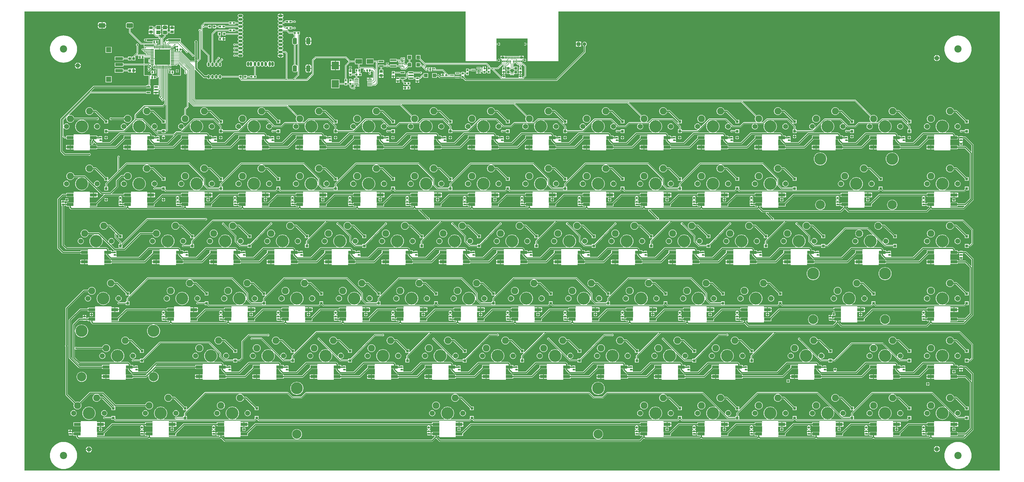
<source format=gbl>
G04*
G04 #@! TF.GenerationSoftware,Altium Limited,Altium Designer,19.0.15 (446)*
G04*
G04 Layer_Physical_Order=2*
G04 Layer_Color=16711680*
%FSLAX44Y44*%
%MOMM*%
G71*
G01*
G75*
%ADD11C,0.2540*%
%ADD12C,0.2500*%
%ADD13C,2.4000*%
%ADD14C,4.0640*%
%ADD15C,1.7018*%
%ADD17C,3.9878*%
%ADD18C,3.0480*%
%ADD22C,0.3150*%
%ADD23C,0.4000*%
%ADD24C,0.5842*%
%ADD25C,0.4500*%
%ADD26C,0.7000*%
%ADD27C,1.5000*%
%ADD28C,0.5588*%
%ADD29C,0.2032*%
%ADD30C,0.3810*%
%ADD31C,0.5000*%
%ADD32C,0.3000*%
%ADD33C,2.2860*%
%ADD34R,1.2080X1.2080*%
%ADD35C,1.2080*%
%ADD36C,0.6000*%
%ADD37R,1.3208X0.5588*%
%ADD38R,2.1804X1.5284*%
%ADD39R,0.3000X0.7000*%
%ADD40R,0.3000X0.4900*%
%ADD41R,0.3000X0.5200*%
G04:AMPARAMS|DCode=42|XSize=1.4mm|YSize=2.1mm|CornerRadius=0.35mm|HoleSize=0mm|Usage=FLASHONLY|Rotation=0.000|XOffset=0mm|YOffset=0mm|HoleType=Round|Shape=RoundedRectangle|*
%AMROUNDEDRECTD42*
21,1,1.4000,1.4000,0,0,0.0*
21,1,0.7000,2.1000,0,0,0.0*
1,1,0.7000,0.3500,-0.7000*
1,1,0.7000,-0.3500,-0.7000*
1,1,0.7000,-0.3500,0.7000*
1,1,0.7000,0.3500,0.7000*
%
%ADD42ROUNDEDRECTD42*%
%ADD43R,0.7500X0.6000*%
%ADD44R,0.8000X0.8000*%
%ADD45O,0.7600X1.2700*%
%ADD46O,1.5000X0.8000*%
%ADD47O,0.8000X1.5000*%
%ADD48R,1.2100X0.5900*%
%ADD49R,0.6000X0.6400*%
%ADD50R,1.0000X0.9000*%
%ADD51R,1.4000X1.2000*%
%ADD52R,5.0800X5.0800*%
%ADD53R,1.0000X0.3000*%
%ADD54R,0.3000X1.0000*%
%ADD55R,0.8500X0.9500*%
%ADD56R,2.5500X1.0000*%
%ADD57R,1.7000X1.7000*%
G04:AMPARAMS|DCode=58|XSize=1.6mm|YSize=2.19mm|CornerRadius=0.4mm|HoleSize=0mm|Usage=FLASHONLY|Rotation=270.000|XOffset=0mm|YOffset=0mm|HoleType=Round|Shape=RoundedRectangle|*
%AMROUNDEDRECTD58*
21,1,1.6000,1.3900,0,0,270.0*
21,1,0.8000,2.1900,0,0,270.0*
1,1,0.8000,-0.6950,-0.4000*
1,1,0.8000,-0.6950,0.4000*
1,1,0.8000,0.6950,0.4000*
1,1,0.8000,0.6950,-0.4000*
%
%ADD58ROUNDEDRECTD58*%
%ADD59R,0.3500X0.4000*%
%ADD60R,0.6000X0.7500*%
%ADD61R,1.6000X0.5000*%
%ADD62R,2.4500X2.5500*%
%ADD63R,1.3716X0.4572*%
%ADD64R,2.0000X0.6000*%
%ADD65R,1.1684X0.4572*%
%ADD66R,0.6400X0.6000*%
%ADD67R,1.2000X1.2000*%
%ADD68R,1.2000X1.2000*%
%ADD69R,0.5000X0.8100*%
%ADD70R,0.5500X0.3000*%
%ADD71R,0.1000X0.2000*%
%ADD72R,1.0000X0.7000*%
%ADD73R,0.9500X0.8500*%
%ADD74R,2.3000X1.0000*%
%ADD75R,0.9500X0.9000*%
G36*
X1465000Y1360000D02*
X1567500D01*
Y1435000D01*
X1671000D01*
Y1360000D01*
X1773500D01*
Y1525000D01*
X3238500D01*
X3238500Y0D01*
X0D01*
Y1525000D01*
X1465000D01*
Y1360000D01*
D02*
G37*
%LPC*%
G36*
X854000Y1517096D02*
X851770D01*
Y1511770D01*
X860429D01*
X860372Y1512207D01*
X859713Y1513798D01*
X858664Y1515164D01*
X857298Y1516212D01*
X855707Y1516871D01*
X854000Y1517096D01*
D02*
G37*
G36*
X849230D02*
X847000D01*
X845293Y1516871D01*
X843702Y1516212D01*
X842336Y1515164D01*
X841287Y1513798D01*
X840628Y1512207D01*
X840571Y1511770D01*
X849230D01*
Y1517096D01*
D02*
G37*
G36*
X721000Y1516107D02*
X714000D01*
X711854Y1515681D01*
X710035Y1514465D01*
X708819Y1512646D01*
X708392Y1510500D01*
X708819Y1508354D01*
X710035Y1506534D01*
X711854Y1505319D01*
X712717Y1505147D01*
Y1503852D01*
X711854Y1503681D01*
X710035Y1502465D01*
X708819Y1500646D01*
X708392Y1498500D01*
X708819Y1496354D01*
X710035Y1494534D01*
X711854Y1493319D01*
X712717Y1493147D01*
Y1491852D01*
X711854Y1491681D01*
X710035Y1490465D01*
X709099Y1489065D01*
X700750D01*
Y1491000D01*
X690520D01*
X690250Y1491000D01*
X689250D01*
X688980Y1491000D01*
X678750D01*
Y1489065D01*
X598000D01*
X597018Y1488870D01*
X596186Y1488314D01*
X587628Y1479756D01*
X587072Y1478924D01*
X586877Y1477942D01*
Y1464985D01*
X585607Y1464600D01*
X585204Y1465204D01*
X583963Y1466032D01*
X582500Y1466323D01*
X581037Y1466032D01*
X579796Y1465204D01*
X578968Y1463963D01*
X578677Y1462500D01*
X578968Y1461037D01*
X579796Y1459796D01*
X579935Y1459704D01*
Y1367864D01*
X575252Y1363181D01*
X574078Y1363667D01*
Y1366054D01*
X574710Y1366999D01*
X575098Y1368950D01*
X574710Y1370901D01*
X574078Y1371846D01*
Y1420784D01*
X574710Y1421729D01*
X575098Y1423680D01*
X574710Y1425631D01*
X573605Y1427285D01*
X571951Y1428390D01*
X570000Y1428778D01*
X568049Y1428390D01*
X566395Y1427285D01*
X565290Y1425631D01*
X564902Y1423680D01*
X565290Y1421729D01*
X565922Y1420784D01*
Y1371846D01*
X565290Y1370901D01*
X564902Y1368950D01*
X565290Y1366999D01*
X565922Y1366054D01*
Y1360315D01*
X551033D01*
X519857Y1391490D01*
X520188Y1392760D01*
X522940D01*
Y1397230D01*
X517400D01*
Y1399770D01*
X522940D01*
Y1401773D01*
X524113Y1402259D01*
X535709Y1390663D01*
X535677Y1390500D01*
X535968Y1389037D01*
X536796Y1387796D01*
X538037Y1386968D01*
X539500Y1386677D01*
X540963Y1386968D01*
X542204Y1387796D01*
X543032Y1389037D01*
X543199Y1389877D01*
X544556Y1390316D01*
X556209Y1378663D01*
X556177Y1378500D01*
X556468Y1377037D01*
X557296Y1375797D01*
X558537Y1374968D01*
X560000Y1374677D01*
X561463Y1374968D01*
X562704Y1375797D01*
X563532Y1377037D01*
X563823Y1378500D01*
X563532Y1379963D01*
X562704Y1381204D01*
X561463Y1382032D01*
X560000Y1382323D01*
X559837Y1382291D01*
X518786Y1423342D01*
X519148Y1424639D01*
X519272Y1424938D01*
X519500Y1425166D01*
Y1425489D01*
X519624Y1425787D01*
Y1433500D01*
X519148Y1434648D01*
X518000Y1435124D01*
X477264D01*
X476895Y1434971D01*
X476498Y1434932D01*
X476342Y1434742D01*
X476115Y1434648D01*
X475963Y1434280D01*
X475710Y1433972D01*
X475537Y1433403D01*
X475009Y1432654D01*
X474067Y1432511D01*
X473080Y1432708D01*
X471355Y1432365D01*
X469893Y1431388D01*
X468916Y1429925D01*
X468573Y1428200D01*
X468790Y1427107D01*
X467824Y1426011D01*
X467812Y1426006D01*
X467500Y1426069D01*
X466134Y1425797D01*
X464977Y1425023D01*
X464203Y1423866D01*
X463931Y1422500D01*
X463998Y1422165D01*
X463000Y1421069D01*
X461835Y1420837D01*
X460565Y1421435D01*
Y1433937D01*
X468314Y1441686D01*
X468870Y1442518D01*
X469065Y1443500D01*
Y1448000D01*
X475000D01*
Y1452935D01*
X484000D01*
Y1450750D01*
X497000D01*
X497000Y1462655D01*
X498040Y1463210D01*
X498040Y1463305D01*
X498040Y1463305D01*
Y1468980D01*
X490500D01*
X482960D01*
Y1463305D01*
X482960Y1463305D01*
Y1463210D01*
X484000Y1462655D01*
X484000Y1461940D01*
Y1458065D01*
X475000D01*
Y1462960D01*
X476040D01*
Y1470230D01*
X466500D01*
X456960D01*
Y1462960D01*
X458000D01*
Y1448000D01*
X463935D01*
Y1444562D01*
X456279Y1436907D01*
X456053Y1436814D01*
X454947D01*
X454721Y1436907D01*
X446314Y1445314D01*
X445751Y1445690D01*
X446014Y1446960D01*
X454040D01*
Y1454230D01*
X444500D01*
Y1456770D01*
X454040D01*
Y1464040D01*
X453000D01*
Y1479000D01*
X436000D01*
Y1474065D01*
X427000D01*
Y1476250D01*
X414000D01*
X414000Y1464345D01*
X412960Y1463790D01*
X412960Y1463695D01*
X412960Y1463695D01*
Y1458020D01*
X428040D01*
Y1463695D01*
X428040Y1463695D01*
Y1463790D01*
X427000Y1464345D01*
X427000Y1465060D01*
Y1468935D01*
X429021D01*
X429967Y1467665D01*
X429935Y1467500D01*
Y1449000D01*
X430130Y1448018D01*
X430686Y1447186D01*
X436186Y1441686D01*
X437019Y1441130D01*
X438000Y1440934D01*
X443438D01*
X448075Y1436297D01*
X447589Y1435124D01*
X407211D01*
X406984Y1435030D01*
X406740Y1435054D01*
X406432Y1434801D01*
X406063Y1434648D01*
X405969Y1434421D01*
X405779Y1434265D01*
X405661Y1434044D01*
X404056Y1433699D01*
X403360Y1434164D01*
X401635Y1434508D01*
X399910Y1434164D01*
X398448Y1433187D01*
X397471Y1431725D01*
X397127Y1430000D01*
X397471Y1428275D01*
X398448Y1426813D01*
X399910Y1425836D01*
X401635Y1425492D01*
X403360Y1425836D01*
X403738Y1426088D01*
X403748Y1426091D01*
X405320Y1425617D01*
X405489Y1425300D01*
X405679Y1425144D01*
X405773Y1424917D01*
X406141Y1424765D01*
X406450Y1424512D01*
X406694Y1424536D01*
X406921Y1424442D01*
X425560D01*
Y1420065D01*
X388894D01*
X352170Y1456789D01*
Y1468892D01*
X356555D01*
X358701Y1469319D01*
X360520Y1470535D01*
X361736Y1472354D01*
X362163Y1474500D01*
Y1482500D01*
X361736Y1484646D01*
X360520Y1486465D01*
X358701Y1487681D01*
X356555Y1488108D01*
X342655D01*
X340509Y1487681D01*
X338690Y1486465D01*
X337474Y1484646D01*
X337047Y1482500D01*
Y1474500D01*
X337474Y1472354D01*
X338690Y1470535D01*
X340509Y1469319D01*
X342655Y1468892D01*
X347040D01*
Y1455726D01*
X347235Y1454744D01*
X347791Y1453912D01*
X386017Y1415686D01*
X386849Y1415130D01*
X387831Y1414935D01*
X396376D01*
Y1408323D01*
X396442Y1408165D01*
X396409Y1407998D01*
X396672Y1407609D01*
X396852Y1407175D01*
X396869Y1407168D01*
X397121Y1406875D01*
X397341Y1405589D01*
X397050Y1404126D01*
X397341Y1402663D01*
X397387Y1402594D01*
X396708Y1401324D01*
X394573D01*
X393866Y1401797D01*
X392500Y1402069D01*
X391134Y1401797D01*
X389977Y1401023D01*
X389203Y1399866D01*
X388931Y1398500D01*
X389203Y1397134D01*
X389977Y1395977D01*
X391134Y1395203D01*
X392500Y1394931D01*
X392773Y1394986D01*
X393853Y1393906D01*
X393772Y1393500D01*
X394044Y1392134D01*
X394818Y1390977D01*
X395975Y1390203D01*
X397341Y1389931D01*
X398707Y1390203D01*
X399980Y1389646D01*
X400112Y1389406D01*
X399931Y1388500D01*
X400203Y1387134D01*
X400977Y1385977D01*
X402134Y1385203D01*
X403500Y1384931D01*
X403935Y1385018D01*
X405015Y1383938D01*
X404928Y1383500D01*
X405159Y1382335D01*
X404561Y1381065D01*
X402562D01*
X401814Y1381814D01*
X400982Y1382370D01*
X400000Y1382565D01*
X375508D01*
X375021Y1383739D01*
X376814Y1385531D01*
X377370Y1386363D01*
X377565Y1387345D01*
Y1410550D01*
X378096Y1410904D01*
X379045Y1412325D01*
X379378Y1414000D01*
X379045Y1415676D01*
X378096Y1417096D01*
X376675Y1418045D01*
X375000Y1418378D01*
X373325Y1418045D01*
X371904Y1417096D01*
X370955Y1415676D01*
X370622Y1414000D01*
X370955Y1412325D01*
X371904Y1410904D01*
X372435Y1410550D01*
Y1388408D01*
X365841Y1381814D01*
X360949Y1376922D01*
X360393Y1376089D01*
X360197Y1375108D01*
Y1374750D01*
X356905D01*
Y1362250D01*
X368405D01*
Y1374750D01*
X367692D01*
X367206Y1375923D01*
X368717Y1377435D01*
X378060D01*
Y1374770D01*
X383600D01*
Y1373500D01*
X384870D01*
Y1367760D01*
X389140D01*
Y1368800D01*
X396376D01*
Y1351563D01*
X328650D01*
Y1355000D01*
X300150D01*
Y1342000D01*
X328650D01*
Y1346432D01*
X396376D01*
Y1313500D01*
X396852Y1312352D01*
X398000Y1311877D01*
X412934D01*
Y1285210D01*
X410136Y1282412D01*
X409580Y1281580D01*
X409385Y1280598D01*
Y1278950D01*
X404400D01*
Y1277972D01*
X230748D01*
X229419Y1277708D01*
X228293Y1276955D01*
X120624Y1169286D01*
X119872Y1168160D01*
X119607Y1166831D01*
Y1060921D01*
X119872Y1059593D01*
X120624Y1058466D01*
X131545Y1047545D01*
X132672Y1046793D01*
X134000Y1046528D01*
X213367D01*
X214225Y1045955D01*
X215900Y1045622D01*
X217575Y1045955D01*
X218996Y1046904D01*
X219945Y1048325D01*
X220278Y1050000D01*
X219945Y1051675D01*
X218996Y1053096D01*
X217575Y1054045D01*
X215900Y1054378D01*
X214225Y1054045D01*
X213367Y1053472D01*
X135438D01*
X126551Y1062359D01*
Y1108162D01*
X127724Y1108648D01*
X132186Y1104186D01*
X133019Y1103630D01*
X134000Y1103435D01*
X139000D01*
Y1099500D01*
X163625D01*
Y1081540D01*
X153270D01*
Y1074000D01*
X152000D01*
D01*
X153270D01*
Y1066460D01*
X163625D01*
Y1063125D01*
X217375D01*
Y1067500D01*
X242000D01*
Y1070528D01*
X304000D01*
X305329Y1070792D01*
X306455Y1071545D01*
X334410Y1099500D01*
X354125D01*
Y1081540D01*
X343770D01*
Y1074000D01*
Y1066460D01*
X354125D01*
Y1063125D01*
X407875D01*
Y1067500D01*
X432500D01*
Y1070528D01*
X494500D01*
X495829Y1070792D01*
X496955Y1071545D01*
X524910Y1099500D01*
X544625D01*
Y1081540D01*
X534270D01*
Y1074000D01*
Y1066460D01*
X544625D01*
Y1063125D01*
X598375D01*
Y1067500D01*
X623000D01*
Y1070528D01*
X685000D01*
X686329Y1070792D01*
X687455Y1071545D01*
X715410Y1099500D01*
X735125D01*
Y1081540D01*
X724770D01*
Y1074000D01*
Y1066460D01*
X735125D01*
Y1063125D01*
X788875D01*
Y1067500D01*
X813500D01*
Y1070528D01*
X875500D01*
X876829Y1070792D01*
X877955Y1071545D01*
X905910Y1099500D01*
X925625D01*
Y1081540D01*
X915270D01*
Y1074000D01*
Y1066460D01*
X925625D01*
Y1063125D01*
X979375D01*
Y1067500D01*
X1004000D01*
Y1070528D01*
X1066000D01*
X1067329Y1070792D01*
X1068455Y1071545D01*
X1096410Y1099500D01*
X1116125D01*
Y1081540D01*
X1105770D01*
Y1074000D01*
Y1066460D01*
X1116125D01*
Y1063125D01*
X1169875D01*
Y1067500D01*
X1194500D01*
Y1070528D01*
X1256500D01*
X1257829Y1070792D01*
X1258955Y1071545D01*
X1286910Y1099500D01*
X1306625D01*
Y1081540D01*
X1296270D01*
Y1074000D01*
X1295000D01*
D01*
X1296270D01*
Y1066460D01*
X1306625D01*
Y1063125D01*
X1360375D01*
Y1067500D01*
X1385000D01*
Y1070528D01*
X1447000D01*
X1448329Y1070792D01*
X1449455Y1071545D01*
X1477410Y1099500D01*
X1497125D01*
Y1081540D01*
X1486770D01*
Y1074000D01*
Y1066460D01*
X1497125D01*
Y1063125D01*
X1550875D01*
Y1067500D01*
X1575500D01*
Y1070528D01*
X1637500D01*
X1638829Y1070792D01*
X1639955Y1071545D01*
X1667910Y1099500D01*
X1687625D01*
Y1081540D01*
X1677270D01*
Y1074000D01*
Y1066460D01*
X1687625D01*
Y1063125D01*
X1741375D01*
Y1067500D01*
X1766000D01*
Y1070528D01*
X1828000D01*
X1829329Y1070792D01*
X1830455Y1071545D01*
X1858410Y1099500D01*
X1878125D01*
Y1081540D01*
X1867770D01*
Y1074000D01*
Y1066460D01*
X1878125D01*
Y1063125D01*
X1931875D01*
Y1067500D01*
X1956500D01*
Y1070528D01*
X2018500D01*
X2019829Y1070792D01*
X2020955Y1071545D01*
X2048910Y1099500D01*
X2068625D01*
Y1081540D01*
X2058270D01*
Y1074000D01*
Y1066460D01*
X2068625D01*
Y1063125D01*
X2122375D01*
Y1067500D01*
X2147000D01*
Y1070528D01*
X2209000D01*
X2210329Y1070792D01*
X2211455Y1071545D01*
X2239410Y1099500D01*
X2259125D01*
Y1081540D01*
X2248770D01*
Y1074000D01*
Y1066460D01*
X2259125D01*
Y1063125D01*
X2312875D01*
Y1067500D01*
X2337500D01*
Y1070528D01*
X2399500D01*
X2400829Y1070792D01*
X2401955Y1071545D01*
X2429910Y1099500D01*
X2449625D01*
Y1081540D01*
X2439270D01*
Y1074000D01*
Y1066460D01*
X2449625D01*
Y1063125D01*
X2503375D01*
Y1067500D01*
X2528000D01*
Y1070528D01*
X2590000D01*
X2591328Y1070792D01*
X2592455Y1071545D01*
X2620410Y1099500D01*
X2640125D01*
Y1081540D01*
X2629770D01*
Y1074000D01*
Y1066460D01*
X2640125D01*
Y1063125D01*
X2693875D01*
Y1067500D01*
X2718500D01*
Y1070528D01*
X2780500D01*
X2781829Y1070792D01*
X2782955Y1071545D01*
X2810910Y1099500D01*
X2830625D01*
Y1081540D01*
X2820270D01*
Y1074000D01*
Y1066460D01*
X2830625D01*
Y1063125D01*
X2884375D01*
Y1067500D01*
X2909000D01*
Y1070528D01*
X2971000D01*
X2972329Y1070792D01*
X2973455Y1071545D01*
X3001410Y1099500D01*
X3021125D01*
Y1081540D01*
X3010770D01*
Y1074000D01*
Y1066460D01*
X3021125D01*
Y1063125D01*
X3074875D01*
Y1067500D01*
X3099500D01*
Y1070528D01*
X3122562D01*
X3139529Y1053562D01*
Y904088D01*
X3122412Y886972D01*
X3099500D01*
Y890000D01*
X3074875D01*
Y907960D01*
X3085230D01*
Y915500D01*
Y923040D01*
X3074875D01*
Y925951D01*
X3120985D01*
X3120985Y925951D01*
X3122066Y926166D01*
X3122982Y926778D01*
X3126954Y930750D01*
X3135210D01*
Y942750D01*
X3122710D01*
Y934494D01*
X3119815Y931599D01*
X3057880D01*
X3057562Y932869D01*
X3060181Y934269D01*
X3063504Y936996D01*
X3066230Y940319D01*
X3068257Y944109D01*
X3069504Y948223D01*
X3069926Y952500D01*
X3069504Y956777D01*
X3068257Y960891D01*
X3066230Y964681D01*
X3063504Y968004D01*
X3060181Y970731D01*
X3056391Y972757D01*
X3052278Y974004D01*
X3048000Y974426D01*
X3043723Y974004D01*
X3039609Y972757D01*
X3035819Y970731D01*
X3032496Y968004D01*
X3029770Y964681D01*
X3027744Y960891D01*
X3026496Y956777D01*
X3026075Y952500D01*
X3026496Y948223D01*
X3027744Y944109D01*
X3029770Y940319D01*
X3032496Y936996D01*
X3035819Y934269D01*
X3038438Y932869D01*
X3038120Y931599D01*
X2852355D01*
X2849460Y934494D01*
Y942750D01*
X2836960D01*
Y934494D01*
X2834065Y931599D01*
X2772130D01*
X2771812Y932869D01*
X2774431Y934269D01*
X2777754Y936996D01*
X2780481Y940319D01*
X2782507Y944109D01*
X2783754Y948223D01*
X2784176Y952500D01*
X2783754Y956777D01*
X2782507Y960891D01*
X2780481Y964681D01*
X2777754Y968004D01*
X2774431Y970731D01*
X2770641Y972757D01*
X2766527Y974004D01*
X2762250Y974426D01*
X2757972Y974004D01*
X2753859Y972757D01*
X2750069Y970731D01*
X2746746Y968004D01*
X2744019Y964681D01*
X2741993Y960891D01*
X2740746Y956777D01*
X2740324Y952500D01*
X2740746Y948223D01*
X2741993Y944109D01*
X2744019Y940319D01*
X2746746Y936996D01*
X2750069Y934269D01*
X2752689Y932869D01*
X2752370Y931599D01*
X2563710D01*
Y942750D01*
X2551210D01*
Y939574D01*
X2516167D01*
X2504722Y951020D01*
Y970000D01*
X2504722Y970000D01*
X2504507Y971081D01*
X2503895Y971997D01*
X2453895Y1021997D01*
X2452978Y1022609D01*
X2451897Y1022824D01*
X2451897Y1022824D01*
X2243960D01*
X2242879Y1022609D01*
X2241963Y1021997D01*
X2241963Y1021997D01*
X2183883Y963917D01*
X2182710Y964404D01*
Y974250D01*
X2175120D01*
X2143615Y1005755D01*
X2142489Y1006507D01*
X2141160Y1006772D01*
X2133457D01*
X2132194Y1009821D01*
X2130122Y1012522D01*
X2127421Y1014594D01*
X2124275Y1015897D01*
X2120900Y1016342D01*
X2117525Y1015897D01*
X2114379Y1014594D01*
X2111678Y1012522D01*
X2109606Y1009821D01*
X2108303Y1006675D01*
X2107858Y1003300D01*
X2108303Y999925D01*
X2109606Y996779D01*
X2111678Y994078D01*
X2114379Y992006D01*
X2117525Y990703D01*
X2120900Y990258D01*
X2124275Y990703D01*
X2127421Y992006D01*
X2130122Y994078D01*
X2132194Y996779D01*
X2133457Y999828D01*
X2139722D01*
X2170210Y969340D01*
Y962250D01*
X2180556D01*
X2181042Y961077D01*
X2174463Y954497D01*
X2173851Y953581D01*
X2173636Y952500D01*
X2173636Y952500D01*
Y942750D01*
X2170210D01*
Y939574D01*
X2135167D01*
X2123722Y951020D01*
Y970000D01*
X2123722Y970000D01*
X2123507Y971081D01*
X2122894Y971997D01*
X2072894Y1021997D01*
X2071978Y1022609D01*
X2070898Y1022824D01*
X2070897Y1022824D01*
X1862960D01*
X1861879Y1022609D01*
X1860963Y1021997D01*
X1860963Y1021997D01*
X1802883Y963917D01*
X1801710Y964404D01*
Y974250D01*
X1794120D01*
X1762615Y1005755D01*
X1761489Y1006507D01*
X1760160Y1006772D01*
X1752457D01*
X1751194Y1009821D01*
X1749122Y1012522D01*
X1746421Y1014594D01*
X1743275Y1015897D01*
X1739900Y1016342D01*
X1736525Y1015897D01*
X1733379Y1014594D01*
X1730678Y1012522D01*
X1728606Y1009821D01*
X1727303Y1006675D01*
X1726858Y1003300D01*
X1727303Y999925D01*
X1728606Y996779D01*
X1730678Y994078D01*
X1733379Y992006D01*
X1736525Y990703D01*
X1739900Y990258D01*
X1743275Y990703D01*
X1746421Y992006D01*
X1749122Y994078D01*
X1751194Y996779D01*
X1752457Y999828D01*
X1758722D01*
X1789210Y969340D01*
Y962250D01*
X1799556D01*
X1800043Y961077D01*
X1793463Y954497D01*
X1792851Y953581D01*
X1792636Y952500D01*
X1792636Y952500D01*
Y942750D01*
X1789210D01*
Y939574D01*
X1754167D01*
X1742722Y951020D01*
Y970000D01*
X1742722Y970000D01*
X1742507Y971081D01*
X1741895Y971997D01*
X1691895Y1021997D01*
X1690978Y1022609D01*
X1689897Y1022824D01*
X1689897Y1022824D01*
X1481960D01*
X1480879Y1022609D01*
X1479963Y1021997D01*
X1479963Y1021997D01*
X1421883Y963917D01*
X1420710Y964404D01*
Y974250D01*
X1413120D01*
X1381615Y1005755D01*
X1380489Y1006507D01*
X1379160Y1006772D01*
X1371457D01*
X1370194Y1009821D01*
X1368122Y1012522D01*
X1365421Y1014594D01*
X1362275Y1015897D01*
X1358900Y1016342D01*
X1355525Y1015897D01*
X1352379Y1014594D01*
X1349678Y1012522D01*
X1347606Y1009821D01*
X1346303Y1006675D01*
X1345858Y1003300D01*
X1346303Y999925D01*
X1347606Y996779D01*
X1349678Y994078D01*
X1352379Y992006D01*
X1355525Y990703D01*
X1358900Y990258D01*
X1362275Y990703D01*
X1365421Y992006D01*
X1368122Y994078D01*
X1370194Y996779D01*
X1371457Y999828D01*
X1377722D01*
X1408210Y969340D01*
Y962250D01*
X1418557D01*
X1419043Y961077D01*
X1412463Y954497D01*
X1411851Y953581D01*
X1411636Y952500D01*
X1411636Y952500D01*
Y942750D01*
X1408210D01*
Y939574D01*
X1373165D01*
X1361719Y951020D01*
Y970000D01*
X1361719Y970000D01*
X1361504Y971081D01*
X1360892Y971997D01*
X1310892Y1021997D01*
X1309976Y1022609D01*
X1308895Y1022824D01*
X1308895Y1022824D01*
X1100957D01*
X1099877Y1022609D01*
X1098960Y1021997D01*
X1098960Y1021997D01*
X1040883Y963920D01*
X1039710Y964406D01*
Y974250D01*
X1032120D01*
X1000615Y1005755D01*
X999489Y1006507D01*
X998160Y1006772D01*
X990457D01*
X989194Y1009821D01*
X987122Y1012522D01*
X984421Y1014594D01*
X981275Y1015897D01*
X977900Y1016342D01*
X974525Y1015897D01*
X971379Y1014594D01*
X968678Y1012522D01*
X966606Y1009821D01*
X965303Y1006675D01*
X964858Y1003300D01*
X965303Y999925D01*
X966606Y996779D01*
X968678Y994078D01*
X971379Y992006D01*
X974525Y990703D01*
X977900Y990258D01*
X981275Y990703D01*
X984421Y992006D01*
X987122Y994078D01*
X989194Y996779D01*
X990457Y999828D01*
X996722D01*
X1027210Y969340D01*
Y962250D01*
X1037554D01*
X1038040Y961077D01*
X1031460Y954497D01*
X1030848Y953581D01*
X1030633Y952500D01*
X1030633Y952500D01*
Y942750D01*
X1027210D01*
Y939574D01*
X992167D01*
X980722Y951020D01*
Y970000D01*
X980722Y970000D01*
X980507Y971081D01*
X979894Y971997D01*
X929894Y1021997D01*
X928978Y1022609D01*
X927897Y1022824D01*
X927897Y1022824D01*
X719960D01*
X718879Y1022609D01*
X717963Y1021997D01*
X717963Y1021997D01*
X659883Y963917D01*
X658710Y964404D01*
Y974250D01*
X651120D01*
X619615Y1005755D01*
X618489Y1006507D01*
X617160Y1006772D01*
X609457D01*
X608194Y1009821D01*
X606122Y1012522D01*
X603421Y1014594D01*
X600275Y1015897D01*
X596900Y1016342D01*
X593525Y1015897D01*
X590379Y1014594D01*
X587678Y1012522D01*
X585606Y1009821D01*
X584303Y1006675D01*
X583858Y1003300D01*
X584303Y999925D01*
X585606Y996779D01*
X587678Y994078D01*
X590379Y992006D01*
X593525Y990703D01*
X596900Y990258D01*
X600275Y990703D01*
X603421Y992006D01*
X606122Y994078D01*
X608194Y996779D01*
X609457Y999828D01*
X615722D01*
X646210Y969340D01*
Y962250D01*
X656556D01*
X657042Y961077D01*
X650463Y954497D01*
X649851Y953581D01*
X649636Y952500D01*
X649636Y952500D01*
Y942750D01*
X646210D01*
Y939574D01*
X611170D01*
X599724Y951020D01*
Y970000D01*
X599724Y970000D01*
X599509Y971081D01*
X598897Y971997D01*
X548897Y1021997D01*
X547981Y1022609D01*
X546900Y1022824D01*
X546900Y1022824D01*
X338963D01*
X337882Y1022609D01*
X336965Y1021997D01*
X316498Y1001529D01*
X315324Y1002015D01*
Y1040190D01*
X315797Y1040897D01*
X316069Y1042262D01*
X315797Y1043628D01*
X315023Y1044786D01*
X313866Y1045559D01*
X312500Y1045831D01*
X311134Y1045559D01*
X309977Y1044786D01*
X309203Y1043628D01*
X308931Y1042262D01*
X309203Y1040897D01*
X309676Y1040190D01*
Y994707D01*
X278886Y963917D01*
X277712Y964404D01*
Y974250D01*
X270122D01*
X238617Y1005755D01*
X237491Y1006507D01*
X236163Y1006772D01*
X228457D01*
X227194Y1009821D01*
X225122Y1012522D01*
X222421Y1014594D01*
X219275Y1015897D01*
X215900Y1016342D01*
X212525Y1015897D01*
X209379Y1014594D01*
X206678Y1012522D01*
X204606Y1009821D01*
X203303Y1006675D01*
X202858Y1003300D01*
X203303Y999925D01*
X204606Y996779D01*
X206678Y994078D01*
X209379Y992006D01*
X212525Y990703D01*
X215900Y990258D01*
X219275Y990703D01*
X222421Y992006D01*
X225122Y994078D01*
X227194Y996779D01*
X228457Y999828D01*
X234725D01*
X265212Y969340D01*
Y962250D01*
X275559D01*
X276045Y961077D01*
X269465Y954497D01*
X268853Y953581D01*
X268638Y952500D01*
X268638Y952500D01*
Y942750D01*
X265212D01*
Y930750D01*
X277712D01*
Y942750D01*
X274287D01*
Y951330D01*
X314497Y991540D01*
X340132Y1017176D01*
X403006D01*
X403089Y1015906D01*
X403025Y1015897D01*
X399879Y1014594D01*
X397178Y1012522D01*
X395106Y1009821D01*
X393803Y1006675D01*
X393358Y1003300D01*
X393803Y999925D01*
X395106Y996779D01*
X397178Y994078D01*
X399879Y992006D01*
X403025Y990703D01*
X406400Y990258D01*
X409775Y990703D01*
X412921Y992006D01*
X415622Y994078D01*
X417694Y996779D01*
X418957Y999828D01*
X425222D01*
X455710Y969340D01*
Y962250D01*
X468210D01*
Y974250D01*
X460620D01*
X429115Y1005755D01*
X427989Y1006507D01*
X426660Y1006772D01*
X418957D01*
X417694Y1009821D01*
X415622Y1012522D01*
X412921Y1014594D01*
X409775Y1015897D01*
X409711Y1015906D01*
X409794Y1017176D01*
X545730D01*
X594076Y968830D01*
Y957620D01*
X592806Y957432D01*
X591757Y960891D01*
X589730Y964681D01*
X587004Y968004D01*
X583681Y970731D01*
X579891Y972757D01*
X575778Y974004D01*
X571500Y974426D01*
X567223Y974004D01*
X563109Y972757D01*
X559319Y970731D01*
X555996Y968004D01*
X553270Y964681D01*
X551243Y960891D01*
X549996Y956777D01*
X549574Y952500D01*
X549996Y948223D01*
X551243Y944109D01*
X553270Y940319D01*
X555996Y936996D01*
X559319Y934269D01*
X561939Y932869D01*
X561620Y931599D01*
X471105D01*
X468210Y934494D01*
Y942750D01*
X455710D01*
Y939574D01*
X433873D01*
X433166Y940047D01*
X431800Y940319D01*
X430434Y940047D01*
X429277Y939273D01*
X428503Y938116D01*
X428231Y936750D01*
X428503Y935384D01*
X429277Y934227D01*
X430434Y933453D01*
X431800Y933181D01*
X433166Y933453D01*
X433873Y933926D01*
X455710D01*
Y930750D01*
X463966D01*
X467938Y926778D01*
X467938Y926778D01*
X468854Y926166D01*
X469935Y925951D01*
X469935Y925951D01*
X544625D01*
Y922000D01*
X520000D01*
Y918971D01*
X458000D01*
X456671Y918707D01*
X455545Y917955D01*
X427590Y890000D01*
X407875D01*
Y907960D01*
X418230D01*
Y915500D01*
Y923040D01*
X407875D01*
Y926375D01*
X354125D01*
Y922000D01*
X329500D01*
Y918971D01*
X290541D01*
X290055Y920145D01*
X309955Y940045D01*
X310707Y941171D01*
X310972Y942500D01*
Y961462D01*
X323938Y974428D01*
X330343D01*
X331606Y971379D01*
X333678Y968678D01*
X336379Y966606D01*
X339525Y965303D01*
X342900Y964858D01*
X346275Y965303D01*
X349421Y966606D01*
X352122Y968678D01*
X354194Y971379D01*
X355497Y974525D01*
X355942Y977900D01*
X355497Y981275D01*
X354194Y984421D01*
X352122Y987122D01*
X349421Y989194D01*
X346275Y990497D01*
X342900Y990942D01*
X339525Y990497D01*
X336379Y989194D01*
X333678Y987122D01*
X331606Y984421D01*
X330343Y981372D01*
X322500D01*
X321171Y981107D01*
X320045Y980355D01*
X305045Y965355D01*
X304293Y964229D01*
X304028Y962900D01*
Y943938D01*
X284372Y924281D01*
X257180D01*
X240114Y941348D01*
X240676Y942487D01*
X241300Y942405D01*
X243913Y942749D01*
X246348Y943757D01*
X248438Y945361D01*
X250043Y947452D01*
X251051Y949887D01*
X251395Y952500D01*
X251051Y955113D01*
X250043Y957548D01*
X248438Y959639D01*
X246348Y961243D01*
X243913Y962251D01*
X241300Y962595D01*
X238687Y962251D01*
X236252Y961243D01*
X234161Y959639D01*
X232557Y957548D01*
X231549Y955113D01*
X231205Y952500D01*
X231287Y951876D01*
X230148Y951314D01*
X202782Y978680D01*
X201656Y979432D01*
X200327Y979697D01*
X165205D01*
X164997Y981275D01*
X163694Y984421D01*
X161622Y987122D01*
X158921Y989194D01*
X155775Y990497D01*
X152400Y990942D01*
X149025Y990497D01*
X145879Y989194D01*
X143178Y987122D01*
X141106Y984421D01*
X139803Y981275D01*
X139358Y977900D01*
X139803Y974525D01*
X141106Y971379D01*
X143178Y968678D01*
X145879Y966606D01*
X149025Y965303D01*
X152400Y964858D01*
X155775Y965303D01*
X158921Y966606D01*
X161622Y968678D01*
X163694Y971379D01*
X164263Y972753D01*
X179490D01*
X179798Y971521D01*
X178319Y970731D01*
X174996Y968004D01*
X172269Y964681D01*
X170243Y960891D01*
X168996Y956777D01*
X168574Y952500D01*
X168996Y948223D01*
X170243Y944109D01*
X172269Y940319D01*
X174996Y936996D01*
X178319Y934269D01*
X182109Y932243D01*
X186222Y930996D01*
X190500Y930574D01*
X194778Y930996D01*
X198891Y932243D01*
X202681Y934269D01*
X206004Y936996D01*
X208731Y940319D01*
X210757Y944109D01*
X212004Y948223D01*
X212426Y952500D01*
X212004Y956777D01*
X211517Y958383D01*
X212607Y959036D01*
X253288Y918355D01*
X254414Y917602D01*
X255742Y917338D01*
X262769D01*
X263255Y916165D01*
X237090Y890000D01*
X217375D01*
Y907960D01*
X227730D01*
Y915500D01*
Y923040D01*
X217375D01*
Y926375D01*
X163625D01*
Y922000D01*
X139000D01*
Y918971D01*
X127500D01*
X126171Y918707D01*
X125045Y917955D01*
X110545Y903455D01*
X109793Y902328D01*
X109528Y901000D01*
Y740000D01*
X109793Y738671D01*
X110545Y737545D01*
X125545Y722545D01*
X126672Y721792D01*
X128000Y721528D01*
X186625D01*
Y718500D01*
X211250D01*
Y700540D01*
X200895D01*
Y693000D01*
Y685460D01*
X211250D01*
Y682125D01*
X265000D01*
Y686500D01*
X289625D01*
Y689528D01*
X399250D01*
X400579Y689792D01*
X401705Y690545D01*
X429660Y718500D01*
X449375D01*
Y700540D01*
X439020D01*
Y693000D01*
Y685460D01*
X449375D01*
Y682125D01*
X503125D01*
Y686500D01*
X527750D01*
Y689528D01*
X589750D01*
X591079Y689792D01*
X592205Y690545D01*
X620160Y718500D01*
X639875D01*
Y700540D01*
X629520D01*
Y693000D01*
Y685460D01*
X639875D01*
Y682125D01*
X693625D01*
Y686500D01*
X718250D01*
Y689528D01*
X780250D01*
X781579Y689792D01*
X782705Y690545D01*
X810660Y718500D01*
X830375D01*
Y700540D01*
X820020D01*
Y693000D01*
Y685460D01*
X830375D01*
Y682125D01*
X884125D01*
Y686500D01*
X908750D01*
Y689528D01*
X970750D01*
X972079Y689792D01*
X973205Y690545D01*
X1001160Y718500D01*
X1020875D01*
Y700540D01*
X1010520D01*
Y693000D01*
Y685460D01*
X1020875D01*
Y682125D01*
X1074625D01*
Y686500D01*
X1099250D01*
Y689528D01*
X1161250D01*
X1162579Y689792D01*
X1163705Y690545D01*
X1191660Y718500D01*
X1211375D01*
Y700540D01*
X1201020D01*
Y693000D01*
Y685460D01*
X1211375D01*
Y682125D01*
X1265125D01*
Y686500D01*
X1289750D01*
Y689528D01*
X1351750D01*
X1353079Y689792D01*
X1354205Y690545D01*
X1382160Y718500D01*
X1401875D01*
Y700540D01*
X1391520D01*
Y693000D01*
Y685460D01*
X1401875D01*
Y682125D01*
X1455625D01*
Y686500D01*
X1480250D01*
Y689528D01*
X1542250D01*
X1543579Y689792D01*
X1544705Y690545D01*
X1572660Y718500D01*
X1592375D01*
Y700540D01*
X1582020D01*
Y693000D01*
Y685460D01*
X1592375D01*
Y682125D01*
X1646125D01*
Y686500D01*
X1670750D01*
Y689528D01*
X1732750D01*
X1734079Y689792D01*
X1735205Y690545D01*
X1763160Y718500D01*
X1782875D01*
Y700540D01*
X1772520D01*
Y693000D01*
Y685460D01*
X1782875D01*
Y682125D01*
X1836625D01*
Y686500D01*
X1861250D01*
Y689528D01*
X1923250D01*
X1924579Y689792D01*
X1925705Y690545D01*
X1953660Y718500D01*
X1973375D01*
Y700540D01*
X1963020D01*
Y693000D01*
Y685460D01*
X1973375D01*
Y682125D01*
X2027125D01*
Y686500D01*
X2051750D01*
Y689528D01*
X2113750D01*
X2115079Y689792D01*
X2116205Y690545D01*
X2144160Y718500D01*
X2163875D01*
Y700540D01*
X2153520D01*
Y693000D01*
Y685460D01*
X2163875D01*
Y682125D01*
X2217625D01*
Y686500D01*
X2242250D01*
Y689528D01*
X2304250D01*
X2305579Y689792D01*
X2306705Y690545D01*
X2334660Y718500D01*
X2354375D01*
Y700540D01*
X2344020D01*
Y693000D01*
Y685460D01*
X2354375D01*
Y682125D01*
X2408125D01*
Y686500D01*
X2432750D01*
Y689528D01*
X2494750D01*
X2496079Y689792D01*
X2497205Y690545D01*
X2525160Y718500D01*
X2544875D01*
Y700540D01*
X2534520D01*
Y693000D01*
X2533250D01*
D01*
X2534520D01*
Y685460D01*
X2544875D01*
Y682125D01*
X2598625D01*
Y686500D01*
X2623250D01*
Y689528D01*
X2732880D01*
X2734209Y689792D01*
X2735335Y690545D01*
X2763289Y718500D01*
X2783005D01*
Y700540D01*
X2772650D01*
Y693000D01*
Y685460D01*
X2783005D01*
Y682125D01*
X2836755D01*
Y686500D01*
X2861380D01*
Y689528D01*
X2971000D01*
X2972329Y689792D01*
X2973455Y690545D01*
X3001410Y718500D01*
X3021125D01*
Y700540D01*
X3010770D01*
Y693000D01*
Y685460D01*
X3021125D01*
Y682125D01*
X3074875D01*
Y686500D01*
X3099500D01*
Y689528D01*
X3123562D01*
X3139529Y673562D01*
Y521938D01*
X3123562Y505972D01*
X3099500D01*
Y509000D01*
X3074875D01*
Y526960D01*
X3085230D01*
Y534500D01*
Y542040D01*
X3074875D01*
Y544951D01*
X3120985D01*
X3120985Y544951D01*
X3122066Y545166D01*
X3122982Y545778D01*
X3126954Y549750D01*
X3135210D01*
Y561750D01*
X3122710D01*
Y553494D01*
X3119815Y550599D01*
X3057880D01*
X3057562Y551869D01*
X3060181Y553270D01*
X3063504Y555996D01*
X3066230Y559319D01*
X3068257Y563109D01*
X3069504Y567223D01*
X3069926Y571500D01*
X3069504Y575778D01*
X3068257Y579891D01*
X3066230Y583681D01*
X3063504Y587004D01*
X3060181Y589730D01*
X3056391Y591757D01*
X3052278Y593004D01*
X3048000Y593426D01*
X3043723Y593004D01*
X3039609Y591757D01*
X3035819Y589730D01*
X3032496Y587004D01*
X3029770Y583681D01*
X3027744Y579891D01*
X3026496Y575778D01*
X3026075Y571500D01*
X3026496Y567223D01*
X3027744Y563109D01*
X3029770Y559319D01*
X3032496Y555996D01*
X3035819Y553270D01*
X3038438Y551869D01*
X3038120Y550599D01*
X2828545D01*
X2825650Y553494D01*
Y561750D01*
X2813150D01*
Y553494D01*
X2810255Y550599D01*
X2748322D01*
X2748004Y551869D01*
X2750624Y553270D01*
X2753946Y555996D01*
X2756673Y559319D01*
X2758699Y563109D01*
X2759947Y567223D01*
X2760368Y571500D01*
X2759947Y575778D01*
X2758699Y579891D01*
X2756673Y583681D01*
X2753946Y587004D01*
X2750624Y589730D01*
X2746833Y591757D01*
X2742720Y593004D01*
X2738443Y593426D01*
X2734165Y593004D01*
X2730052Y591757D01*
X2726261Y589730D01*
X2722939Y587004D01*
X2720212Y583681D01*
X2718186Y579891D01*
X2716938Y575778D01*
X2716517Y571500D01*
X2716938Y567223D01*
X2718186Y563109D01*
X2720212Y559319D01*
X2722939Y555996D01*
X2726261Y553270D01*
X2728881Y551869D01*
X2728563Y550599D01*
X2518985D01*
X2516090Y553494D01*
Y561750D01*
X2503590D01*
Y553494D01*
X2500695Y550599D01*
X2438760D01*
X2438442Y551869D01*
X2441061Y553270D01*
X2444384Y555996D01*
X2447110Y559319D01*
X2449137Y563109D01*
X2450384Y567223D01*
X2450806Y571500D01*
X2450384Y575778D01*
X2449137Y579891D01*
X2447110Y583681D01*
X2444384Y587004D01*
X2441061Y589730D01*
X2437271Y591757D01*
X2433158Y593004D01*
X2428880Y593426D01*
X2424603Y593004D01*
X2420490Y591757D01*
X2416699Y589730D01*
X2413376Y587004D01*
X2410650Y583681D01*
X2408624Y579891D01*
X2407376Y575778D01*
X2406954Y571500D01*
X2407376Y567223D01*
X2408624Y563109D01*
X2410650Y559319D01*
X2413376Y555996D01*
X2416699Y553270D01*
X2419319Y551869D01*
X2419000Y550599D01*
X2325590D01*
Y561750D01*
X2313090D01*
Y558574D01*
X2278047D01*
X2266602Y570020D01*
Y589000D01*
X2266602Y589000D01*
X2266387Y590081D01*
X2265775Y590997D01*
X2215775Y640997D01*
X2214858Y641609D01*
X2213777Y641824D01*
X2213777Y641824D01*
X2005840D01*
X2004759Y641609D01*
X2003843Y640997D01*
X2003843Y640997D01*
X1945763Y582918D01*
X1944590Y583404D01*
Y593250D01*
X1937000D01*
X1905495Y624755D01*
X1904369Y625507D01*
X1903040Y625772D01*
X1895337D01*
X1894074Y628821D01*
X1892002Y631522D01*
X1889301Y633594D01*
X1886156Y634897D01*
X1882780Y635342D01*
X1879405Y634897D01*
X1876259Y633594D01*
X1873558Y631522D01*
X1871486Y628821D01*
X1870183Y625675D01*
X1869738Y622300D01*
X1870183Y618925D01*
X1871486Y615779D01*
X1873558Y613078D01*
X1876259Y611006D01*
X1879405Y609703D01*
X1882780Y609258D01*
X1886156Y609703D01*
X1889301Y611006D01*
X1892002Y613078D01*
X1894074Y615779D01*
X1895337Y618828D01*
X1901602D01*
X1932090Y588340D01*
Y581250D01*
X1942437D01*
X1942923Y580077D01*
X1936343Y573497D01*
X1935731Y572581D01*
X1935516Y571500D01*
X1935516Y571500D01*
Y561750D01*
X1932090D01*
Y558574D01*
X1897047D01*
X1885602Y570020D01*
Y589000D01*
X1885602Y589000D01*
X1885387Y590081D01*
X1884775Y590997D01*
X1834775Y640997D01*
X1833858Y641609D01*
X1832778Y641824D01*
X1832777Y641824D01*
X1624840D01*
X1623759Y641609D01*
X1622843Y640997D01*
X1622843Y640997D01*
X1564763Y582918D01*
X1563590Y583404D01*
Y593250D01*
X1556000D01*
X1524495Y624755D01*
X1523369Y625507D01*
X1522040Y625772D01*
X1514337D01*
X1513074Y628821D01*
X1511002Y631522D01*
X1508301Y633594D01*
X1505155Y634897D01*
X1501780Y635342D01*
X1498405Y634897D01*
X1495259Y633594D01*
X1492558Y631522D01*
X1490486Y628821D01*
X1489183Y625675D01*
X1488739Y622300D01*
X1489183Y618925D01*
X1490486Y615779D01*
X1492558Y613078D01*
X1495259Y611006D01*
X1498405Y609703D01*
X1501780Y609258D01*
X1505155Y609703D01*
X1508301Y611006D01*
X1511002Y613078D01*
X1513074Y615779D01*
X1514337Y618828D01*
X1520602D01*
X1551090Y588340D01*
Y581250D01*
X1561437D01*
X1561923Y580077D01*
X1555343Y573497D01*
X1554731Y572581D01*
X1554516Y571500D01*
X1554516Y571500D01*
Y561750D01*
X1551090D01*
Y558574D01*
X1516047D01*
X1504602Y570020D01*
Y589000D01*
X1504602Y589000D01*
X1504387Y590081D01*
X1503775Y590997D01*
X1453775Y640997D01*
X1452858Y641609D01*
X1451777Y641824D01*
X1451777Y641824D01*
X1243840D01*
X1242759Y641609D01*
X1241843Y640997D01*
X1241843Y640997D01*
X1183763Y582918D01*
X1182590Y583404D01*
Y593250D01*
X1175000D01*
X1143495Y624755D01*
X1142369Y625507D01*
X1141040Y625772D01*
X1133337D01*
X1132074Y628821D01*
X1130002Y631522D01*
X1127301Y633594D01*
X1124156Y634897D01*
X1120780Y635342D01*
X1117405Y634897D01*
X1114259Y633594D01*
X1111558Y631522D01*
X1109486Y628821D01*
X1108183Y625675D01*
X1107738Y622300D01*
X1108183Y618925D01*
X1109486Y615779D01*
X1111558Y613078D01*
X1114259Y611006D01*
X1117405Y609703D01*
X1120780Y609258D01*
X1124156Y609703D01*
X1127301Y611006D01*
X1130002Y613078D01*
X1132074Y615779D01*
X1133337Y618828D01*
X1139602D01*
X1170090Y588340D01*
Y581250D01*
X1180437D01*
X1180923Y580077D01*
X1174343Y573497D01*
X1173731Y572581D01*
X1173516Y571500D01*
X1173516Y571500D01*
Y561750D01*
X1170090D01*
Y558574D01*
X1135047D01*
X1123602Y570020D01*
Y589000D01*
X1123602Y589000D01*
X1123387Y590081D01*
X1122775Y590997D01*
X1072775Y640997D01*
X1071858Y641609D01*
X1070778Y641824D01*
X1070777Y641824D01*
X862840D01*
X861759Y641609D01*
X860843Y640997D01*
X860843Y640997D01*
X802763Y582918D01*
X801590Y583404D01*
Y593250D01*
X794000D01*
X762495Y624755D01*
X761369Y625507D01*
X760040Y625772D01*
X752337D01*
X751074Y628821D01*
X749002Y631522D01*
X746301Y633594D01*
X743156Y634897D01*
X739780Y635342D01*
X736405Y634897D01*
X733259Y633594D01*
X730558Y631522D01*
X728486Y628821D01*
X727183Y625675D01*
X726739Y622300D01*
X727183Y618925D01*
X728486Y615779D01*
X730558Y613078D01*
X733259Y611006D01*
X736405Y609703D01*
X739780Y609258D01*
X743156Y609703D01*
X746301Y611006D01*
X749002Y613078D01*
X751074Y615779D01*
X752337Y618828D01*
X758602D01*
X789090Y588340D01*
Y581250D01*
X799437D01*
X799923Y580077D01*
X793343Y573497D01*
X792731Y572581D01*
X792516Y571500D01*
X792516Y571500D01*
Y561750D01*
X789090D01*
Y558574D01*
X754050D01*
X742604Y570020D01*
Y589000D01*
X742604Y589000D01*
X742389Y590081D01*
X741777Y590997D01*
X691777Y640997D01*
X690861Y641609D01*
X689780Y641824D01*
X689780Y641824D01*
X410400D01*
X409319Y641609D01*
X408403Y640997D01*
X408403Y640997D01*
X350323Y582918D01*
X349150Y583404D01*
Y593250D01*
X341560D01*
X310055Y624755D01*
X308929Y625507D01*
X307600Y625772D01*
X299895D01*
X298632Y628821D01*
X296559Y631522D01*
X293858Y633594D01*
X290713Y634897D01*
X287337Y635342D01*
X283962Y634897D01*
X280817Y633594D01*
X278116Y631522D01*
X276043Y628821D01*
X274740Y625675D01*
X274296Y622300D01*
X274740Y618925D01*
X276043Y615779D01*
X278116Y613078D01*
X280817Y611006D01*
X283962Y609703D01*
X287337Y609258D01*
X290713Y609703D01*
X293858Y611006D01*
X296559Y613078D01*
X298632Y615779D01*
X299895Y618828D01*
X306162D01*
X336650Y588340D01*
Y581250D01*
X346996D01*
X347483Y580077D01*
X340903Y573497D01*
X340291Y572581D01*
X340076Y571500D01*
X340076Y571500D01*
Y561750D01*
X336650D01*
Y558574D01*
X314813D01*
X314106Y559047D01*
X312740Y559319D01*
X311374Y559047D01*
X310217Y558273D01*
X309443Y557116D01*
X309172Y555750D01*
X309443Y554384D01*
X310217Y553227D01*
X311374Y552453D01*
X312740Y552181D01*
X314106Y552453D01*
X314813Y552926D01*
X336650D01*
Y549750D01*
X349150D01*
Y561750D01*
X345724D01*
Y570330D01*
X411570Y636176D01*
X545886D01*
X545969Y634906D01*
X545905Y634897D01*
X542759Y633594D01*
X540058Y631522D01*
X537986Y628821D01*
X536683Y625675D01*
X536239Y622300D01*
X536683Y618925D01*
X537986Y615779D01*
X540058Y613078D01*
X542759Y611006D01*
X545905Y609703D01*
X549280Y609258D01*
X552655Y609703D01*
X555801Y611006D01*
X558502Y613078D01*
X560574Y615779D01*
X561837Y618828D01*
X568102D01*
X598590Y588340D01*
Y581250D01*
X611090D01*
Y593250D01*
X603500D01*
X571995Y624755D01*
X570869Y625507D01*
X569540Y625772D01*
X561837D01*
X560574Y628821D01*
X558502Y631522D01*
X555801Y633594D01*
X552655Y634897D01*
X552591Y634906D01*
X552674Y636176D01*
X688610D01*
X736956Y587830D01*
Y576620D01*
X735686Y576432D01*
X734637Y579891D01*
X732610Y583681D01*
X729884Y587004D01*
X726561Y589730D01*
X722771Y591757D01*
X718658Y593004D01*
X714380Y593426D01*
X710103Y593004D01*
X705990Y591757D01*
X702199Y589730D01*
X698876Y587004D01*
X696150Y583681D01*
X694124Y579891D01*
X692876Y575778D01*
X692455Y571500D01*
X692876Y567223D01*
X694124Y563109D01*
X696150Y559319D01*
X698876Y555996D01*
X702199Y553270D01*
X704819Y551869D01*
X704500Y550599D01*
X613985D01*
X611090Y553494D01*
Y561750D01*
X598590D01*
Y558574D01*
X576753D01*
X576046Y559047D01*
X574680Y559319D01*
X573314Y559047D01*
X572157Y558273D01*
X571383Y557116D01*
X571111Y555750D01*
X571383Y554384D01*
X572157Y553227D01*
X573314Y552453D01*
X574680Y552181D01*
X576046Y552453D01*
X576753Y552926D01*
X598590D01*
Y549750D01*
X606846D01*
X610818Y545778D01*
X610818Y545778D01*
X611734Y545166D01*
X612815Y544951D01*
X612815Y544951D01*
X687505D01*
Y541000D01*
X662880D01*
Y537971D01*
X600880D01*
X599551Y537707D01*
X598425Y536955D01*
X570470Y509000D01*
X550755D01*
Y526960D01*
X561110D01*
Y534500D01*
Y542040D01*
X550755D01*
Y545375D01*
X497005D01*
Y541000D01*
X472380D01*
Y537971D01*
X338937D01*
X337608Y537707D01*
X336482Y536955D01*
X308527Y509000D01*
X288813D01*
Y526960D01*
X299167D01*
Y534500D01*
Y542040D01*
X288813D01*
Y545375D01*
X235063D01*
Y541000D01*
X210438D01*
Y537971D01*
X185500D01*
X184171Y537707D01*
X183045Y536955D01*
X148545Y502455D01*
X147793Y501329D01*
X147528Y500000D01*
Y375000D01*
X147793Y373671D01*
X148545Y372545D01*
X179545Y341545D01*
X180672Y340792D01*
X182000Y340528D01*
X258063D01*
Y337500D01*
X282687D01*
Y319540D01*
X272333D01*
Y312000D01*
Y304460D01*
X282687D01*
Y301125D01*
X336437D01*
Y305500D01*
X361062D01*
Y308528D01*
X403425D01*
X404753Y308792D01*
X405880Y309545D01*
X411395Y315061D01*
X412046Y314670D01*
X412432Y314301D01*
X412122Y311150D01*
X412445Y307868D01*
X413402Y304713D01*
X414956Y301805D01*
X417048Y299256D01*
X419597Y297164D01*
X422505Y295609D01*
X425661Y294652D01*
X428942Y294329D01*
X432224Y294652D01*
X435380Y295609D01*
X438288Y297164D01*
X440837Y299256D01*
X442929Y301805D01*
X444483Y304713D01*
X445440Y307868D01*
X445764Y311150D01*
X445440Y314432D01*
X444483Y317587D01*
X442929Y320495D01*
X440837Y323044D01*
X438288Y325136D01*
X435380Y326691D01*
X432224Y327648D01*
X428942Y327971D01*
X425791Y327661D01*
X425422Y328046D01*
X425032Y328697D01*
X436863Y340528D01*
X567623D01*
Y337500D01*
X592248D01*
Y319540D01*
X581893D01*
Y312000D01*
Y304460D01*
X592248D01*
Y301125D01*
X645997D01*
Y305500D01*
X670623D01*
Y308528D01*
X732620D01*
X733949Y308792D01*
X735075Y309545D01*
X763030Y337500D01*
X782745D01*
Y319540D01*
X772390D01*
Y312000D01*
Y304460D01*
X782745D01*
Y301125D01*
X836495D01*
Y305500D01*
X861120D01*
Y308528D01*
X923120D01*
X924449Y308792D01*
X925575Y309545D01*
X953530Y337500D01*
X973245D01*
Y319540D01*
X962890D01*
Y312000D01*
Y304460D01*
X973245D01*
Y301125D01*
X1026995D01*
Y305500D01*
X1051620D01*
Y308528D01*
X1113620D01*
X1114949Y308792D01*
X1116075Y309545D01*
X1144030Y337500D01*
X1163745D01*
Y319540D01*
X1153390D01*
Y312000D01*
Y304460D01*
X1163745D01*
Y301125D01*
X1217495D01*
Y305500D01*
X1242120D01*
Y308528D01*
X1304120D01*
X1305449Y308792D01*
X1306575Y309545D01*
X1334530Y337500D01*
X1354245D01*
Y319540D01*
X1343890D01*
Y312000D01*
Y304460D01*
X1354245D01*
Y301125D01*
X1407995D01*
Y305500D01*
X1432620D01*
Y308528D01*
X1494620D01*
X1495949Y308792D01*
X1497075Y309545D01*
X1525030Y337500D01*
X1544745D01*
Y319540D01*
X1534390D01*
Y312000D01*
Y304460D01*
X1544745D01*
Y301125D01*
X1598495D01*
Y305500D01*
X1623120D01*
Y308528D01*
X1685120D01*
X1686449Y308792D01*
X1687575Y309545D01*
X1715530Y337500D01*
X1735245D01*
Y319540D01*
X1724890D01*
Y312000D01*
Y304460D01*
X1735245D01*
Y301125D01*
X1788995D01*
Y305500D01*
X1813620D01*
Y308528D01*
X1875620D01*
X1876949Y308792D01*
X1878075Y309545D01*
X1906030Y337500D01*
X1925745D01*
Y319540D01*
X1915390D01*
Y312000D01*
Y304460D01*
X1925745D01*
Y301125D01*
X1979495D01*
Y305500D01*
X2004120D01*
Y308528D01*
X2066120D01*
X2067449Y308792D01*
X2068575Y309545D01*
X2096530Y337500D01*
X2116245D01*
Y319540D01*
X2105890D01*
Y312000D01*
X2104620D01*
D01*
X2105890D01*
Y304460D01*
X2116245D01*
Y301125D01*
X2169995D01*
Y305500D01*
X2194620D01*
Y308528D01*
X2256620D01*
X2257949Y308792D01*
X2259075Y309545D01*
X2287030Y337500D01*
X2306745D01*
Y319540D01*
X2296390D01*
Y312000D01*
Y304460D01*
X2306745D01*
Y301125D01*
X2360495D01*
Y305500D01*
X2385120D01*
Y308528D01*
X2518560D01*
X2519889Y308792D01*
X2521015Y309545D01*
X2548970Y337500D01*
X2568685D01*
Y319540D01*
X2558330D01*
Y312000D01*
Y304460D01*
X2568685D01*
Y301125D01*
X2622435D01*
Y305500D01*
X2647060D01*
Y308528D01*
X2780500D01*
X2781829Y308792D01*
X2782955Y309545D01*
X2810910Y337500D01*
X2830625D01*
Y319540D01*
X2820270D01*
Y312000D01*
Y304460D01*
X2830625D01*
Y301125D01*
X2884375D01*
Y305500D01*
X2909000D01*
Y308528D01*
X2971000D01*
X2972329Y308792D01*
X2973455Y309545D01*
X3001410Y337500D01*
X3021125D01*
Y319540D01*
X3010770D01*
Y312000D01*
Y304460D01*
X3021125D01*
Y301125D01*
X3074875D01*
Y305500D01*
X3099500D01*
Y308528D01*
X3123562D01*
X3139529Y292562D01*
Y140938D01*
X3123562Y124972D01*
X3099500D01*
Y128000D01*
X3074875D01*
Y145960D01*
X3085230D01*
Y153500D01*
Y161040D01*
X3074875D01*
Y164375D01*
X3021125D01*
Y160000D01*
X2996500D01*
Y156972D01*
X2934500D01*
X2933171Y156707D01*
X2932045Y155955D01*
X2904090Y128000D01*
X2884375D01*
Y145960D01*
X2894730D01*
Y153500D01*
Y161040D01*
X2885273D01*
X2884375Y161938D01*
X2884375Y164375D01*
X2885630Y164411D01*
X2930945D01*
X2930945Y164411D01*
X2932026Y164626D01*
X2932942Y165238D01*
X2936454Y168750D01*
X2944710D01*
Y180750D01*
X2932210D01*
Y172494D01*
X2929775Y170059D01*
X2868240D01*
X2867922Y171329D01*
X2869681Y172269D01*
X2873004Y174996D01*
X2875731Y178319D01*
X2877757Y182109D01*
X2879004Y186222D01*
X2879426Y190500D01*
X2879004Y194778D01*
X2877757Y198891D01*
X2875731Y202681D01*
X2873004Y206004D01*
X2869681Y208731D01*
X2865891Y210757D01*
X2861778Y212004D01*
X2857500Y212426D01*
X2853222Y212004D01*
X2849109Y210757D01*
X2845319Y208731D01*
X2841996Y206004D01*
X2839269Y202681D01*
X2837243Y198891D01*
X2835996Y194778D01*
X2835574Y190500D01*
X2835996Y186222D01*
X2837243Y182109D01*
X2839269Y178319D01*
X2841996Y174996D01*
X2845319Y172269D01*
X2847078Y171329D01*
X2846760Y170059D01*
X2754207D01*
Y180750D01*
X2750782D01*
Y189330D01*
X2816127Y254676D01*
X2878085D01*
X2878338Y253406D01*
X2876379Y252594D01*
X2873678Y250522D01*
X2871606Y247821D01*
X2870303Y244675D01*
X2869858Y241300D01*
X2870303Y237925D01*
X2871606Y234779D01*
X2873678Y232078D01*
X2876379Y230006D01*
X2879525Y228703D01*
X2882900Y228258D01*
X2886275Y228703D01*
X2889421Y230006D01*
X2892122Y232078D01*
X2894194Y234779D01*
X2895457Y237828D01*
X2901722D01*
X2932210Y207340D01*
Y200250D01*
X2944710D01*
Y212250D01*
X2937120D01*
X2905615Y243755D01*
X2904489Y244507D01*
X2903160Y244772D01*
X2895457D01*
X2894194Y247821D01*
X2892122Y250522D01*
X2889421Y252594D01*
X2887462Y253406D01*
X2887715Y254676D01*
X3013382D01*
X3055793Y212265D01*
X3055120Y211142D01*
X3052278Y212004D01*
X3048000Y212426D01*
X3043723Y212004D01*
X3039609Y210757D01*
X3035819Y208731D01*
X3032496Y206004D01*
X3029770Y202681D01*
X3027744Y198891D01*
X3026496Y194778D01*
X3026075Y190500D01*
X3026496Y186222D01*
X3027744Y182109D01*
X3029770Y178319D01*
X3032496Y174996D01*
X3035819Y172269D01*
X3039609Y170243D01*
X3043723Y168996D01*
X3048000Y168574D01*
X3052278Y168996D01*
X3056391Y170243D01*
X3060181Y172269D01*
X3063504Y174996D01*
X3066230Y178319D01*
X3068257Y182109D01*
X3069504Y186222D01*
X3069926Y190500D01*
X3069504Y194778D01*
X3068642Y197620D01*
X3069765Y198293D01*
X3095305Y172753D01*
X3096221Y172141D01*
X3097302Y171926D01*
X3097303Y171926D01*
X3122710D01*
Y168750D01*
X3135210D01*
Y180750D01*
X3122710D01*
Y177574D01*
X3098472D01*
X3096638Y179408D01*
X3097231Y180611D01*
X3098800Y180405D01*
X3101413Y180749D01*
X3103848Y181757D01*
X3105938Y183361D01*
X3107543Y185452D01*
X3108551Y187887D01*
X3108895Y190500D01*
X3108551Y193113D01*
X3107543Y195548D01*
X3105938Y197638D01*
X3103848Y199243D01*
X3101413Y200251D01*
X3098800Y200595D01*
X3096187Y200251D01*
X3093752Y199243D01*
X3091661Y197638D01*
X3090057Y195548D01*
X3089048Y193113D01*
X3088705Y190500D01*
X3088911Y188931D01*
X3087708Y188338D01*
X3016549Y259497D01*
X3015633Y260109D01*
X3014552Y260324D01*
X3014552Y260324D01*
X2814957D01*
X2813877Y260109D01*
X2812960Y259497D01*
X2812960Y259497D01*
X2755381Y201917D01*
X2754207Y202404D01*
Y212250D01*
X2746617D01*
X2715112Y243755D01*
X2713986Y244507D01*
X2712657Y244772D01*
X2704957D01*
X2703694Y247821D01*
X2701622Y250522D01*
X2698921Y252594D01*
X2695775Y253897D01*
X2692400Y254342D01*
X2689025Y253897D01*
X2685879Y252594D01*
X2683178Y250522D01*
X2681106Y247821D01*
X2679803Y244675D01*
X2679359Y241300D01*
X2679803Y237925D01*
X2681106Y234779D01*
X2683178Y232078D01*
X2685879Y230006D01*
X2689025Y228703D01*
X2692400Y228258D01*
X2695775Y228703D01*
X2698921Y230006D01*
X2701622Y232078D01*
X2703694Y234779D01*
X2704957Y237828D01*
X2711219D01*
X2741707Y207340D01*
Y200250D01*
X2752054D01*
X2752540Y199077D01*
X2745960Y192497D01*
X2745348Y191581D01*
X2745133Y190500D01*
X2745133Y190500D01*
Y180750D01*
X2741707D01*
Y177574D01*
X2717469D01*
X2715635Y179409D01*
X2716228Y180612D01*
X2717800Y180405D01*
X2720413Y180749D01*
X2722848Y181757D01*
X2724938Y183361D01*
X2726543Y185452D01*
X2727551Y187887D01*
X2727896Y190500D01*
X2727551Y193113D01*
X2726543Y195548D01*
X2724938Y197638D01*
X2722848Y199243D01*
X2720413Y200251D01*
X2717800Y200595D01*
X2715187Y200251D01*
X2712752Y199243D01*
X2710662Y197638D01*
X2709057Y195548D01*
X2708049Y193113D01*
X2707704Y190500D01*
X2707912Y188928D01*
X2706709Y188335D01*
X2635547Y259497D01*
X2634630Y260109D01*
X2633550Y260324D01*
X2633549Y260324D01*
X2433955D01*
X2432874Y260109D01*
X2431958Y259497D01*
X2431958Y259497D01*
X2374383Y201923D01*
X2373210Y202409D01*
Y212250D01*
X2365620D01*
X2334115Y243755D01*
X2332989Y244507D01*
X2331660Y244772D01*
X2323957D01*
X2322694Y247821D01*
X2320622Y250522D01*
X2317921Y252594D01*
X2314775Y253897D01*
X2311400Y254342D01*
X2308025Y253897D01*
X2304879Y252594D01*
X2302178Y250522D01*
X2300106Y247821D01*
X2298803Y244675D01*
X2298358Y241300D01*
X2298803Y237925D01*
X2300106Y234779D01*
X2302178Y232078D01*
X2304879Y230006D01*
X2308025Y228703D01*
X2311400Y228258D01*
X2314775Y228703D01*
X2317921Y230006D01*
X2320622Y232078D01*
X2322694Y234779D01*
X2323957Y237828D01*
X2330222D01*
X2360710Y207340D01*
Y200250D01*
X2371051D01*
X2371537Y199077D01*
X2364958Y192497D01*
X2364346Y191581D01*
X2364131Y190500D01*
X2364131Y190500D01*
Y180750D01*
X2360710D01*
Y177574D01*
X2336472D01*
X2334638Y179408D01*
X2335231Y180611D01*
X2336800Y180405D01*
X2339413Y180749D01*
X2341848Y181757D01*
X2343938Y183361D01*
X2345543Y185452D01*
X2346551Y187887D01*
X2346895Y190500D01*
X2346551Y193113D01*
X2345543Y195548D01*
X2343938Y197638D01*
X2341848Y199243D01*
X2339413Y200251D01*
X2336800Y200595D01*
X2334187Y200251D01*
X2331752Y199243D01*
X2329662Y197638D01*
X2328057Y195548D01*
X2327049Y193113D01*
X2326705Y190500D01*
X2326911Y188931D01*
X2325708Y188338D01*
X2254549Y259497D01*
X2253633Y260109D01*
X2252552Y260324D01*
X2252552Y260324D01*
X1935000D01*
X1933919Y260109D01*
X1933003Y259497D01*
X1933003Y259497D01*
X1918830Y245324D01*
X1891170D01*
X1876997Y259497D01*
X1876081Y260109D01*
X1875000Y260324D01*
X1875000Y260324D01*
X934935D01*
X933854Y260109D01*
X932938Y259497D01*
X932938Y259497D01*
X918765Y245324D01*
X891105D01*
X876932Y259497D01*
X876016Y260109D01*
X874935Y260324D01*
X874935Y260324D01*
X600400D01*
X599319Y260109D01*
X598403Y259497D01*
X598403Y259497D01*
X540823Y201917D01*
X539650Y202404D01*
Y212250D01*
X532060D01*
X500555Y243755D01*
X499429Y244507D01*
X498100Y244772D01*
X490392D01*
X489129Y247821D01*
X487057Y250522D01*
X484356Y252594D01*
X481210Y253897D01*
X477835Y254342D01*
X474460Y253897D01*
X471314Y252594D01*
X468613Y250522D01*
X466541Y247821D01*
X465238Y244675D01*
X464793Y241300D01*
X465238Y237925D01*
X466541Y234779D01*
X468613Y232078D01*
X471314Y230006D01*
X474460Y228703D01*
X477835Y228258D01*
X481210Y228703D01*
X484356Y230006D01*
X487057Y232078D01*
X489129Y234779D01*
X490392Y237828D01*
X496662D01*
X527150Y207340D01*
Y200250D01*
X537496D01*
X537983Y199077D01*
X531403Y192497D01*
X530791Y191581D01*
X530576Y190500D01*
X530576Y190500D01*
Y180750D01*
X527150D01*
Y177574D01*
X505313D01*
X504606Y178047D01*
X503240Y178319D01*
X501874Y178047D01*
X500717Y177273D01*
X499943Y176116D01*
X499672Y174750D01*
X499943Y173384D01*
X500717Y172227D01*
X501874Y171453D01*
X502497Y171329D01*
X502372Y170059D01*
X463175D01*
X462857Y171329D01*
X464616Y172269D01*
X467939Y174996D01*
X470665Y178319D01*
X472692Y182109D01*
X473939Y186222D01*
X474361Y190500D01*
X473939Y194778D01*
X472692Y198891D01*
X470665Y202681D01*
X467939Y206004D01*
X464616Y208731D01*
X460826Y210757D01*
X456712Y212004D01*
X452435Y212426D01*
X448158Y212004D01*
X444044Y210757D01*
X440254Y208731D01*
X436931Y206004D01*
X434204Y202681D01*
X432178Y198891D01*
X430931Y194778D01*
X430509Y190500D01*
X430931Y186222D01*
X432178Y182109D01*
X434204Y178319D01*
X436931Y174996D01*
X440254Y172269D01*
X442013Y171329D01*
X441695Y170059D01*
X303955D01*
X301520Y172494D01*
Y180750D01*
X289020D01*
Y177574D01*
X267183D01*
X266476Y178047D01*
X265110Y178319D01*
X263744Y178047D01*
X262587Y177273D01*
X261813Y176116D01*
X261541Y174750D01*
X261813Y173384D01*
X262587Y172227D01*
X263744Y171453D01*
X265110Y171181D01*
X266476Y171453D01*
X267183Y171926D01*
X289020D01*
Y168750D01*
X297276D01*
X300788Y165238D01*
X300788Y165238D01*
X301704Y164626D01*
X302785Y164411D01*
X302785Y164411D01*
X424305D01*
X425560Y164375D01*
X425560Y163141D01*
Y160000D01*
X400935D01*
Y156972D01*
X291312D01*
X289984Y156707D01*
X288857Y155955D01*
X260902Y128000D01*
X241187D01*
Y145960D01*
X251542D01*
Y153500D01*
Y161040D01*
X241187D01*
Y164375D01*
X187437D01*
Y160000D01*
X162813D01*
Y147000D01*
X187437D01*
Y128000D01*
X162813D01*
Y124972D01*
X157740D01*
Y129030D01*
X152000D01*
X146260D01*
Y124760D01*
X147300D01*
Y117000D01*
X156700D01*
Y118028D01*
X162813D01*
Y115000D01*
X172341D01*
Y112500D01*
X172459Y111906D01*
X172605Y111172D01*
X172605Y111172D01*
X172605Y111172D01*
X172984Y110605D01*
X173358Y110045D01*
X177358Y106045D01*
X177358Y106045D01*
X177358Y106045D01*
X177764Y105774D01*
X178484Y105292D01*
X178484Y105292D01*
X178484Y105292D01*
X179069Y105176D01*
X179813Y105028D01*
X179813Y105028D01*
X179813Y105028D01*
X409935D01*
X409935Y105028D01*
X409935Y105028D01*
X410635Y105167D01*
X411264Y105292D01*
X411264Y105292D01*
X411264Y105292D01*
X411779Y105637D01*
X412390Y106045D01*
X412390Y106045D01*
X412390Y106045D01*
X413300Y106955D01*
X414570D01*
X415480Y106045D01*
X415480Y106045D01*
X415480Y106045D01*
X415886Y105774D01*
X416606Y105292D01*
X416606Y105292D01*
X416607Y105292D01*
X417191Y105176D01*
X417935Y105028D01*
X417935Y105028D01*
X417935Y105028D01*
X648060D01*
X648060Y105028D01*
X648060Y105028D01*
X648760Y105167D01*
X649389Y105292D01*
X649389Y105292D01*
X649389Y105292D01*
X649904Y105637D01*
X650515Y106045D01*
X650515Y106045D01*
X650515Y106045D01*
X651425Y106955D01*
X652695Y106955D01*
X663105Y96545D01*
X664232Y95793D01*
X665560Y95528D01*
X1352935D01*
X1354264Y95793D01*
X1355390Y96545D01*
X1366435Y107590D01*
X1377480Y96545D01*
X1378607Y95793D01*
X1379935Y95528D01*
X2043503D01*
X2044831Y95793D01*
X2045957Y96545D01*
X2056367Y106955D01*
X2057638Y106955D01*
X2058548Y106045D01*
X2058548Y106045D01*
X2058548Y106045D01*
X2058954Y105774D01*
X2059674Y105292D01*
X2059674Y105292D01*
X2059674Y105292D01*
X2060259Y105176D01*
X2061003Y105028D01*
X2061003Y105028D01*
X2061003Y105028D01*
X2243503D01*
X2244831Y105292D01*
X2245958Y106045D01*
X2246867Y106954D01*
X2248137Y106954D01*
X2249045Y106045D01*
X2249045Y106045D01*
X2249045Y106045D01*
X2249656Y105637D01*
X2250171Y105292D01*
X2250172Y105292D01*
X2250172Y105292D01*
X2250839Y105160D01*
X2251500Y105028D01*
X2251500Y105028D01*
X2251500Y105028D01*
X2434000D01*
X2434000Y105028D01*
X2434000Y105028D01*
X2434700Y105167D01*
X2435329Y105292D01*
X2435329Y105292D01*
X2435329Y105292D01*
X2435844Y105637D01*
X2436455Y106045D01*
X2436455Y106045D01*
X2436455Y106045D01*
X2437365Y106955D01*
X2438635D01*
X2439545Y106045D01*
X2439545Y106045D01*
X2439545Y106045D01*
X2439951Y105774D01*
X2440671Y105292D01*
X2440672Y105292D01*
X2440672Y105292D01*
X2441257Y105176D01*
X2442000Y105028D01*
X2442000Y105028D01*
X2442000Y105028D01*
X2624500D01*
X2624500Y105028D01*
X2624500Y105028D01*
X2625201Y105167D01*
X2625829Y105292D01*
X2625829Y105292D01*
X2625829Y105292D01*
X2626344Y105637D01*
X2626955Y106045D01*
X2626955Y106045D01*
X2626955Y106045D01*
X2627865Y106955D01*
X2629135D01*
X2630045Y106045D01*
X2630045Y106045D01*
X2630045Y106045D01*
X2630451Y105774D01*
X2631171Y105292D01*
X2631172Y105292D01*
X2631172Y105292D01*
X2631757Y105176D01*
X2632500Y105028D01*
X2632500Y105028D01*
X2632500Y105028D01*
X2815000D01*
X2815000Y105028D01*
X2815000Y105028D01*
X2815700Y105167D01*
X2816329Y105292D01*
X2816329Y105292D01*
X2816329Y105292D01*
X2816844Y105637D01*
X2817455Y106045D01*
X2817455Y106045D01*
X2817455Y106045D01*
X2818365Y106955D01*
X2819635D01*
X2820545Y106045D01*
X2820545Y106045D01*
X2820545Y106045D01*
X2820951Y105774D01*
X2821671Y105292D01*
X2821671Y105292D01*
X2821671Y105292D01*
X2822256Y105176D01*
X2823000Y105028D01*
X2823000Y105028D01*
X2823000Y105028D01*
X3005500D01*
X3005500Y105028D01*
X3005500Y105028D01*
X3006200Y105167D01*
X3006829Y105292D01*
X3006829Y105292D01*
X3006829Y105292D01*
X3007344Y105637D01*
X3007955Y106045D01*
X3007955Y106045D01*
X3007955Y106045D01*
X3008865Y106955D01*
X3010135D01*
X3011045Y106045D01*
X3011045Y106045D01*
X3011045Y106045D01*
X3011451Y105774D01*
X3012171Y105292D01*
X3012172Y105292D01*
X3012172Y105292D01*
X3012756Y105176D01*
X3013500Y105028D01*
X3013500Y105028D01*
X3013500Y105028D01*
X3119510D01*
X3120838Y105292D01*
X3121964Y106045D01*
X3150765Y134845D01*
X3151518Y135972D01*
X3151782Y137300D01*
Y320690D01*
X3151518Y322018D01*
X3150765Y323145D01*
X3127455Y346455D01*
X3126329Y347207D01*
X3125000Y347472D01*
X3115010D01*
Y348500D01*
X3105610D01*
Y347472D01*
X3099500D01*
Y350500D01*
X3089972D01*
Y353000D01*
X3089707Y354329D01*
X3088955Y355455D01*
X3084955Y359455D01*
X3083828Y360207D01*
X3082500Y360472D01*
X3058576D01*
X3058258Y361742D01*
X3060181Y362770D01*
X3063504Y365496D01*
X3066230Y368819D01*
X3068257Y372609D01*
X3069504Y376722D01*
X3069926Y381000D01*
X3069504Y385277D01*
X3068257Y389391D01*
X3066230Y393181D01*
X3063504Y396504D01*
X3060181Y399230D01*
X3056391Y401257D01*
X3052278Y402504D01*
X3048000Y402926D01*
X3043723Y402504D01*
X3039609Y401257D01*
X3035819Y399230D01*
X3032496Y396504D01*
X3029770Y393181D01*
X3027744Y389391D01*
X3026496Y385277D01*
X3026075Y381000D01*
X3026496Y376722D01*
X3027744Y372609D01*
X3029770Y368819D01*
X3032496Y365496D01*
X3035819Y362770D01*
X3037742Y361742D01*
X3037423Y360472D01*
X2984000D01*
X2982672Y360207D01*
X2981545Y359455D01*
X2950562Y328472D01*
X2925747D01*
X2925550Y329660D01*
X2925550D01*
Y333930D01*
X2919810D01*
Y336470D01*
X2925550D01*
Y340740D01*
X2924510D01*
Y348500D01*
X2915110D01*
Y347472D01*
X2909000D01*
Y350500D01*
X2899471D01*
Y353000D01*
X2899207Y354329D01*
X2898455Y355455D01*
X2894455Y359455D01*
X2893329Y360207D01*
X2892000Y360472D01*
X2868076D01*
X2867758Y361742D01*
X2869681Y362770D01*
X2873004Y365496D01*
X2875731Y368819D01*
X2877757Y372609D01*
X2879004Y376722D01*
X2879426Y381000D01*
X2879004Y385277D01*
X2877947Y388763D01*
X2879070Y389436D01*
X2905253Y363253D01*
X2905253Y363253D01*
X2906169Y362641D01*
X2907250Y362426D01*
X2907250Y362426D01*
X2932215D01*
Y359250D01*
X2944715D01*
Y371250D01*
X2932215D01*
Y368074D01*
X2908420D01*
X2906654Y369840D01*
X2907247Y371043D01*
X2908300Y370905D01*
X2910913Y371249D01*
X2913348Y372257D01*
X2915439Y373862D01*
X2917043Y375952D01*
X2918051Y378387D01*
X2918395Y381000D01*
X2918051Y383613D01*
X2917043Y386048D01*
X2915439Y388139D01*
X2913348Y389743D01*
X2910913Y390751D01*
X2908300Y391095D01*
X2905687Y390751D01*
X2903252Y389743D01*
X2901161Y388139D01*
X2899557Y386048D01*
X2898549Y383613D01*
X2898205Y381000D01*
X2898343Y379947D01*
X2897141Y379354D01*
X2851997Y424497D01*
X2851081Y425109D01*
X2850000Y425324D01*
X2850000Y425324D01*
X2747250D01*
X2747250Y425324D01*
X2746169Y425109D01*
X2745253Y424497D01*
X2745253Y424497D01*
X2688830Y368074D01*
X2682770D01*
Y371250D01*
X2670270D01*
Y368074D01*
X2645730D01*
X2643851Y369954D01*
X2644444Y371157D01*
X2646357Y370905D01*
X2648970Y371249D01*
X2651405Y372257D01*
X2653496Y373862D01*
X2655100Y375952D01*
X2656109Y378387D01*
X2656453Y381000D01*
X2656109Y383613D01*
X2655100Y386048D01*
X2653496Y388139D01*
X2651405Y389743D01*
X2648970Y390751D01*
X2646357Y391095D01*
X2643745Y390751D01*
X2641310Y389743D01*
X2639219Y388139D01*
X2637615Y386048D01*
X2636606Y383613D01*
X2636262Y381000D01*
X2636514Y379086D01*
X2635311Y378493D01*
X2576281Y437523D01*
X2576032Y438773D01*
X2575204Y440014D01*
X2573963Y440843D01*
X2572500Y441134D01*
X2571037Y440843D01*
X2569796Y440014D01*
X2568968Y438773D01*
X2568676Y437310D01*
X2568968Y435847D01*
X2569796Y434607D01*
X2571037Y433778D01*
X2572287Y433529D01*
X2602921Y402895D01*
X2602248Y401772D01*
X2599835Y402504D01*
X2595557Y402926D01*
X2591280Y402504D01*
X2587167Y401257D01*
X2583376Y399230D01*
X2580054Y396504D01*
X2577327Y393181D01*
X2575301Y389391D01*
X2574053Y385277D01*
X2573632Y381000D01*
X2574053Y376722D01*
X2575301Y372609D01*
X2577327Y368819D01*
X2580054Y365496D01*
X2583376Y362770D01*
X2585299Y361742D01*
X2584981Y360472D01*
X2531561D01*
X2530232Y360207D01*
X2529106Y359455D01*
X2498123Y328472D01*
X2401867D01*
X2401670Y329660D01*
X2401670D01*
Y333930D01*
X2395930D01*
Y336470D01*
X2401670D01*
Y340740D01*
X2400630D01*
Y348500D01*
X2391230D01*
Y347472D01*
X2385120D01*
Y350500D01*
X2375592D01*
Y353000D01*
X2375328Y354329D01*
X2374576Y355455D01*
X2370576Y359455D01*
X2369449Y360207D01*
X2368121Y360472D01*
X2344196D01*
X2343878Y361742D01*
X2345801Y362770D01*
X2349124Y365496D01*
X2351850Y368819D01*
X2353876Y372609D01*
X2355124Y376722D01*
X2355546Y381000D01*
X2355124Y385277D01*
X2353876Y389391D01*
X2351850Y393181D01*
X2349124Y396504D01*
X2345801Y399230D01*
X2342010Y401257D01*
X2337897Y402504D01*
X2333620Y402926D01*
X2329342Y402504D01*
X2325229Y401257D01*
X2321439Y399230D01*
X2318116Y396504D01*
X2315390Y393181D01*
X2313363Y389391D01*
X2312116Y385277D01*
X2311694Y381000D01*
X2312116Y376722D01*
X2313363Y372609D01*
X2315390Y368819D01*
X2318116Y365496D01*
X2321439Y362770D01*
X2323362Y361742D01*
X2323043Y360472D01*
X2269621D01*
X2268293Y360207D01*
X2267166Y359455D01*
X2236183Y328472D01*
X2211367D01*
X2211170Y329660D01*
X2211170D01*
Y333930D01*
X2205430D01*
Y336470D01*
X2211170D01*
Y340740D01*
X2210130D01*
Y348500D01*
X2200730D01*
Y347472D01*
X2194620D01*
Y350500D01*
X2185092D01*
Y353000D01*
X2184828Y354329D01*
X2184075Y355455D01*
X2180075Y359455D01*
X2178949Y360207D01*
X2177620Y360472D01*
X2153696D01*
X2153378Y361742D01*
X2155301Y362770D01*
X2158624Y365496D01*
X2161350Y368819D01*
X2163376Y372609D01*
X2164624Y376722D01*
X2165045Y381000D01*
X2164624Y385277D01*
X2163554Y388806D01*
X2164677Y389479D01*
X2190653Y363503D01*
X2190653Y363503D01*
X2191570Y362891D01*
X2192650Y362676D01*
X2192650Y362676D01*
X2217840D01*
Y359250D01*
X2230340D01*
Y367941D01*
X2307873Y447676D01*
X2331277D01*
X2332337Y446968D01*
X2333800Y446676D01*
X2335263Y446968D01*
X2336504Y447796D01*
X2337332Y449037D01*
X2337623Y450500D01*
X2337332Y451963D01*
X2336504Y453204D01*
X2335263Y454032D01*
X2333800Y454323D01*
X2332337Y454032D01*
X2331277Y453324D01*
X2306680D01*
X2306660Y453320D01*
X2306640Y453324D01*
X2306121Y453213D01*
X2305599Y453109D01*
X2305583Y453098D01*
X2305563Y453094D01*
X2305125Y452792D01*
X2304683Y452497D01*
X2304672Y452480D01*
X2304655Y452469D01*
X2225679Y371250D01*
X2217840D01*
Y368324D01*
X2193820D01*
X2192309Y369836D01*
X2192902Y371039D01*
X2193920Y370905D01*
X2196533Y371249D01*
X2198968Y372257D01*
X2201058Y373862D01*
X2202663Y375952D01*
X2203671Y378387D01*
X2204015Y381000D01*
X2203671Y383613D01*
X2202663Y386048D01*
X2201058Y388139D01*
X2198968Y389743D01*
X2196533Y390751D01*
X2193920Y391095D01*
X2191307Y390751D01*
X2188872Y389743D01*
X2186781Y388139D01*
X2185177Y386048D01*
X2184169Y383613D01*
X2183825Y381000D01*
X2183959Y379982D01*
X2182756Y379389D01*
X2124371Y437773D01*
X2124122Y439023D01*
X2123294Y440264D01*
X2122053Y441093D01*
X2120590Y441384D01*
X2119127Y441093D01*
X2117887Y440264D01*
X2117058Y439023D01*
X2116767Y437560D01*
X2117058Y436097D01*
X2117887Y434857D01*
X2119127Y434028D01*
X2120377Y433779D01*
X2151599Y402557D01*
X2150926Y401434D01*
X2147397Y402504D01*
X2143120Y402926D01*
X2138842Y402504D01*
X2134729Y401257D01*
X2130939Y399230D01*
X2127616Y396504D01*
X2124890Y393181D01*
X2122863Y389391D01*
X2121616Y385277D01*
X2121194Y381000D01*
X2121616Y376722D01*
X2122863Y372609D01*
X2124890Y368819D01*
X2127616Y365496D01*
X2130939Y362770D01*
X2132862Y361742D01*
X2132543Y360472D01*
X2079121D01*
X2077792Y360207D01*
X2076666Y359455D01*
X2045683Y328472D01*
X2020867D01*
X2020670Y329660D01*
X2020670D01*
Y333930D01*
X2014930D01*
Y336470D01*
X2020670D01*
Y340740D01*
X2019630D01*
Y348500D01*
X2010230D01*
Y347472D01*
X2004120D01*
Y350500D01*
X1994592D01*
Y353000D01*
X1994328Y354329D01*
X1993575Y355455D01*
X1989575Y359455D01*
X1988449Y360207D01*
X1987120Y360472D01*
X1963196D01*
X1962878Y361742D01*
X1964801Y362770D01*
X1968124Y365496D01*
X1970850Y368819D01*
X1972876Y372609D01*
X1974124Y376722D01*
X1974545Y381000D01*
X1974124Y385277D01*
X1972876Y389391D01*
X1970850Y393181D01*
X1968124Y396504D01*
X1964801Y399230D01*
X1961010Y401257D01*
X1956897Y402504D01*
X1952620Y402926D01*
X1948342Y402504D01*
X1944229Y401257D01*
X1940439Y399230D01*
X1937116Y396504D01*
X1934389Y393181D01*
X1932363Y389391D01*
X1931116Y385277D01*
X1930694Y381000D01*
X1931116Y376722D01*
X1932363Y372609D01*
X1934389Y368819D01*
X1937116Y365496D01*
X1940439Y362770D01*
X1942362Y361742D01*
X1942043Y360472D01*
X1888621D01*
X1887292Y360207D01*
X1886166Y359455D01*
X1855183Y328472D01*
X1830367D01*
X1830170Y329660D01*
X1830170D01*
Y333930D01*
X1824430D01*
Y336470D01*
X1830170D01*
Y340740D01*
X1829130D01*
Y348500D01*
X1819730D01*
Y347472D01*
X1813620D01*
Y350500D01*
X1804092D01*
Y353000D01*
X1803828Y354329D01*
X1803075Y355455D01*
X1799075Y359455D01*
X1797949Y360207D01*
X1796620Y360472D01*
X1772696D01*
X1772378Y361742D01*
X1774301Y362770D01*
X1777624Y365496D01*
X1780350Y368819D01*
X1782377Y372609D01*
X1783624Y376722D01*
X1784046Y381000D01*
X1783624Y385277D01*
X1782377Y389390D01*
X1783369Y390127D01*
X1809743Y363753D01*
X1809743Y363753D01*
X1810660Y363141D01*
X1811740Y362926D01*
X1811741Y362926D01*
X1836840D01*
Y359250D01*
X1849340D01*
Y367784D01*
X1926783Y447426D01*
X1950187D01*
X1951247Y446717D01*
X1952710Y446427D01*
X1954173Y446717D01*
X1955414Y447546D01*
X1956242Y448787D01*
X1956533Y450250D01*
X1956242Y451713D01*
X1955414Y452953D01*
X1954173Y453782D01*
X1952710Y454073D01*
X1951247Y453782D01*
X1950187Y453074D01*
X1925590D01*
X1925570Y453070D01*
X1925551Y453074D01*
X1925031Y452963D01*
X1924509Y452859D01*
X1924492Y452848D01*
X1924473Y452844D01*
X1924035Y452542D01*
X1923593Y452247D01*
X1923582Y452230D01*
X1923565Y452219D01*
X1844832Y371250D01*
X1836840D01*
Y368574D01*
X1812910D01*
X1811700Y369784D01*
X1812293Y370987D01*
X1812920Y370905D01*
X1815533Y371249D01*
X1817968Y372257D01*
X1820058Y373862D01*
X1821663Y375952D01*
X1822671Y378387D01*
X1823015Y381000D01*
X1822671Y383613D01*
X1821663Y386048D01*
X1820058Y388139D01*
X1817968Y389743D01*
X1815533Y390751D01*
X1812920Y391095D01*
X1810307Y390751D01*
X1807872Y389743D01*
X1805781Y388139D01*
X1804177Y386048D01*
X1803169Y383613D01*
X1802825Y381000D01*
X1802907Y380373D01*
X1801704Y379780D01*
X1743461Y438023D01*
X1743212Y439273D01*
X1742384Y440514D01*
X1741143Y441343D01*
X1739680Y441634D01*
X1738217Y441343D01*
X1736976Y440514D01*
X1736148Y439273D01*
X1735857Y437810D01*
X1736148Y436347D01*
X1736976Y435107D01*
X1738217Y434278D01*
X1739467Y434029D01*
X1771247Y402249D01*
X1770511Y401257D01*
X1766397Y402504D01*
X1762120Y402926D01*
X1757843Y402504D01*
X1753729Y401257D01*
X1749939Y399230D01*
X1746616Y396504D01*
X1743889Y393181D01*
X1741863Y389391D01*
X1740616Y385277D01*
X1740194Y381000D01*
X1740616Y376722D01*
X1741863Y372609D01*
X1743889Y368819D01*
X1746616Y365496D01*
X1749939Y362770D01*
X1751862Y361742D01*
X1751543Y360472D01*
X1698121D01*
X1696792Y360207D01*
X1695666Y359455D01*
X1664683Y328472D01*
X1639867D01*
X1639670Y329660D01*
X1639670D01*
Y333930D01*
X1633930D01*
Y336470D01*
X1639670D01*
Y340740D01*
X1638630D01*
Y348500D01*
X1629230D01*
Y347472D01*
X1623120D01*
Y350500D01*
X1613592D01*
Y353000D01*
X1613328Y354329D01*
X1612575Y355455D01*
X1608575Y359455D01*
X1607449Y360207D01*
X1606120Y360472D01*
X1582196D01*
X1581878Y361742D01*
X1583801Y362770D01*
X1587124Y365496D01*
X1589850Y368819D01*
X1591877Y372609D01*
X1593124Y376722D01*
X1593546Y381000D01*
X1593124Y385277D01*
X1591877Y389391D01*
X1589850Y393181D01*
X1587124Y396504D01*
X1583801Y399230D01*
X1580011Y401257D01*
X1575897Y402504D01*
X1571620Y402926D01*
X1567343Y402504D01*
X1563229Y401257D01*
X1559439Y399230D01*
X1556116Y396504D01*
X1553389Y393181D01*
X1551363Y389391D01*
X1550116Y385277D01*
X1549694Y381000D01*
X1550116Y376722D01*
X1551363Y372609D01*
X1553389Y368819D01*
X1556116Y365496D01*
X1559439Y362770D01*
X1561362Y361742D01*
X1561043Y360472D01*
X1507621D01*
X1506292Y360207D01*
X1505166Y359455D01*
X1474183Y328472D01*
X1449367D01*
X1449170Y329660D01*
X1449170D01*
Y333930D01*
X1443430D01*
Y336470D01*
X1449170D01*
Y340740D01*
X1448130D01*
Y348500D01*
X1438730D01*
Y347472D01*
X1432620D01*
Y350500D01*
X1423092D01*
Y353000D01*
X1422828Y354329D01*
X1422075Y355455D01*
X1418075Y359455D01*
X1416949Y360207D01*
X1415620Y360472D01*
X1391696D01*
X1391378Y361742D01*
X1393301Y362770D01*
X1396624Y365496D01*
X1399350Y368819D01*
X1401376Y372609D01*
X1402624Y376722D01*
X1403046Y381000D01*
X1402624Y385277D01*
X1401554Y388806D01*
X1402677Y389479D01*
X1428653Y363503D01*
X1428653Y363503D01*
X1429570Y362891D01*
X1430650Y362676D01*
X1430650Y362676D01*
X1455840D01*
Y359250D01*
X1468340D01*
Y367941D01*
X1545873Y447676D01*
X1569277D01*
X1570337Y446968D01*
X1571800Y446676D01*
X1573263Y446968D01*
X1574504Y447796D01*
X1575332Y449037D01*
X1575623Y450500D01*
X1575332Y451963D01*
X1574504Y453204D01*
X1573263Y454032D01*
X1571800Y454323D01*
X1570337Y454032D01*
X1569277Y453324D01*
X1544680D01*
X1544660Y453320D01*
X1544641Y453324D01*
X1544121Y453213D01*
X1543599Y453109D01*
X1543583Y453098D01*
X1543563Y453094D01*
X1543125Y452792D01*
X1542683Y452497D01*
X1542672Y452480D01*
X1542655Y452469D01*
X1463679Y371250D01*
X1455840D01*
Y368324D01*
X1431820D01*
X1430309Y369836D01*
X1430902Y371039D01*
X1431920Y370905D01*
X1434533Y371249D01*
X1436968Y372257D01*
X1439058Y373862D01*
X1440663Y375952D01*
X1441671Y378387D01*
X1442015Y381000D01*
X1441671Y383613D01*
X1440663Y386048D01*
X1439058Y388139D01*
X1436968Y389743D01*
X1434533Y390751D01*
X1431920Y391095D01*
X1429307Y390751D01*
X1426872Y389743D01*
X1424781Y388139D01*
X1423177Y386048D01*
X1422169Y383613D01*
X1421825Y381000D01*
X1421959Y379982D01*
X1420756Y379389D01*
X1362371Y437773D01*
X1362122Y439023D01*
X1361294Y440264D01*
X1360053Y441093D01*
X1358590Y441384D01*
X1357127Y441093D01*
X1355887Y440264D01*
X1355058Y439023D01*
X1354767Y437560D01*
X1355058Y436097D01*
X1355887Y434857D01*
X1357127Y434028D01*
X1358377Y433779D01*
X1389599Y402557D01*
X1388926Y401434D01*
X1385397Y402504D01*
X1381120Y402926D01*
X1376842Y402504D01*
X1372729Y401257D01*
X1368939Y399230D01*
X1365616Y396504D01*
X1362890Y393181D01*
X1360863Y389391D01*
X1359616Y385277D01*
X1359194Y381000D01*
X1359616Y376722D01*
X1360863Y372609D01*
X1362890Y368819D01*
X1365616Y365496D01*
X1368939Y362770D01*
X1370862Y361742D01*
X1370543Y360472D01*
X1317121D01*
X1315792Y360207D01*
X1314666Y359455D01*
X1283683Y328472D01*
X1258867D01*
X1258670Y329660D01*
X1258670D01*
Y333930D01*
X1252930D01*
Y336470D01*
X1258670D01*
Y340740D01*
X1257630D01*
Y348500D01*
X1248230D01*
Y347472D01*
X1242120D01*
Y350500D01*
X1232592D01*
Y353000D01*
X1232328Y354329D01*
X1231575Y355455D01*
X1227575Y359455D01*
X1226449Y360207D01*
X1225120Y360472D01*
X1201196D01*
X1200878Y361742D01*
X1202801Y362770D01*
X1206124Y365496D01*
X1208850Y368819D01*
X1210876Y372609D01*
X1212124Y376722D01*
X1212545Y381000D01*
X1212124Y385277D01*
X1210876Y389391D01*
X1208850Y393181D01*
X1206124Y396504D01*
X1202801Y399230D01*
X1199010Y401257D01*
X1194897Y402504D01*
X1190620Y402926D01*
X1186342Y402504D01*
X1182229Y401257D01*
X1178439Y399230D01*
X1175116Y396504D01*
X1172390Y393181D01*
X1170363Y389391D01*
X1169116Y385277D01*
X1168694Y381000D01*
X1169116Y376722D01*
X1170363Y372609D01*
X1172390Y368819D01*
X1175116Y365496D01*
X1178439Y362770D01*
X1180362Y361742D01*
X1180043Y360472D01*
X1126621D01*
X1125292Y360207D01*
X1124166Y359455D01*
X1093183Y328472D01*
X1068367D01*
X1068170Y329660D01*
X1068170D01*
Y333930D01*
X1062430D01*
Y336470D01*
X1068170D01*
Y340740D01*
X1067130D01*
Y348500D01*
X1057730D01*
Y347472D01*
X1051620D01*
Y350500D01*
X1042092D01*
Y353000D01*
X1041828Y354329D01*
X1041075Y355455D01*
X1037075Y359455D01*
X1035949Y360207D01*
X1034620Y360472D01*
X1010696D01*
X1010378Y361742D01*
X1012301Y362770D01*
X1015624Y365496D01*
X1018350Y368819D01*
X1020377Y372609D01*
X1021624Y376722D01*
X1022046Y381000D01*
X1021624Y385277D01*
X1020702Y388318D01*
X1021825Y388991D01*
X1047563Y363253D01*
X1047563Y363253D01*
X1048480Y362641D01*
X1049560Y362426D01*
X1049560Y362426D01*
X1074840D01*
Y359250D01*
X1087340D01*
Y367784D01*
X1164783Y447426D01*
X1188187D01*
X1189247Y446717D01*
X1190710Y446427D01*
X1192173Y446717D01*
X1193413Y447546D01*
X1194242Y448787D01*
X1194533Y450250D01*
X1194242Y451713D01*
X1193413Y452953D01*
X1192173Y453782D01*
X1190710Y454073D01*
X1189247Y453782D01*
X1188187Y453074D01*
X1163590D01*
X1163570Y453070D01*
X1163550Y453074D01*
X1163031Y452963D01*
X1162509Y452859D01*
X1162493Y452848D01*
X1162473Y452844D01*
X1162035Y452542D01*
X1161593Y452247D01*
X1161582Y452230D01*
X1161565Y452219D01*
X1082832Y371250D01*
X1074840D01*
Y368074D01*
X1050730D01*
X1048917Y369887D01*
X1049510Y371090D01*
X1050920Y370905D01*
X1053533Y371249D01*
X1055968Y372257D01*
X1058058Y373862D01*
X1059663Y375952D01*
X1060671Y378387D01*
X1061015Y381000D01*
X1060671Y383613D01*
X1059663Y386048D01*
X1058058Y388139D01*
X1055968Y389743D01*
X1053533Y390751D01*
X1050920Y391095D01*
X1048307Y390751D01*
X1045872Y389743D01*
X1043781Y388139D01*
X1042177Y386048D01*
X1041169Y383613D01*
X1040825Y381000D01*
X1041010Y379590D01*
X1039807Y378997D01*
X981281Y437523D01*
X981032Y438773D01*
X980204Y440014D01*
X978963Y440843D01*
X977500Y441134D01*
X976037Y440843D01*
X974796Y440014D01*
X973968Y438773D01*
X973677Y437310D01*
X973968Y435847D01*
X974796Y434607D01*
X976037Y433778D01*
X977287Y433529D01*
X1008111Y402705D01*
X1007438Y401582D01*
X1004397Y402504D01*
X1000120Y402926D01*
X995843Y402504D01*
X991729Y401257D01*
X987939Y399230D01*
X984616Y396504D01*
X981889Y393181D01*
X979863Y389391D01*
X978616Y385277D01*
X978194Y381000D01*
X978616Y376722D01*
X979863Y372609D01*
X981889Y368819D01*
X984616Y365496D01*
X987939Y362770D01*
X989862Y361742D01*
X989543Y360472D01*
X936121D01*
X934792Y360207D01*
X933666Y359455D01*
X902683Y328472D01*
X877867D01*
X877670Y329660D01*
X877670D01*
Y333930D01*
X871930D01*
Y336470D01*
X877670D01*
Y340740D01*
X876630D01*
Y348500D01*
X867230D01*
Y347472D01*
X861120D01*
Y350500D01*
X851592D01*
Y353000D01*
X851328Y354329D01*
X850575Y355455D01*
X846575Y359455D01*
X845449Y360207D01*
X844120Y360472D01*
X820196D01*
X819878Y361742D01*
X821801Y362770D01*
X825124Y365496D01*
X827850Y368819D01*
X829876Y372609D01*
X831124Y376722D01*
X831545Y381000D01*
X831124Y385277D01*
X829876Y389391D01*
X829404Y390275D01*
X830435Y391040D01*
X858222Y363253D01*
X858222Y363253D01*
X859138Y362641D01*
X860219Y362426D01*
X860219Y362426D01*
X884340D01*
Y359250D01*
X896840D01*
Y371250D01*
X893414D01*
Y379830D01*
X970760Y457176D01*
X1342112D01*
X1342598Y456002D01*
X1279013Y392417D01*
X1277840Y392904D01*
Y402750D01*
X1270250D01*
X1238745Y434255D01*
X1237619Y435007D01*
X1236290Y435272D01*
X1228577D01*
X1227314Y438321D01*
X1225242Y441022D01*
X1222541Y443094D01*
X1219395Y444397D01*
X1216020Y444842D01*
X1212645Y444397D01*
X1209499Y443094D01*
X1206798Y441022D01*
X1204726Y438321D01*
X1203423Y435175D01*
X1202978Y431800D01*
X1203423Y428425D01*
X1204726Y425279D01*
X1206798Y422578D01*
X1209499Y420506D01*
X1212645Y419203D01*
X1216020Y418758D01*
X1219395Y419203D01*
X1222541Y420506D01*
X1225242Y422578D01*
X1227314Y425279D01*
X1228577Y428328D01*
X1234852D01*
X1265340Y397840D01*
Y390750D01*
X1275687D01*
X1276173Y389577D01*
X1269593Y382997D01*
X1268981Y382081D01*
X1268766Y381000D01*
X1268766Y381000D01*
Y371250D01*
X1265340D01*
Y359250D01*
X1277840D01*
Y371250D01*
X1274414D01*
Y379830D01*
X1351760Y457176D01*
X1723112D01*
X1723598Y456002D01*
X1660013Y392417D01*
X1658840Y392904D01*
Y402750D01*
X1651250D01*
X1619745Y434255D01*
X1618619Y435007D01*
X1617290Y435272D01*
X1609577D01*
X1608314Y438321D01*
X1606242Y441022D01*
X1603541Y443094D01*
X1600395Y444397D01*
X1597020Y444842D01*
X1593645Y444397D01*
X1590499Y443094D01*
X1587798Y441022D01*
X1585726Y438321D01*
X1584423Y435175D01*
X1583978Y431800D01*
X1584423Y428425D01*
X1585726Y425279D01*
X1587798Y422578D01*
X1590499Y420506D01*
X1593645Y419203D01*
X1597020Y418758D01*
X1600395Y419203D01*
X1603541Y420506D01*
X1606242Y422578D01*
X1608314Y425279D01*
X1609577Y428328D01*
X1615852D01*
X1646340Y397840D01*
Y390750D01*
X1656687D01*
X1657173Y389577D01*
X1650593Y382997D01*
X1649981Y382081D01*
X1649766Y381000D01*
X1649766Y381000D01*
Y371250D01*
X1646340D01*
Y359250D01*
X1658840D01*
Y371250D01*
X1655414D01*
Y379830D01*
X1732760Y457176D01*
X2104112D01*
X2104598Y456002D01*
X2041013Y392417D01*
X2039840Y392904D01*
Y402750D01*
X2032250D01*
X2000745Y434255D01*
X1999619Y435007D01*
X1998290Y435272D01*
X1990577D01*
X1989314Y438321D01*
X1987242Y441022D01*
X1984541Y443094D01*
X1981395Y444397D01*
X1978020Y444842D01*
X1974644Y444397D01*
X1971499Y443094D01*
X1968798Y441022D01*
X1966726Y438321D01*
X1965423Y435175D01*
X1964978Y431800D01*
X1965423Y428425D01*
X1966726Y425279D01*
X1968798Y422578D01*
X1971499Y420506D01*
X1974644Y419203D01*
X1978020Y418758D01*
X1981395Y419203D01*
X1984541Y420506D01*
X1987242Y422578D01*
X1989314Y425279D01*
X1990577Y428328D01*
X1996852D01*
X2027340Y397840D01*
Y390750D01*
X2037687D01*
X2038173Y389577D01*
X2031593Y382997D01*
X2030981Y382081D01*
X2030766Y381000D01*
X2030766Y381000D01*
Y371250D01*
X2027340D01*
Y359250D01*
X2039840D01*
Y371250D01*
X2036414D01*
Y379830D01*
X2113760Y457176D01*
X2485112D01*
X2485598Y456002D01*
X2422013Y392417D01*
X2420840Y392904D01*
Y402750D01*
X2413250D01*
X2381745Y434255D01*
X2380619Y435007D01*
X2379290Y435272D01*
X2371577D01*
X2370314Y438321D01*
X2368242Y441022D01*
X2365541Y443094D01*
X2362395Y444397D01*
X2359020Y444842D01*
X2355645Y444397D01*
X2352499Y443094D01*
X2349798Y441022D01*
X2347726Y438321D01*
X2346423Y435175D01*
X2345978Y431800D01*
X2346423Y428425D01*
X2347726Y425279D01*
X2349798Y422578D01*
X2352499Y420506D01*
X2355645Y419203D01*
X2359020Y418758D01*
X2362395Y419203D01*
X2365541Y420506D01*
X2368242Y422578D01*
X2370314Y425279D01*
X2371577Y428328D01*
X2377852D01*
X2408340Y397840D01*
Y390750D01*
X2418687D01*
X2419173Y389577D01*
X2412593Y382997D01*
X2411981Y382081D01*
X2411766Y381000D01*
X2411766Y381000D01*
Y371250D01*
X2408340D01*
Y359250D01*
X2420840D01*
Y371250D01*
X2417414D01*
Y379830D01*
X2494760Y457176D01*
X3104520D01*
X3144676Y417020D01*
Y374360D01*
X3138390Y368074D01*
X3135210D01*
Y371250D01*
X3122710D01*
Y359250D01*
X3135210D01*
Y362426D01*
X3139560D01*
X3139560Y362426D01*
X3140641Y362641D01*
X3141557Y363253D01*
X3149497Y371193D01*
X3150109Y372109D01*
X3150324Y373190D01*
X3150324Y373190D01*
Y418190D01*
X3150324Y418190D01*
X3150109Y419271D01*
X3149497Y420187D01*
X3149497Y420187D01*
X3107687Y461997D01*
X3106771Y462609D01*
X3105690Y462824D01*
X3105690Y462824D01*
X2493590D01*
X2493590Y462824D01*
X2493590Y462824D01*
X1731590D01*
X1731590Y462824D01*
X1731590Y462824D01*
X1350590D01*
X1350590Y462824D01*
X1350590Y462824D01*
X969590D01*
X969590Y462824D01*
X968509Y462609D01*
X967593Y461997D01*
X898013Y392417D01*
X896840Y392904D01*
Y402750D01*
X889250D01*
X857745Y434255D01*
X856619Y435007D01*
X855290Y435272D01*
X847577D01*
X846314Y438321D01*
X844242Y441022D01*
X841541Y443094D01*
X838395Y444397D01*
X835020Y444842D01*
X831645Y444397D01*
X828499Y443094D01*
X825798Y441022D01*
X823726Y438321D01*
X822423Y435175D01*
X821978Y431800D01*
X822423Y428425D01*
X823726Y425279D01*
X825798Y422578D01*
X828499Y420506D01*
X831645Y419203D01*
X835020Y418758D01*
X838395Y419203D01*
X841541Y420506D01*
X844242Y422578D01*
X846314Y425279D01*
X847577Y428328D01*
X853852D01*
X884340Y397840D01*
Y390750D01*
X894687D01*
X895173Y389577D01*
X888593Y382997D01*
X887981Y382081D01*
X887766Y381000D01*
X887766Y381000D01*
Y371250D01*
X884340D01*
Y368074D01*
X861389D01*
X859673Y369790D01*
X860235Y370929D01*
X860420Y370905D01*
X863033Y371249D01*
X865468Y372257D01*
X867558Y373862D01*
X869163Y375952D01*
X870171Y378387D01*
X870515Y381000D01*
X870171Y383613D01*
X869163Y386048D01*
X867558Y388139D01*
X865468Y389743D01*
X863033Y390751D01*
X860420Y391095D01*
X857807Y390751D01*
X855372Y389743D01*
X853281Y388139D01*
X851677Y386048D01*
X850669Y383613D01*
X850325Y381000D01*
X850349Y380815D01*
X849210Y380253D01*
X789397Y440066D01*
X788481Y440678D01*
X787400Y440893D01*
X787400Y440893D01*
X756832D01*
X756125Y441366D01*
X754759Y441638D01*
X753393Y441366D01*
X752236Y440592D01*
X751462Y439435D01*
X751190Y438069D01*
X751462Y436703D01*
X752236Y435546D01*
X753393Y434772D01*
X754759Y434501D01*
X756125Y434772D01*
X756832Y435245D01*
X786230D01*
X819660Y401815D01*
X818895Y400784D01*
X818010Y401257D01*
X813897Y402504D01*
X809620Y402926D01*
X805342Y402504D01*
X801229Y401257D01*
X797439Y399230D01*
X794116Y396504D01*
X791389Y393181D01*
X789363Y389391D01*
X788116Y385277D01*
X787694Y381000D01*
X788116Y376722D01*
X789363Y372609D01*
X791389Y368819D01*
X794116Y365496D01*
X797439Y362770D01*
X799362Y361742D01*
X799043Y360472D01*
X745621D01*
X744292Y360207D01*
X743166Y359455D01*
X712183Y328472D01*
X687367D01*
X687170Y329660D01*
X687170D01*
Y333930D01*
X681430D01*
Y336470D01*
X687170D01*
Y340740D01*
X686130D01*
Y348500D01*
X676730D01*
Y347472D01*
X670623D01*
Y350500D01*
X661095D01*
Y353000D01*
X660830Y354329D01*
X660078Y355455D01*
X656078Y359455D01*
X654951Y360207D01*
X653623Y360472D01*
X629699D01*
X629381Y361742D01*
X631304Y362770D01*
X634626Y365496D01*
X637353Y368819D01*
X639379Y372609D01*
X640627Y376722D01*
X641048Y381000D01*
X640627Y385277D01*
X639379Y389391D01*
X637353Y393181D01*
X634626Y396504D01*
X631304Y399230D01*
X627513Y401257D01*
X623400Y402504D01*
X619123Y402926D01*
X614845Y402504D01*
X610732Y401257D01*
X606941Y399230D01*
X603619Y396504D01*
X600892Y393181D01*
X598866Y389391D01*
X597618Y385277D01*
X597197Y381000D01*
X597618Y376722D01*
X598866Y372609D01*
X600892Y368819D01*
X603619Y365496D01*
X606941Y362770D01*
X608864Y361742D01*
X608546Y360472D01*
X438400D01*
X437071Y360207D01*
X435945Y359455D01*
X404962Y328472D01*
X377807D01*
X377610Y329660D01*
X377610D01*
Y333930D01*
X371870D01*
Y336470D01*
X377610D01*
Y340740D01*
X376570D01*
Y348500D01*
X367170D01*
Y347472D01*
X361062D01*
Y350500D01*
X351534D01*
Y353000D01*
X351270Y354329D01*
X350517Y355455D01*
X346517Y359455D01*
X345391Y360207D01*
X344062Y360472D01*
X320139D01*
X319821Y361742D01*
X321744Y362770D01*
X325066Y365496D01*
X327793Y368819D01*
X329819Y372609D01*
X331067Y376722D01*
X331488Y381000D01*
X331067Y385277D01*
X329819Y389391D01*
X327793Y393181D01*
X325066Y396504D01*
X321744Y399230D01*
X317953Y401257D01*
X313840Y402504D01*
X309562Y402926D01*
X305285Y402504D01*
X301172Y401257D01*
X297381Y399230D01*
X294059Y396504D01*
X291332Y393181D01*
X289306Y389391D01*
X288058Y385277D01*
X287637Y381000D01*
X288058Y376722D01*
X289306Y372609D01*
X291332Y368819D01*
X294059Y365496D01*
X297381Y362770D01*
X299304Y361742D01*
X298986Y360472D01*
X183438D01*
X167472Y376438D01*
Y402438D01*
X168742Y403012D01*
X169725Y402355D01*
X171400Y402022D01*
X173075Y402355D01*
X173933Y402928D01*
X258905D01*
X260168Y399879D01*
X262241Y397178D01*
X264942Y395106D01*
X268087Y393803D01*
X271462Y393358D01*
X274838Y393803D01*
X277983Y395106D01*
X280684Y397178D01*
X282757Y399879D01*
X284060Y403025D01*
X284504Y406400D01*
X284060Y409775D01*
X282757Y412921D01*
X280684Y415622D01*
X277983Y417694D01*
X274838Y418997D01*
X271462Y419442D01*
X268087Y418997D01*
X264942Y417694D01*
X262241Y415622D01*
X260168Y412921D01*
X258905Y409872D01*
X173933D01*
X173075Y410445D01*
X171400Y410778D01*
X169725Y410445D01*
X168742Y409788D01*
X167472Y410362D01*
Y462451D01*
X168742Y462513D01*
X169054Y459347D01*
X170280Y455306D01*
X172270Y451581D01*
X174949Y448317D01*
X178214Y445638D01*
X181938Y443647D01*
X185980Y442421D01*
X190182Y442007D01*
X194385Y442421D01*
X198427Y443647D01*
X202151Y445638D01*
X205415Y448317D01*
X208095Y451581D01*
X210085Y455306D01*
X211311Y459347D01*
X211725Y463550D01*
X211311Y467753D01*
X210085Y471794D01*
X208095Y475518D01*
X205415Y478783D01*
X202151Y481462D01*
X198427Y483453D01*
X194385Y484679D01*
X190182Y485093D01*
X185980Y484679D01*
X181938Y483453D01*
X178214Y481462D01*
X174949Y478783D01*
X172270Y475518D01*
X170280Y471794D01*
X169054Y467753D01*
X168742Y464587D01*
X167472Y464649D01*
Y483062D01*
X183438Y499028D01*
X194930D01*
Y498000D01*
X204330D01*
Y499028D01*
X210438D01*
Y496000D01*
X219966D01*
Y493500D01*
X220084Y492906D01*
X220230Y492172D01*
X220230Y492172D01*
X220230Y492172D01*
X220609Y491605D01*
X220983Y491045D01*
X224983Y487045D01*
X224983Y487045D01*
X224983Y487045D01*
X225389Y486774D01*
X226109Y486292D01*
X226109Y486292D01*
X226109Y486292D01*
X226694Y486176D01*
X227437Y486028D01*
X227438Y486028D01*
X227438Y486028D01*
X425481D01*
X425544Y484758D01*
X424740Y484679D01*
X420698Y483453D01*
X416974Y481462D01*
X413709Y478783D01*
X411030Y475518D01*
X409040Y471794D01*
X407814Y467753D01*
X407400Y463550D01*
X407814Y459347D01*
X409040Y455306D01*
X411030Y451581D01*
X413709Y448317D01*
X416974Y445638D01*
X420698Y443647D01*
X424740Y442421D01*
X428942Y442007D01*
X433145Y442421D01*
X437187Y443647D01*
X440911Y445638D01*
X444175Y448317D01*
X446855Y451581D01*
X448845Y455306D01*
X450071Y459347D01*
X450485Y463550D01*
X450071Y467753D01*
X448845Y471794D01*
X446855Y475518D01*
X444175Y478783D01*
X440911Y481462D01*
X437187Y483453D01*
X433145Y484679D01*
X432341Y484758D01*
X432404Y486028D01*
X481380D01*
X481380Y486028D01*
X481380Y486028D01*
X482080Y486167D01*
X482708Y486292D01*
X482708Y486292D01*
X482709Y486292D01*
X483223Y486637D01*
X483835Y487045D01*
X483835Y487045D01*
X483835Y487045D01*
X484745Y487955D01*
X486015D01*
X486925Y487045D01*
X486925Y487045D01*
X486925Y487045D01*
X487331Y486774D01*
X488051Y486292D01*
X488051Y486292D01*
X488051Y486292D01*
X488636Y486176D01*
X489380Y486028D01*
X489380Y486028D01*
X489380Y486028D01*
X671880D01*
X671880Y486028D01*
X671880Y486028D01*
X672580Y486167D01*
X673208Y486292D01*
X673208Y486292D01*
X673208Y486292D01*
X673724Y486637D01*
X674335Y487045D01*
X674335Y487045D01*
X674335Y487045D01*
X675245Y487955D01*
X676515D01*
X677425Y487045D01*
X677425Y487045D01*
X677425Y487045D01*
X677831Y486774D01*
X678551Y486292D01*
X678551Y486292D01*
X678551Y486292D01*
X679136Y486176D01*
X679880Y486028D01*
X679880Y486028D01*
X679880Y486028D01*
X862380D01*
X862380Y486028D01*
X862380Y486028D01*
X863080Y486167D01*
X863708Y486292D01*
X863708Y486292D01*
X863708Y486292D01*
X864223Y486637D01*
X864835Y487045D01*
X864835Y487045D01*
X864835Y487045D01*
X865745Y487955D01*
X867015D01*
X867925Y487045D01*
X867925Y487045D01*
X867925Y487045D01*
X868331Y486774D01*
X869051Y486292D01*
X869051Y486292D01*
X869051Y486292D01*
X869636Y486176D01*
X870379Y486028D01*
X870380Y486028D01*
X870380Y486028D01*
X1052880D01*
X1052880Y486028D01*
X1052880Y486028D01*
X1053580Y486167D01*
X1054208Y486292D01*
X1054208Y486292D01*
X1054209Y486292D01*
X1054724Y486637D01*
X1055335Y487045D01*
X1055335Y487045D01*
X1055335Y487045D01*
X1056245Y487955D01*
X1057515D01*
X1058425Y487045D01*
X1058425Y487045D01*
X1058425Y487045D01*
X1058831Y486774D01*
X1059551Y486292D01*
X1059551Y486292D01*
X1059551Y486292D01*
X1060136Y486176D01*
X1060880Y486028D01*
X1060880Y486028D01*
X1060880Y486028D01*
X1243380D01*
X1243380Y486028D01*
X1243380Y486028D01*
X1244080Y486167D01*
X1244708Y486292D01*
X1244708Y486292D01*
X1244708Y486292D01*
X1245223Y486637D01*
X1245835Y487045D01*
X1245835Y487045D01*
X1245835Y487045D01*
X1246745Y487955D01*
X1248015D01*
X1248925Y487045D01*
X1248925Y487045D01*
X1248925Y487045D01*
X1249331Y486774D01*
X1250051Y486292D01*
X1250051Y486292D01*
X1250051Y486292D01*
X1250636Y486176D01*
X1251379Y486028D01*
X1251380Y486028D01*
X1251380Y486028D01*
X1433880D01*
X1433880Y486028D01*
X1433880Y486028D01*
X1434580Y486167D01*
X1435208Y486292D01*
X1435208Y486292D01*
X1435208Y486292D01*
X1435724Y486637D01*
X1436335Y487045D01*
X1436335Y487045D01*
X1436335Y487045D01*
X1437245Y487955D01*
X1438515D01*
X1439425Y487045D01*
X1439425Y487045D01*
X1439425Y487045D01*
X1439831Y486774D01*
X1440551Y486292D01*
X1440551Y486292D01*
X1440551Y486292D01*
X1441136Y486176D01*
X1441879Y486028D01*
X1441880Y486028D01*
X1441880Y486028D01*
X1624380D01*
X1624380Y486028D01*
X1624380Y486028D01*
X1625080Y486167D01*
X1625708Y486292D01*
X1625708Y486292D01*
X1625708Y486292D01*
X1626223Y486637D01*
X1626835Y487045D01*
X1626835Y487045D01*
X1626835Y487045D01*
X1627745Y487955D01*
X1629015D01*
X1629925Y487045D01*
X1629925Y487045D01*
X1629925Y487045D01*
X1630331Y486774D01*
X1631051Y486292D01*
X1631051Y486292D01*
X1631051Y486292D01*
X1631636Y486176D01*
X1632379Y486028D01*
X1632380Y486028D01*
X1632380Y486028D01*
X1814880D01*
X1814880Y486028D01*
X1814880Y486028D01*
X1815580Y486167D01*
X1816208Y486292D01*
X1816208Y486292D01*
X1816208Y486292D01*
X1816723Y486637D01*
X1817335Y487045D01*
X1817335Y487045D01*
X1817335Y487045D01*
X1818245Y487955D01*
X1819515D01*
X1820425Y487045D01*
X1820425Y487045D01*
X1820425Y487045D01*
X1820831Y486774D01*
X1821551Y486292D01*
X1821551Y486292D01*
X1821551Y486292D01*
X1822136Y486176D01*
X1822879Y486028D01*
X1822880Y486028D01*
X1822880Y486028D01*
X2005380D01*
X2006708Y486292D01*
X2007835Y487045D01*
X2008745Y487955D01*
X2010015Y487955D01*
X2010925Y487045D01*
X2010925Y487045D01*
X2010925Y487045D01*
X2011331Y486774D01*
X2012052Y486292D01*
X2012052Y486292D01*
X2012052Y486292D01*
X2012637Y486176D01*
X2013380Y486028D01*
X2013380Y486028D01*
X2013380Y486028D01*
X2195880D01*
X2195880Y486028D01*
X2195880Y486028D01*
X2196580Y486167D01*
X2197208Y486292D01*
X2197208Y486292D01*
X2197209Y486292D01*
X2197724Y486637D01*
X2198335Y487045D01*
X2198335Y487045D01*
X2198335Y487045D01*
X2199245Y487955D01*
X2200515D01*
X2201425Y487045D01*
X2201425Y487045D01*
X2201425Y487045D01*
X2201831Y486774D01*
X2202551Y486292D01*
X2202551Y486292D01*
X2202551Y486292D01*
X2203136Y486176D01*
X2203880Y486028D01*
X2203880Y486028D01*
X2203880Y486028D01*
X2386380D01*
X2386380Y486028D01*
X2386380Y486028D01*
X2387080Y486167D01*
X2387708Y486292D01*
X2387708Y486292D01*
X2387708Y486292D01*
X2388224Y486637D01*
X2388835Y487045D01*
X2388835Y487045D01*
X2388835Y487045D01*
X2389745Y487955D01*
X2391015Y487955D01*
X2401425Y477545D01*
X2402551Y476793D01*
X2403880Y476528D01*
X2686442D01*
X2687771Y476793D01*
X2688897Y477545D01*
X2699942Y488590D01*
X2710988Y477545D01*
X2712114Y476793D01*
X2713442Y476528D01*
X2996000D01*
X2997329Y476793D01*
X2998455Y477545D01*
X3008865Y487955D01*
X3010135Y487955D01*
X3011045Y487045D01*
X3011045Y487045D01*
X3011045Y487045D01*
X3011451Y486774D01*
X3012171Y486292D01*
X3012172Y486292D01*
X3012172Y486292D01*
X3012756Y486176D01*
X3013500Y486028D01*
X3013500Y486028D01*
X3013500Y486028D01*
X3119510D01*
X3120838Y486292D01*
X3121964Y487045D01*
X3150765Y515845D01*
X3151518Y516972D01*
X3151782Y518300D01*
Y701690D01*
X3151518Y703018D01*
X3150765Y704145D01*
X3127455Y727455D01*
X3126329Y728207D01*
X3125000Y728472D01*
X3115010D01*
Y729500D01*
X3105610D01*
Y728472D01*
X3099500D01*
Y731500D01*
X3089972D01*
Y734000D01*
X3089707Y735329D01*
X3088955Y736455D01*
X3084955Y740455D01*
X3083828Y741208D01*
X3082500Y741472D01*
X3058576D01*
X3058258Y742742D01*
X3060181Y743770D01*
X3063504Y746496D01*
X3066230Y749819D01*
X3068257Y753609D01*
X3069504Y757722D01*
X3069926Y762000D01*
X3069504Y766277D01*
X3068257Y770391D01*
X3066230Y774181D01*
X3063504Y777504D01*
X3060181Y780230D01*
X3056391Y782257D01*
X3052278Y783504D01*
X3048000Y783926D01*
X3043723Y783504D01*
X3039609Y782257D01*
X3035819Y780230D01*
X3032496Y777504D01*
X3029770Y774181D01*
X3027744Y770391D01*
X3026496Y766277D01*
X3026075Y762000D01*
X3026496Y757722D01*
X3027744Y753609D01*
X3029770Y749819D01*
X3032496Y746496D01*
X3035819Y743770D01*
X3037742Y742742D01*
X3037423Y741472D01*
X2984000D01*
X2982672Y741208D01*
X2981545Y740455D01*
X2950562Y709472D01*
X2878127D01*
X2877930Y710660D01*
X2877930D01*
Y714930D01*
X2872190D01*
Y717470D01*
X2877930D01*
Y721740D01*
X2876890D01*
Y729500D01*
X2867490D01*
Y728472D01*
X2861380D01*
Y731500D01*
X2851852D01*
Y734000D01*
X2851587Y735329D01*
X2850835Y736455D01*
X2846835Y740455D01*
X2845709Y741208D01*
X2844380Y741472D01*
X2820451D01*
X2820133Y742742D01*
X2822056Y743770D01*
X2825379Y746496D01*
X2828105Y749819D01*
X2830132Y753609D01*
X2831379Y757722D01*
X2831801Y762000D01*
X2831379Y766277D01*
X2830703Y768507D01*
X2831826Y769180D01*
X2856753Y744253D01*
X2857669Y743641D01*
X2858750Y743426D01*
X2884590D01*
Y740250D01*
X2897090D01*
Y752250D01*
X2884590D01*
Y749074D01*
X2859920D01*
X2858021Y750973D01*
X2858614Y752176D01*
X2860675Y751905D01*
X2863288Y752249D01*
X2865723Y753257D01*
X2867813Y754862D01*
X2869418Y756952D01*
X2870426Y759387D01*
X2870770Y762000D01*
X2870426Y764613D01*
X2869418Y767048D01*
X2867813Y769138D01*
X2865723Y770743D01*
X2863288Y771751D01*
X2860675Y772095D01*
X2858062Y771751D01*
X2855627Y770743D01*
X2853536Y769138D01*
X2851932Y767048D01*
X2850923Y764613D01*
X2850580Y762000D01*
X2850851Y759939D01*
X2849648Y759346D01*
X2801997Y806997D01*
X2801081Y807609D01*
X2800000Y807824D01*
X2800000Y807824D01*
X2725750D01*
X2724670Y807609D01*
X2723753Y806997D01*
X2665831Y749074D01*
X2658960D01*
Y752250D01*
X2646460D01*
Y749074D01*
X2622470D01*
X2620674Y750871D01*
X2621266Y752074D01*
X2622550Y751905D01*
X2625163Y752249D01*
X2627598Y753257D01*
X2629688Y754862D01*
X2631293Y756952D01*
X2632301Y759387D01*
X2632645Y762000D01*
X2632301Y764613D01*
X2631293Y767048D01*
X2629688Y769138D01*
X2627598Y770743D01*
X2625163Y771751D01*
X2622550Y772095D01*
X2619937Y771751D01*
X2617502Y770743D01*
X2615411Y769138D01*
X2613807Y767048D01*
X2612798Y764613D01*
X2612455Y762000D01*
X2612624Y760717D01*
X2611421Y760123D01*
X2609074Y762470D01*
Y778300D01*
X2609074Y778300D01*
X2608859Y779381D01*
X2608247Y780297D01*
X2608247Y780297D01*
X2568331Y820213D01*
X2568082Y821463D01*
X2567254Y822704D01*
X2566013Y823532D01*
X2564550Y823823D01*
X2563087Y823532D01*
X2561846Y822704D01*
X2561017Y821463D01*
X2560727Y820000D01*
X2561017Y818537D01*
X2561846Y817296D01*
X2563087Y816468D01*
X2564337Y816219D01*
X2603426Y777130D01*
Y761300D01*
X2603426Y761300D01*
X2603640Y760219D01*
X2604253Y759303D01*
X2619303Y744253D01*
X2619303Y744253D01*
X2620219Y743641D01*
X2621300Y743426D01*
X2621300Y743426D01*
X2646460D01*
Y740250D01*
X2658960D01*
Y743426D01*
X2667000D01*
X2667000Y743426D01*
X2668081Y743641D01*
X2668997Y744253D01*
X2726920Y802176D01*
X2798830D01*
X2817055Y783951D01*
X2816382Y782828D01*
X2814153Y783504D01*
X2809875Y783926D01*
X2805598Y783504D01*
X2801484Y782257D01*
X2797694Y780230D01*
X2794371Y777504D01*
X2791645Y774181D01*
X2789619Y770391D01*
X2788371Y766277D01*
X2787950Y762000D01*
X2788371Y757722D01*
X2789619Y753609D01*
X2791645Y749819D01*
X2794371Y746496D01*
X2797694Y743770D01*
X2799617Y742742D01*
X2799298Y741472D01*
X2745880D01*
X2744552Y741208D01*
X2743425Y740455D01*
X2712442Y709472D01*
X2639997D01*
X2639800Y710660D01*
X2639800D01*
Y714930D01*
X2634060D01*
Y717470D01*
X2639800D01*
Y721740D01*
X2638760D01*
Y729500D01*
X2629360D01*
Y728472D01*
X2623250D01*
Y731500D01*
X2613722D01*
Y734000D01*
X2613457Y735329D01*
X2612705Y736455D01*
X2608705Y740455D01*
X2607578Y741208D01*
X2606250Y741472D01*
X2582326D01*
X2582008Y742742D01*
X2583931Y743770D01*
X2587254Y746496D01*
X2589980Y749819D01*
X2592007Y753609D01*
X2593254Y757722D01*
X2593676Y762000D01*
X2593254Y766277D01*
X2592007Y770391D01*
X2589980Y774181D01*
X2587254Y777504D01*
X2583931Y780230D01*
X2580141Y782257D01*
X2576028Y783504D01*
X2571750Y783926D01*
X2567473Y783504D01*
X2563359Y782257D01*
X2559569Y780230D01*
X2556246Y777504D01*
X2553519Y774181D01*
X2551493Y770391D01*
X2550246Y766277D01*
X2549824Y762000D01*
X2550246Y757722D01*
X2551493Y753609D01*
X2553519Y749819D01*
X2556246Y746496D01*
X2559569Y743770D01*
X2561492Y742742D01*
X2561173Y741472D01*
X2507750D01*
X2506422Y741208D01*
X2505295Y740455D01*
X2474312Y709472D01*
X2449497D01*
X2449300Y710660D01*
X2449300D01*
Y714930D01*
X2443560D01*
Y717470D01*
X2449300D01*
Y721740D01*
X2448260D01*
Y729500D01*
X2438860D01*
Y728472D01*
X2432750D01*
Y731500D01*
X2423221D01*
Y734000D01*
X2422957Y735329D01*
X2422205Y736455D01*
X2418205Y740455D01*
X2417078Y741208D01*
X2415750Y741472D01*
X2391826D01*
X2391508Y742742D01*
X2393431Y743770D01*
X2396754Y746496D01*
X2399480Y749819D01*
X2401507Y753609D01*
X2402754Y757722D01*
X2403176Y762000D01*
X2402754Y766277D01*
X2401507Y770391D01*
X2399480Y774181D01*
X2396754Y777504D01*
X2393431Y780230D01*
X2389641Y782257D01*
X2385527Y783504D01*
X2381250Y783926D01*
X2376973Y783504D01*
X2372859Y782257D01*
X2369069Y780230D01*
X2365746Y777504D01*
X2363020Y774181D01*
X2360993Y770391D01*
X2359746Y766277D01*
X2359324Y762000D01*
X2359746Y757722D01*
X2360993Y753609D01*
X2363020Y749819D01*
X2365746Y746496D01*
X2369069Y743770D01*
X2370992Y742742D01*
X2370674Y741472D01*
X2317250D01*
X2315922Y741208D01*
X2314795Y740455D01*
X2283812Y709472D01*
X2258997D01*
X2258800Y710660D01*
X2258800D01*
Y714930D01*
X2253060D01*
Y717470D01*
X2258800D01*
Y721740D01*
X2257760D01*
Y729500D01*
X2248360D01*
Y728472D01*
X2242250D01*
Y731500D01*
X2232722D01*
Y734000D01*
X2232457Y735329D01*
X2231705Y736455D01*
X2227705Y740455D01*
X2226578Y741208D01*
X2225250Y741472D01*
X2201326D01*
X2201008Y742742D01*
X2202931Y743770D01*
X2206254Y746496D01*
X2208981Y749819D01*
X2211007Y753609D01*
X2212254Y757722D01*
X2212676Y762000D01*
X2212254Y766277D01*
X2211007Y770391D01*
X2208981Y774181D01*
X2206254Y777504D01*
X2202931Y780230D01*
X2199141Y782257D01*
X2195027Y783504D01*
X2190750Y783926D01*
X2186472Y783504D01*
X2182359Y782257D01*
X2178569Y780230D01*
X2175246Y777504D01*
X2172520Y774181D01*
X2170493Y770391D01*
X2169246Y766277D01*
X2168824Y762000D01*
X2169246Y757722D01*
X2170493Y753609D01*
X2172520Y749819D01*
X2175246Y746496D01*
X2178569Y743770D01*
X2180492Y742742D01*
X2180173Y741472D01*
X2126750D01*
X2125422Y741208D01*
X2124295Y740455D01*
X2093312Y709472D01*
X2068497D01*
X2068300Y710660D01*
X2068300D01*
Y714930D01*
X2062560D01*
Y717470D01*
X2068300D01*
Y721740D01*
X2067260D01*
Y729500D01*
X2057860D01*
Y728472D01*
X2051750D01*
Y731500D01*
X2042222D01*
Y734000D01*
X2041957Y735329D01*
X2041205Y736455D01*
X2037205Y740455D01*
X2036078Y741208D01*
X2034750Y741472D01*
X2010827D01*
X2010508Y742742D01*
X2012431Y743770D01*
X2015754Y746496D01*
X2018481Y749819D01*
X2020507Y753609D01*
X2021754Y757722D01*
X2022176Y762000D01*
X2021754Y766277D01*
X2020507Y770391D01*
X2018481Y774181D01*
X2015754Y777504D01*
X2012431Y780230D01*
X2008641Y782257D01*
X2004527Y783504D01*
X2000250Y783926D01*
X1995972Y783504D01*
X1991859Y782257D01*
X1988069Y780230D01*
X1984746Y777504D01*
X1982020Y774181D01*
X1979993Y770391D01*
X1978746Y766277D01*
X1978324Y762000D01*
X1978746Y757722D01*
X1979993Y753609D01*
X1982020Y749819D01*
X1984746Y746496D01*
X1988069Y743770D01*
X1989992Y742742D01*
X1989673Y741472D01*
X1936250D01*
X1934922Y741208D01*
X1933795Y740455D01*
X1902812Y709472D01*
X1877997D01*
X1877800Y710660D01*
X1877800D01*
Y714930D01*
X1872060D01*
Y717470D01*
X1877800D01*
Y721740D01*
X1876760D01*
Y729500D01*
X1867360D01*
Y728472D01*
X1861250D01*
Y731500D01*
X1851721D01*
Y734000D01*
X1851457Y735329D01*
X1850705Y736455D01*
X1846705Y740455D01*
X1845578Y741208D01*
X1844250Y741472D01*
X1820327D01*
X1820008Y742742D01*
X1821931Y743770D01*
X1825254Y746496D01*
X1827980Y749819D01*
X1830007Y753609D01*
X1831254Y757722D01*
X1831676Y762000D01*
X1831254Y766277D01*
X1830007Y770391D01*
X1827980Y774181D01*
X1825254Y777504D01*
X1821931Y780230D01*
X1818141Y782257D01*
X1814028Y783504D01*
X1809750Y783926D01*
X1805473Y783504D01*
X1801359Y782257D01*
X1797569Y780230D01*
X1794246Y777504D01*
X1791519Y774181D01*
X1789493Y770391D01*
X1788246Y766277D01*
X1787824Y762000D01*
X1788246Y757722D01*
X1789493Y753609D01*
X1791519Y749819D01*
X1794246Y746496D01*
X1797569Y743770D01*
X1799492Y742742D01*
X1799173Y741472D01*
X1745750D01*
X1744422Y741208D01*
X1743295Y740455D01*
X1712312Y709472D01*
X1687497D01*
X1687300Y710660D01*
X1687300D01*
Y714930D01*
X1681560D01*
Y717470D01*
X1687300D01*
Y721740D01*
X1686260D01*
Y729500D01*
X1676860D01*
Y728472D01*
X1670750D01*
Y731500D01*
X1661221D01*
Y734000D01*
X1660957Y735329D01*
X1660205Y736455D01*
X1656205Y740455D01*
X1655078Y741208D01*
X1653750Y741472D01*
X1629827D01*
X1629508Y742742D01*
X1631431Y743770D01*
X1634754Y746496D01*
X1637480Y749819D01*
X1639507Y753609D01*
X1640754Y757722D01*
X1641176Y762000D01*
X1640754Y766277D01*
X1639507Y770391D01*
X1637480Y774181D01*
X1634754Y777504D01*
X1631431Y780230D01*
X1627641Y782257D01*
X1623528Y783504D01*
X1619250Y783926D01*
X1614973Y783504D01*
X1610859Y782257D01*
X1607069Y780230D01*
X1603746Y777504D01*
X1601019Y774181D01*
X1598993Y770391D01*
X1597746Y766277D01*
X1597324Y762000D01*
X1597746Y757722D01*
X1598993Y753609D01*
X1601019Y749819D01*
X1603746Y746496D01*
X1607069Y743770D01*
X1608992Y742742D01*
X1608674Y741472D01*
X1555250D01*
X1553922Y741208D01*
X1552795Y740455D01*
X1521812Y709472D01*
X1496997D01*
X1496800Y710660D01*
X1496800D01*
Y714930D01*
X1491060D01*
Y717470D01*
X1496800D01*
Y721740D01*
X1495760D01*
Y729500D01*
X1486360D01*
Y728472D01*
X1480250D01*
Y731500D01*
X1470721D01*
Y734000D01*
X1470457Y735329D01*
X1469705Y736455D01*
X1465705Y740455D01*
X1464578Y741208D01*
X1463250Y741472D01*
X1439326D01*
X1439008Y742742D01*
X1440931Y743770D01*
X1444254Y746496D01*
X1446980Y749819D01*
X1449007Y753609D01*
X1450254Y757722D01*
X1450676Y762000D01*
X1450254Y766277D01*
X1449007Y770391D01*
X1446980Y774181D01*
X1444254Y777504D01*
X1440931Y780230D01*
X1437141Y782257D01*
X1433027Y783504D01*
X1428750Y783926D01*
X1424473Y783504D01*
X1420359Y782257D01*
X1416569Y780230D01*
X1413246Y777504D01*
X1410520Y774181D01*
X1408493Y770391D01*
X1407246Y766277D01*
X1406824Y762000D01*
X1407246Y757722D01*
X1408493Y753609D01*
X1410520Y749819D01*
X1413246Y746496D01*
X1416569Y743770D01*
X1418492Y742742D01*
X1418174Y741472D01*
X1364750D01*
X1363422Y741208D01*
X1362295Y740455D01*
X1331312Y709472D01*
X1306497D01*
X1306300Y710660D01*
X1306300D01*
Y714930D01*
X1300560D01*
Y717470D01*
X1306300D01*
Y721740D01*
X1305260D01*
Y729500D01*
X1295860D01*
Y728472D01*
X1289750D01*
Y731500D01*
X1280222D01*
Y734000D01*
X1279957Y735329D01*
X1279205Y736455D01*
X1275205Y740455D01*
X1274078Y741208D01*
X1272750Y741472D01*
X1248827D01*
X1248508Y742742D01*
X1250431Y743770D01*
X1253754Y746496D01*
X1256480Y749819D01*
X1258507Y753609D01*
X1259754Y757722D01*
X1260176Y762000D01*
X1259754Y766277D01*
X1258507Y770391D01*
X1256480Y774181D01*
X1253754Y777504D01*
X1250431Y780230D01*
X1246641Y782257D01*
X1242527Y783504D01*
X1238250Y783926D01*
X1233972Y783504D01*
X1229859Y782257D01*
X1226069Y780230D01*
X1222746Y777504D01*
X1220020Y774181D01*
X1217993Y770391D01*
X1216746Y766277D01*
X1216324Y762000D01*
X1216746Y757722D01*
X1217993Y753609D01*
X1220020Y749819D01*
X1222746Y746496D01*
X1226069Y743770D01*
X1227992Y742742D01*
X1227673Y741472D01*
X1174250D01*
X1172922Y741208D01*
X1171795Y740455D01*
X1140812Y709472D01*
X1115997D01*
X1115800Y710660D01*
X1115800D01*
Y714930D01*
X1110060D01*
Y717470D01*
X1115800D01*
Y721740D01*
X1114760D01*
Y729500D01*
X1105360D01*
Y728472D01*
X1099250D01*
Y731500D01*
X1089722D01*
Y734000D01*
X1089457Y735329D01*
X1088705Y736455D01*
X1084705Y740455D01*
X1083578Y741208D01*
X1082250Y741472D01*
X1058326D01*
X1058008Y742742D01*
X1059931Y743770D01*
X1063254Y746496D01*
X1065981Y749819D01*
X1068007Y753609D01*
X1069254Y757722D01*
X1069676Y762000D01*
X1069254Y766277D01*
X1068007Y770391D01*
X1065981Y774181D01*
X1063254Y777504D01*
X1059931Y780230D01*
X1056141Y782257D01*
X1052028Y783504D01*
X1047750Y783926D01*
X1043473Y783504D01*
X1039359Y782257D01*
X1035569Y780230D01*
X1032246Y777504D01*
X1029520Y774181D01*
X1027493Y770391D01*
X1026246Y766277D01*
X1025824Y762000D01*
X1026246Y757722D01*
X1027493Y753609D01*
X1029520Y749819D01*
X1032246Y746496D01*
X1035569Y743770D01*
X1037492Y742742D01*
X1037173Y741472D01*
X983750D01*
X982422Y741208D01*
X981295Y740455D01*
X950312Y709472D01*
X925497D01*
X925300Y710660D01*
X925300D01*
Y714930D01*
X919560D01*
Y717470D01*
X925300D01*
Y721740D01*
X924260D01*
Y729500D01*
X914860D01*
Y728472D01*
X908750D01*
Y731500D01*
X899221D01*
Y734000D01*
X898957Y735329D01*
X898205Y736455D01*
X894205Y740455D01*
X893078Y741208D01*
X891750Y741472D01*
X867827D01*
X867508Y742742D01*
X869431Y743770D01*
X872754Y746496D01*
X875480Y749819D01*
X877507Y753609D01*
X878754Y757722D01*
X879176Y762000D01*
X878754Y766277D01*
X877507Y770391D01*
X875480Y774181D01*
X872754Y777504D01*
X869431Y780230D01*
X865641Y782257D01*
X861527Y783504D01*
X857250Y783926D01*
X852972Y783504D01*
X848859Y782257D01*
X845069Y780230D01*
X841746Y777504D01*
X839019Y774181D01*
X836993Y770391D01*
X835746Y766277D01*
X835324Y762000D01*
X835746Y757722D01*
X836993Y753609D01*
X839019Y749819D01*
X841746Y746496D01*
X845069Y743770D01*
X846992Y742742D01*
X846674Y741472D01*
X793250D01*
X791922Y741208D01*
X790795Y740455D01*
X759812Y709472D01*
X734997D01*
X734800Y710660D01*
X734800D01*
Y714930D01*
X729060D01*
Y717470D01*
X734800D01*
Y721740D01*
X733760D01*
Y729500D01*
X724360D01*
Y728472D01*
X718250D01*
Y731500D01*
X708721D01*
Y734000D01*
X708457Y735329D01*
X707705Y736455D01*
X703705Y740455D01*
X702578Y741208D01*
X701250Y741472D01*
X677327D01*
X677008Y742742D01*
X678931Y743770D01*
X682254Y746496D01*
X684980Y749819D01*
X687007Y753609D01*
X688254Y757722D01*
X688676Y762000D01*
X688254Y766277D01*
X687007Y770391D01*
X684980Y774181D01*
X682254Y777504D01*
X678931Y780230D01*
X675141Y782257D01*
X671028Y783504D01*
X666750Y783926D01*
X662473Y783504D01*
X658359Y782257D01*
X654569Y780230D01*
X651246Y777504D01*
X648520Y774181D01*
X646493Y770391D01*
X645246Y766277D01*
X644824Y762000D01*
X645246Y757722D01*
X646493Y753609D01*
X648520Y749819D01*
X651246Y746496D01*
X654569Y743770D01*
X656492Y742742D01*
X656173Y741472D01*
X602750D01*
X601422Y741208D01*
X600295Y740455D01*
X569312Y709472D01*
X544497D01*
X544300Y710660D01*
X544300D01*
Y714930D01*
X538560D01*
Y717470D01*
X544300D01*
Y721740D01*
X543260D01*
Y729500D01*
X533860D01*
Y728472D01*
X527750D01*
Y731500D01*
X518222D01*
Y734000D01*
X517957Y735329D01*
X517205Y736455D01*
X513205Y740455D01*
X512078Y741208D01*
X510750Y741472D01*
X486827D01*
X486508Y742742D01*
X488431Y743770D01*
X491754Y746496D01*
X494481Y749819D01*
X496507Y753609D01*
X497754Y757722D01*
X498176Y762000D01*
X497754Y766277D01*
X496507Y770391D01*
X494481Y774181D01*
X491754Y777504D01*
X488431Y780230D01*
X484641Y782257D01*
X480527Y783504D01*
X476250Y783926D01*
X471973Y783504D01*
X467859Y782257D01*
X464069Y780230D01*
X460746Y777504D01*
X458019Y774181D01*
X455993Y770391D01*
X454746Y766277D01*
X454324Y762000D01*
X454746Y757722D01*
X455993Y753609D01*
X458019Y749819D01*
X460746Y746496D01*
X464069Y743770D01*
X465992Y742742D01*
X465673Y741472D01*
X412250D01*
X410922Y741208D01*
X409795Y740455D01*
X378812Y709472D01*
X306367D01*
X306170Y710660D01*
X306170D01*
Y714930D01*
X300430D01*
Y717470D01*
X306170D01*
Y721740D01*
X305130D01*
Y729500D01*
X295730D01*
Y728472D01*
X289625D01*
Y731500D01*
X280096D01*
Y734000D01*
X279832Y735329D01*
X279080Y736455D01*
X275080Y740455D01*
X273953Y741208D01*
X272625Y741472D01*
X248701D01*
X248383Y742742D01*
X250306Y743770D01*
X253629Y746496D01*
X256355Y749819D01*
X258382Y753609D01*
X259629Y757722D01*
X260051Y762000D01*
X259629Y766277D01*
X258992Y768378D01*
X260115Y769051D01*
X296621Y732545D01*
X297747Y731793D01*
X299076Y731528D01*
X332500D01*
X333829Y731793D01*
X334955Y732545D01*
X386338Y783928D01*
X425593D01*
X426856Y780879D01*
X428928Y778178D01*
X431629Y776106D01*
X434775Y774803D01*
X438150Y774358D01*
X441525Y774803D01*
X444671Y776106D01*
X447372Y778178D01*
X449444Y780879D01*
X450747Y784025D01*
X451192Y787400D01*
X450747Y790775D01*
X449444Y793921D01*
X447372Y796622D01*
X444671Y798694D01*
X441525Y799997D01*
X438150Y800442D01*
X434775Y799997D01*
X431629Y798694D01*
X428928Y796622D01*
X426856Y793921D01*
X425593Y790872D01*
X384900D01*
X383571Y790607D01*
X382445Y789855D01*
X331062Y738472D01*
X300514D01*
X288199Y750787D01*
X288760Y751926D01*
X288925Y751905D01*
X291538Y752249D01*
X293973Y753257D01*
X296063Y754862D01*
X297668Y756952D01*
X298676Y759387D01*
X299020Y762000D01*
X298676Y764613D01*
X297668Y767048D01*
X296063Y769138D01*
X293973Y770743D01*
X291538Y771751D01*
X288925Y772095D01*
X286312Y771751D01*
X283877Y770743D01*
X281786Y769138D01*
X280182Y767048D01*
X279174Y764613D01*
X278830Y762000D01*
X278851Y761835D01*
X277712Y761273D01*
X249131Y789855D01*
X248005Y790607D01*
X246676Y790872D01*
X212582D01*
X211319Y793921D01*
X209247Y796622D01*
X206546Y798694D01*
X203400Y799997D01*
X200025Y800442D01*
X196650Y799997D01*
X193504Y798694D01*
X190803Y796622D01*
X188731Y793921D01*
X187428Y790775D01*
X186983Y787400D01*
X187428Y784025D01*
X188731Y780879D01*
X190803Y778178D01*
X193504Y776106D01*
X196650Y774803D01*
X200025Y774358D01*
X203400Y774803D01*
X206546Y776106D01*
X209247Y778178D01*
X211319Y780879D01*
X212582Y783928D01*
X230870D01*
X231059Y782658D01*
X229734Y782257D01*
X225944Y780230D01*
X222621Y777504D01*
X219895Y774181D01*
X217868Y770391D01*
X216621Y766277D01*
X216199Y762000D01*
X216621Y757722D01*
X217868Y753609D01*
X219895Y749819D01*
X222621Y746496D01*
X225944Y743770D01*
X227867Y742742D01*
X227549Y741472D01*
X141138D01*
X131661Y750948D01*
Y879000D01*
X132890D01*
Y880028D01*
X139000D01*
Y877000D01*
X148531D01*
Y874500D01*
X148649Y873906D01*
X148795Y873172D01*
X148795Y873172D01*
X148795Y873172D01*
X149174Y872605D01*
X149548Y872045D01*
X153548Y868045D01*
X153548Y868045D01*
X153548Y868045D01*
X153954Y867774D01*
X154674Y867292D01*
X154674Y867292D01*
X154674Y867292D01*
X155259Y867176D01*
X156003Y867028D01*
X156003Y867028D01*
X156003Y867028D01*
X338503D01*
X339831Y867292D01*
X340958Y868045D01*
X341868Y868955D01*
X343138Y868955D01*
X344048Y868045D01*
X344048Y868045D01*
X344048Y868045D01*
X344454Y867774D01*
X345174Y867292D01*
X345174Y867292D01*
X345174Y867292D01*
X345759Y867176D01*
X346502Y867028D01*
X346503Y867028D01*
X346503Y867028D01*
X529003D01*
X530331Y867292D01*
X531458Y868045D01*
X532368Y868955D01*
X533638Y868955D01*
X534548Y868045D01*
X534548Y868045D01*
X534548Y868045D01*
X534954Y867774D01*
X535674Y867292D01*
X535674Y867292D01*
X535674Y867292D01*
X536259Y867176D01*
X537002Y867028D01*
X537003Y867028D01*
X537003Y867028D01*
X719503D01*
X720831Y867292D01*
X721958Y868045D01*
X722868Y868955D01*
X724138Y868955D01*
X725048Y868045D01*
X725048Y868045D01*
X725048Y868045D01*
X725454Y867774D01*
X726174Y867292D01*
X726174Y867292D01*
X726174Y867292D01*
X726759Y867176D01*
X727503Y867028D01*
X727503Y867028D01*
X727503Y867028D01*
X910003D01*
X911331Y867292D01*
X912458Y868045D01*
X913368Y868955D01*
X914638Y868955D01*
X915548Y868045D01*
X915548Y868045D01*
X915548Y868045D01*
X915954Y867774D01*
X916674Y867292D01*
X916674Y867292D01*
X916674Y867292D01*
X917259Y867176D01*
X918002Y867028D01*
X918003Y867028D01*
X918003Y867028D01*
X1100503D01*
X1101831Y867292D01*
X1102958Y868045D01*
X1103868Y868955D01*
X1105138Y868955D01*
X1106048Y868045D01*
X1106048Y868045D01*
X1106048Y868045D01*
X1106454Y867774D01*
X1107174Y867292D01*
X1107174Y867292D01*
X1107174Y867292D01*
X1107759Y867176D01*
X1108503Y867028D01*
X1108503Y867028D01*
X1108503Y867028D01*
X1291003D01*
X1292331Y867292D01*
X1293458Y868045D01*
X1294368Y868955D01*
X1295638Y868955D01*
X1296548Y868045D01*
X1296548Y868045D01*
X1296548Y868045D01*
X1296954Y867774D01*
X1297674Y867292D01*
X1297674Y867292D01*
X1297674Y867292D01*
X1298259Y867176D01*
X1299003Y867028D01*
X1299003Y867028D01*
X1299003Y867028D01*
X1308946D01*
X1309545Y865908D01*
X1309389Y865675D01*
X1309056Y864000D01*
X1309389Y862325D01*
X1310338Y860904D01*
X1311759Y859955D01*
X1312771Y859754D01*
X1337188Y835336D01*
X1337390Y834325D01*
X1337543Y834094D01*
X1336864Y832824D01*
X1006210D01*
X1006210Y832824D01*
X1006210Y832824D01*
X625210D01*
X625210Y832824D01*
X624129Y832609D01*
X623213Y831997D01*
X564633Y773418D01*
X563460Y773904D01*
Y783750D01*
X555870D01*
X524365Y815255D01*
X523239Y816007D01*
X521910Y816272D01*
X514207D01*
X512944Y819321D01*
X510872Y822022D01*
X508171Y824094D01*
X505025Y825397D01*
X501650Y825842D01*
X498275Y825397D01*
X495129Y824094D01*
X492428Y822022D01*
X490356Y819321D01*
X489053Y816175D01*
X488608Y812800D01*
X489053Y809425D01*
X490356Y806279D01*
X492428Y803578D01*
X495129Y801506D01*
X498275Y800203D01*
X501650Y799758D01*
X505025Y800203D01*
X508171Y801506D01*
X510872Y803578D01*
X512944Y806279D01*
X514207Y809328D01*
X520472D01*
X550960Y778840D01*
Y771750D01*
X561306D01*
X561792Y770577D01*
X555213Y763997D01*
X554601Y763081D01*
X554386Y762000D01*
X554386Y762000D01*
Y752250D01*
X550960D01*
Y749074D01*
X529123D01*
X528416Y749547D01*
X527050Y749818D01*
X525684Y749547D01*
X524527Y748773D01*
X523753Y747616D01*
X523481Y746250D01*
X523753Y744884D01*
X524527Y743727D01*
X525684Y742953D01*
X527050Y742681D01*
X528416Y742953D01*
X529123Y743426D01*
X550960D01*
Y740250D01*
X563460D01*
Y752250D01*
X560034D01*
Y760830D01*
X626380Y827176D01*
X997732D01*
X998218Y826002D01*
X945633Y773418D01*
X944460Y773904D01*
Y783750D01*
X936870D01*
X905365Y815255D01*
X904239Y816007D01*
X902910Y816272D01*
X895207D01*
X893944Y819321D01*
X891872Y822022D01*
X889171Y824094D01*
X886025Y825397D01*
X882650Y825842D01*
X879275Y825397D01*
X876129Y824094D01*
X873428Y822022D01*
X871356Y819321D01*
X870053Y816175D01*
X869608Y812800D01*
X870053Y809425D01*
X871356Y806279D01*
X873428Y803578D01*
X876129Y801506D01*
X879275Y800203D01*
X882650Y799758D01*
X886025Y800203D01*
X889171Y801506D01*
X891872Y803578D01*
X893944Y806279D01*
X895207Y809328D01*
X901472D01*
X931960Y778840D01*
Y771750D01*
X942307D01*
X942793Y770577D01*
X936213Y763997D01*
X935601Y763081D01*
X935386Y762000D01*
X935386Y762000D01*
Y752250D01*
X931960D01*
Y740250D01*
X944460D01*
Y752250D01*
X941034D01*
Y760830D01*
X1007380Y827176D01*
X1378732D01*
X1379218Y826002D01*
X1326633Y773418D01*
X1325460Y773904D01*
Y783750D01*
X1317870D01*
X1286365Y815255D01*
X1285239Y816007D01*
X1283910Y816272D01*
X1276207D01*
X1274944Y819321D01*
X1272872Y822022D01*
X1270171Y824094D01*
X1267025Y825397D01*
X1263650Y825842D01*
X1260275Y825397D01*
X1257129Y824094D01*
X1254428Y822022D01*
X1252356Y819321D01*
X1251053Y816175D01*
X1250608Y812800D01*
X1251053Y809425D01*
X1252356Y806279D01*
X1254428Y803578D01*
X1257129Y801506D01*
X1260275Y800203D01*
X1263650Y799758D01*
X1267025Y800203D01*
X1270171Y801506D01*
X1272872Y803578D01*
X1274944Y806279D01*
X1276207Y809328D01*
X1282472D01*
X1312960Y778840D01*
Y771750D01*
X1323306D01*
X1323793Y770577D01*
X1317213Y763997D01*
X1316601Y763081D01*
X1316386Y762000D01*
X1316386Y762000D01*
Y752250D01*
X1312960D01*
Y740250D01*
X1325460D01*
Y752250D01*
X1322034D01*
Y760830D01*
X1388380Y827176D01*
X1759732D01*
X1760218Y826002D01*
X1707633Y773418D01*
X1706460Y773904D01*
Y783750D01*
X1698870D01*
X1667365Y815255D01*
X1666239Y816007D01*
X1664910Y816272D01*
X1657207D01*
X1655944Y819321D01*
X1653872Y822022D01*
X1651171Y824094D01*
X1648025Y825397D01*
X1644650Y825842D01*
X1641275Y825397D01*
X1638129Y824094D01*
X1635428Y822022D01*
X1633356Y819321D01*
X1632053Y816175D01*
X1631608Y812800D01*
X1632053Y809425D01*
X1633356Y806279D01*
X1635428Y803578D01*
X1638129Y801506D01*
X1641275Y800203D01*
X1644650Y799758D01*
X1648025Y800203D01*
X1651171Y801506D01*
X1653872Y803578D01*
X1655944Y806279D01*
X1657207Y809328D01*
X1663472D01*
X1693960Y778840D01*
Y771750D01*
X1704306D01*
X1704792Y770577D01*
X1698213Y763997D01*
X1697601Y763081D01*
X1697386Y762000D01*
X1697386Y762000D01*
Y752250D01*
X1693960D01*
Y740250D01*
X1706460D01*
Y752250D01*
X1703034D01*
Y760830D01*
X1769380Y827176D01*
X2140482D01*
X2140968Y826002D01*
X2088633Y773667D01*
X2087460Y774153D01*
Y783750D01*
X2079870D01*
X2048365Y815255D01*
X2047239Y816007D01*
X2045910Y816272D01*
X2038207D01*
X2036944Y819321D01*
X2034872Y822022D01*
X2032171Y824094D01*
X2029025Y825397D01*
X2025650Y825842D01*
X2022275Y825397D01*
X2019129Y824094D01*
X2016428Y822022D01*
X2014356Y819321D01*
X2013053Y816175D01*
X2012608Y812800D01*
X2013053Y809425D01*
X2014356Y806279D01*
X2016428Y803578D01*
X2019129Y801506D01*
X2022275Y800203D01*
X2025650Y799758D01*
X2029025Y800203D01*
X2032171Y801506D01*
X2034872Y803578D01*
X2036944Y806279D01*
X2038207Y809328D01*
X2044472D01*
X2074960Y778840D01*
Y771750D01*
X2085057D01*
X2085543Y770577D01*
X2079213Y764247D01*
X2078601Y763331D01*
X2078386Y762250D01*
X2078386Y762250D01*
Y752250D01*
X2074960D01*
Y740250D01*
X2087460D01*
Y752250D01*
X2084034D01*
Y761080D01*
X2150130Y827176D01*
X2521732D01*
X2522218Y826002D01*
X2469633Y773418D01*
X2468460Y773904D01*
Y783750D01*
X2460870D01*
X2429365Y815255D01*
X2428239Y816007D01*
X2426910Y816272D01*
X2419207D01*
X2417944Y819321D01*
X2415872Y822022D01*
X2413171Y824094D01*
X2410025Y825397D01*
X2406650Y825842D01*
X2403275Y825397D01*
X2400129Y824094D01*
X2397428Y822022D01*
X2395356Y819321D01*
X2394053Y816175D01*
X2393608Y812800D01*
X2394053Y809425D01*
X2395356Y806279D01*
X2397428Y803578D01*
X2400129Y801506D01*
X2403275Y800203D01*
X2406650Y799758D01*
X2410025Y800203D01*
X2413171Y801506D01*
X2415872Y803578D01*
X2417944Y806279D01*
X2419207Y809328D01*
X2425472D01*
X2455960Y778840D01*
Y771750D01*
X2466306D01*
X2466792Y770577D01*
X2460213Y763997D01*
X2459601Y763081D01*
X2459386Y762000D01*
X2459386Y762000D01*
Y752250D01*
X2455960D01*
Y740250D01*
X2468460D01*
Y752250D01*
X2465034D01*
Y760830D01*
X2531380Y827176D01*
X3115520D01*
X3144676Y798020D01*
Y755360D01*
X3138390Y749074D01*
X3135210D01*
Y752250D01*
X3122710D01*
Y740250D01*
X3135210D01*
Y743426D01*
X3139560D01*
X3139560Y743426D01*
X3140641Y743641D01*
X3141557Y744253D01*
X3149497Y752193D01*
X3150109Y753109D01*
X3150324Y754190D01*
X3150324Y754190D01*
Y799190D01*
X3150324Y799190D01*
X3150109Y800271D01*
X3149497Y801187D01*
X3149497Y801187D01*
X3118687Y831997D01*
X3117771Y832609D01*
X3116690Y832824D01*
X3116690Y832824D01*
X2489004D01*
X2488325Y834094D01*
X2488479Y834325D01*
X2488812Y836000D01*
X2488479Y837675D01*
X2487530Y839096D01*
X2486110Y840045D01*
X2485098Y840246D01*
X2470680Y854664D01*
X2470479Y855675D01*
X2470090Y856258D01*
X2470768Y857528D01*
X2710250D01*
X2711579Y857793D01*
X2712705Y858545D01*
X2723750Y869590D01*
X2734796Y858545D01*
X2735922Y857793D01*
X2737250Y857528D01*
X2996000D01*
X2997329Y857793D01*
X2998455Y858545D01*
X3008865Y868955D01*
X3010135Y868955D01*
X3011045Y868045D01*
X3011045Y868045D01*
X3011045Y868045D01*
X3011451Y867774D01*
X3012171Y867292D01*
X3012172Y867292D01*
X3012172Y867292D01*
X3012756Y867176D01*
X3013500Y867028D01*
X3013500Y867028D01*
X3013500Y867028D01*
X3118359D01*
X3119688Y867292D01*
X3120814Y868045D01*
X3150765Y897995D01*
X3151518Y899122D01*
X3151782Y900450D01*
Y1081540D01*
X3151518Y1082868D01*
X3150765Y1083995D01*
X3126305Y1108455D01*
X3125179Y1109207D01*
X3123850Y1109472D01*
X3115010D01*
Y1110500D01*
X3105610D01*
Y1109472D01*
X3099500D01*
Y1112500D01*
X3089972D01*
Y1115000D01*
X3089707Y1116329D01*
X3088955Y1117455D01*
X3084955Y1121455D01*
X3083828Y1122207D01*
X3082500Y1122472D01*
X3058576D01*
X3058258Y1123742D01*
X3060181Y1124770D01*
X3063504Y1127496D01*
X3066230Y1130819D01*
X3068257Y1134609D01*
X3069504Y1138723D01*
X3069926Y1143000D01*
X3069504Y1147278D01*
X3068257Y1151391D01*
X3066230Y1155181D01*
X3063504Y1158504D01*
X3060181Y1161230D01*
X3056391Y1163257D01*
X3052278Y1164504D01*
X3048000Y1164926D01*
X3043723Y1164504D01*
X3039609Y1163257D01*
X3035819Y1161230D01*
X3032496Y1158504D01*
X3029770Y1155181D01*
X3027744Y1151391D01*
X3026496Y1147278D01*
X3026075Y1143000D01*
X3026496Y1138723D01*
X3027744Y1134609D01*
X3029770Y1130819D01*
X3032496Y1127496D01*
X3035819Y1124770D01*
X3037742Y1123742D01*
X3037423Y1122472D01*
X2984000D01*
X2982672Y1122207D01*
X2981545Y1121455D01*
X2950562Y1090472D01*
X2925747D01*
X2925550Y1091660D01*
X2925550D01*
Y1095930D01*
X2919810D01*
Y1098470D01*
X2925550D01*
Y1102740D01*
X2924510D01*
Y1110500D01*
X2915110D01*
Y1109472D01*
X2909000D01*
Y1112500D01*
X2899471D01*
Y1115000D01*
X2899207Y1116329D01*
X2898455Y1117455D01*
X2894455Y1121455D01*
X2893329Y1122207D01*
X2892000Y1122472D01*
X2868076D01*
X2867758Y1123742D01*
X2869681Y1124770D01*
X2873004Y1127496D01*
X2875731Y1130819D01*
X2877757Y1134609D01*
X2879004Y1138723D01*
X2879426Y1143000D01*
X2879004Y1147278D01*
X2877757Y1151391D01*
X2875731Y1155181D01*
X2873004Y1158504D01*
X2869681Y1161230D01*
X2868250Y1161996D01*
X2868568Y1163266D01*
X2913950D01*
X2935636Y1141580D01*
Y1133250D01*
X2932210D01*
Y1121250D01*
X2944710D01*
Y1133250D01*
X2941284D01*
Y1142750D01*
X2941284Y1142750D01*
X2941069Y1143831D01*
X2940457Y1144747D01*
X2940457Y1144747D01*
X2933627Y1151577D01*
X2934113Y1152750D01*
X2944710D01*
Y1164750D01*
X2937120D01*
X2905615Y1196255D01*
X2904489Y1197007D01*
X2903160Y1197272D01*
X2895457D01*
X2894194Y1200321D01*
X2892122Y1203022D01*
X2889421Y1205094D01*
X2886275Y1206397D01*
X2882900Y1206842D01*
X2879525Y1206397D01*
X2876379Y1205094D01*
X2873678Y1203022D01*
X2871606Y1200321D01*
X2870303Y1197175D01*
X2869858Y1193800D01*
X2870303Y1190425D01*
X2871606Y1187279D01*
X2873678Y1184578D01*
X2876379Y1182506D01*
X2879525Y1181203D01*
X2882900Y1180758D01*
X2886275Y1181203D01*
X2889421Y1182506D01*
X2892122Y1184578D01*
X2894194Y1187279D01*
X2895457Y1190328D01*
X2901722D01*
X2932210Y1159840D01*
Y1154653D01*
X2931037Y1154167D01*
X2917117Y1168087D01*
X2916201Y1168699D01*
X2915120Y1168914D01*
X2915120Y1168914D01*
X2847936D01*
X2847936Y1168914D01*
X2846855Y1168699D01*
X2845939Y1168087D01*
X2845939Y1168087D01*
X2834876Y1157024D01*
X2827901D01*
X2827470Y1158294D01*
X2828622Y1159178D01*
X2830694Y1161879D01*
X2831997Y1165025D01*
X2832442Y1168400D01*
X2831997Y1171775D01*
X2830694Y1174921D01*
X2828622Y1177622D01*
X2825921Y1179694D01*
X2822775Y1180997D01*
X2819400Y1181442D01*
X2816024Y1180997D01*
X2812879Y1179694D01*
X2812231Y1179197D01*
X2760082Y1231346D01*
X2759250Y1231902D01*
X2758268Y1232097D01*
X570526D01*
X566257Y1236366D01*
Y1331079D01*
X567527Y1331605D01*
X594016Y1305116D01*
X595339Y1304232D01*
X596900Y1303922D01*
X596900Y1303922D01*
X606350D01*
X606457Y1303382D01*
X607629Y1301629D01*
X609382Y1300458D01*
X611450Y1300047D01*
X613518Y1300458D01*
X615271Y1301629D01*
X616442Y1303382D01*
X616851Y1305435D01*
X618749D01*
X619157Y1303382D01*
X620329Y1301629D01*
X622082Y1300458D01*
X624150Y1300047D01*
X626218Y1300458D01*
X627971Y1301629D01*
X629142Y1303382D01*
X629551Y1305435D01*
X631449D01*
X631857Y1303382D01*
X633029Y1301629D01*
X634782Y1300457D01*
X636850Y1300046D01*
X638918Y1300457D01*
X640671Y1301629D01*
X641842Y1303382D01*
X642251Y1305435D01*
X644149D01*
X644557Y1303382D01*
X645729Y1301629D01*
X647482Y1300457D01*
X649550Y1300046D01*
X651618Y1300457D01*
X653371Y1301629D01*
X654542Y1303382D01*
X654951Y1305435D01*
X712500D01*
Y1302500D01*
X715435D01*
Y1300500D01*
X715630Y1299518D01*
X716186Y1298686D01*
X719185Y1295686D01*
X720018Y1295130D01*
X720999Y1294935D01*
X938210D01*
X939192Y1295130D01*
X940024Y1295686D01*
X959314Y1314976D01*
X959870Y1315808D01*
X960065Y1316790D01*
Y1362317D01*
X967732Y1369984D01*
X1066438D01*
X1077522Y1358900D01*
X1065686Y1347064D01*
X1065130Y1346231D01*
X1064935Y1345250D01*
Y1301249D01*
X1063000D01*
Y1290750D01*
X1063000D01*
Y1289750D01*
X1063000D01*
Y1287065D01*
X1046250D01*
Y1298750D01*
X1018750D01*
Y1270250D01*
X1046250D01*
Y1281935D01*
X1063000D01*
Y1279250D01*
X1072000D01*
Y1281935D01*
X1078000D01*
Y1279250D01*
X1079935D01*
Y1275249D01*
X1080130Y1274268D01*
X1080686Y1273436D01*
X1085686Y1268436D01*
X1086518Y1267880D01*
X1087500Y1267684D01*
X1092204D01*
X1092297Y1267546D01*
X1093537Y1266717D01*
X1095000Y1266426D01*
X1096463Y1266717D01*
X1097704Y1267546D01*
X1098533Y1268786D01*
X1098824Y1270250D01*
X1098533Y1271713D01*
X1097704Y1272953D01*
X1096463Y1273782D01*
X1095000Y1274073D01*
X1093537Y1273782D01*
X1092297Y1272953D01*
X1092204Y1272815D01*
X1088563D01*
X1085066Y1276312D01*
Y1279250D01*
X1087000D01*
Y1281935D01*
X1090052D01*
X1091034Y1282130D01*
X1091866Y1282686D01*
X1092331Y1283151D01*
X1093504Y1282665D01*
Y1281868D01*
X1112300D01*
Y1285424D01*
X1111260D01*
Y1296116D01*
Y1303688D01*
X1105468D01*
Y1310750D01*
X1108152D01*
Y1310750D01*
X1109152D01*
Y1310750D01*
X1119652D01*
Y1319750D01*
X1116968D01*
Y1321049D01*
X1116772Y1322031D01*
X1116216Y1322863D01*
X1115703Y1323376D01*
X1116189Y1324550D01*
X1116202D01*
Y1333949D01*
X1116202D01*
X1116287Y1335184D01*
X1127484D01*
X1127609Y1333914D01*
X1126841Y1333762D01*
X1125257Y1332703D01*
X1124198Y1331118D01*
X1124079Y1330520D01*
X1128710D01*
Y1329250D01*
X1129980D01*
Y1324618D01*
X1130579Y1324738D01*
X1131488Y1325345D01*
X1132758Y1324666D01*
Y1323510D01*
X1137028D01*
Y1329250D01*
X1139568D01*
Y1323510D01*
X1143838D01*
X1144533Y1322527D01*
Y1320948D01*
X1144395Y1320855D01*
X1143566Y1319615D01*
X1143275Y1318152D01*
X1143566Y1316689D01*
X1144395Y1315448D01*
X1145635Y1314619D01*
X1147098Y1314328D01*
X1148561Y1314619D01*
X1149802Y1315448D01*
X1150631Y1316689D01*
X1150922Y1318152D01*
X1150631Y1319615D01*
X1149802Y1320855D01*
X1149663Y1320948D01*
Y1324550D01*
X1151598D01*
Y1326684D01*
X1153938D01*
X1157435Y1323187D01*
Y1305528D01*
X1156496Y1304728D01*
X1148368D01*
Y1299902D01*
X1147098D01*
Y1298632D01*
X1137700D01*
Y1295076D01*
X1138740D01*
Y1283162D01*
Y1276812D01*
X1155456D01*
Y1278033D01*
X1163650D01*
X1164632Y1278228D01*
X1165464Y1278784D01*
X1171814Y1285134D01*
X1172370Y1285966D01*
X1172566Y1286948D01*
Y1352837D01*
X1174213Y1354484D01*
X1175350Y1354899D01*
Y1354899D01*
X1175350Y1354899D01*
X1194350D01*
Y1362899D01*
X1175350D01*
Y1361465D01*
X1159546D01*
Y1368042D01*
X1134742D01*
Y1349758D01*
X1159546D01*
Y1356334D01*
X1167074D01*
X1167753Y1355064D01*
X1167630Y1354881D01*
X1167435Y1353900D01*
Y1333239D01*
X1166165Y1332713D01*
X1159314Y1339564D01*
X1158482Y1340120D01*
X1157500Y1340315D01*
X1115265D01*
X1112565Y1343015D01*
Y1349758D01*
X1122402D01*
Y1368042D01*
X1097598D01*
Y1361465D01*
X1082213D01*
X1069314Y1374363D01*
X1068482Y1374919D01*
X1067500Y1375115D01*
X966669D01*
X965688Y1374919D01*
X964855Y1374363D01*
X955686Y1365194D01*
X955130Y1364362D01*
X954935Y1363380D01*
Y1317853D01*
X937147Y1300065D01*
X900352D01*
X899866Y1301239D01*
X911314Y1312686D01*
X911870Y1313518D01*
X912065Y1314500D01*
Y1449000D01*
X914750D01*
Y1458000D01*
X904520D01*
X904250Y1458000D01*
X903250D01*
X902980Y1458000D01*
X892750D01*
Y1456065D01*
X881063D01*
X872898Y1464230D01*
X872931Y1464586D01*
X873325Y1465500D01*
X877230D01*
X877500Y1465500D01*
X878500D01*
X878770Y1465500D01*
X889000D01*
Y1467435D01*
X894704D01*
X894796Y1467296D01*
X896037Y1466468D01*
X897500Y1466177D01*
X898963Y1466468D01*
X900204Y1467296D01*
X901032Y1468537D01*
X901323Y1470000D01*
X901032Y1471463D01*
X900204Y1472704D01*
X898963Y1473532D01*
X897500Y1473823D01*
X896037Y1473532D01*
X894796Y1472704D01*
X894704Y1472565D01*
X889000D01*
Y1474500D01*
X878770D01*
X878500Y1474500D01*
X877500D01*
X877230Y1474500D01*
X867000D01*
Y1473368D01*
X865730Y1472898D01*
X862314Y1476314D01*
X861482Y1476870D01*
X860500Y1477065D01*
X858901D01*
X857965Y1478465D01*
X856146Y1479681D01*
X855283Y1479852D01*
Y1481147D01*
X856146Y1481319D01*
X857965Y1482535D01*
X858901Y1483934D01*
X860500D01*
X861481Y1484130D01*
X862314Y1484686D01*
X865730Y1488102D01*
X867000Y1487632D01*
Y1486500D01*
X877230D01*
X877500Y1486500D01*
X878500D01*
X878770Y1486500D01*
X889000D01*
Y1488435D01*
X894704D01*
X894796Y1488297D01*
X896037Y1487468D01*
X897500Y1487177D01*
X898963Y1487468D01*
X900204Y1488297D01*
X901032Y1489537D01*
X901323Y1491000D01*
X901032Y1492463D01*
X900204Y1493704D01*
X898963Y1494533D01*
X897500Y1494824D01*
X896037Y1494533D01*
X894796Y1493704D01*
X894704Y1493566D01*
X889000D01*
Y1495500D01*
X878770D01*
X878500Y1495500D01*
X877500D01*
X877230Y1495500D01*
X867000D01*
Y1493566D01*
X865000D01*
X864018Y1493370D01*
X863186Y1492814D01*
X859987Y1489616D01*
X858448Y1489743D01*
X857965Y1490465D01*
X856146Y1491681D01*
X855283Y1491852D01*
Y1493147D01*
X856146Y1493319D01*
X857965Y1494534D01*
X859181Y1496354D01*
X859608Y1498500D01*
X859181Y1500646D01*
X857965Y1502465D01*
X856835Y1503221D01*
X856976Y1504654D01*
X857298Y1504787D01*
X858664Y1505835D01*
X859713Y1507202D01*
X860372Y1508793D01*
X860429Y1509230D01*
X850500D01*
X840571D01*
X840628Y1508793D01*
X841287Y1507202D01*
X842336Y1505835D01*
X843702Y1504787D01*
X844024Y1504654D01*
X844165Y1503221D01*
X843035Y1502465D01*
X841819Y1500646D01*
X841392Y1498500D01*
X841819Y1496354D01*
X843035Y1494534D01*
X844854Y1493319D01*
X845717Y1493147D01*
Y1491852D01*
X844854Y1491681D01*
X843035Y1490465D01*
X841819Y1488646D01*
X841392Y1486500D01*
X841819Y1484354D01*
X843035Y1482535D01*
X844854Y1481319D01*
X845717Y1481147D01*
Y1479852D01*
X844854Y1479681D01*
X843035Y1478465D01*
X841819Y1476646D01*
X841392Y1474500D01*
X841819Y1472354D01*
X843035Y1470535D01*
X844854Y1469319D01*
X845717Y1469147D01*
Y1467852D01*
X844854Y1467681D01*
X843035Y1466465D01*
X841819Y1464646D01*
X841392Y1462500D01*
X841819Y1460354D01*
X843035Y1458535D01*
X844854Y1457319D01*
X845717Y1457147D01*
Y1455852D01*
X844854Y1455681D01*
X843035Y1454465D01*
X841819Y1452646D01*
X841392Y1450500D01*
X841819Y1448354D01*
X843035Y1446535D01*
X844854Y1445319D01*
X845717Y1445147D01*
Y1443853D01*
X844854Y1443681D01*
X843035Y1442465D01*
X841819Y1440646D01*
X841392Y1438500D01*
X841819Y1436354D01*
X843035Y1434535D01*
X844854Y1433319D01*
X845717Y1433147D01*
Y1431853D01*
X844854Y1431681D01*
X843035Y1430465D01*
X841819Y1428646D01*
X841392Y1426500D01*
X841819Y1424354D01*
X843035Y1422535D01*
X844854Y1421319D01*
X845717Y1421147D01*
Y1419852D01*
X844854Y1419681D01*
X843035Y1418465D01*
X841819Y1416646D01*
X841392Y1414500D01*
X841819Y1412354D01*
X843035Y1410535D01*
X844854Y1409319D01*
X845717Y1409147D01*
Y1407852D01*
X844854Y1407681D01*
X843035Y1406465D01*
X841819Y1404646D01*
X841392Y1402500D01*
X841819Y1400354D01*
X843035Y1398535D01*
X844854Y1397319D01*
X845717Y1397147D01*
Y1395853D01*
X844854Y1395681D01*
X843035Y1394465D01*
X841819Y1392646D01*
X841392Y1390500D01*
X841819Y1388354D01*
X843035Y1386535D01*
X844165Y1385779D01*
X844024Y1384346D01*
X843702Y1384213D01*
X842336Y1383164D01*
X841287Y1381798D01*
X840628Y1380207D01*
X840571Y1379770D01*
X850500D01*
X860429D01*
X860372Y1380207D01*
X859713Y1381798D01*
X858664Y1383164D01*
X857298Y1384213D01*
X856976Y1384346D01*
X856835Y1385779D01*
X857965Y1386535D01*
X858901Y1387935D01*
X865317D01*
X868363Y1384889D01*
Y1302290D01*
X866138Y1300065D01*
X722062D01*
X720898Y1301230D01*
X721367Y1302500D01*
X723500D01*
Y1313500D01*
X712500D01*
Y1310565D01*
X654951D01*
X654542Y1312618D01*
X653371Y1314371D01*
X651618Y1315542D01*
X649550Y1315954D01*
X647482Y1315542D01*
X645729Y1314371D01*
X644557Y1312618D01*
X644149Y1310565D01*
X642251D01*
X641842Y1312618D01*
X640671Y1314371D01*
X638918Y1315542D01*
X636850Y1315954D01*
X634782Y1315542D01*
X633029Y1314371D01*
X631857Y1312618D01*
X631449Y1310565D01*
X629551D01*
X629142Y1312618D01*
X627971Y1314371D01*
X626218Y1315543D01*
X624150Y1315954D01*
X622082Y1315543D01*
X620329Y1314371D01*
X619157Y1312618D01*
X618749Y1310566D01*
X616851D01*
X616442Y1312618D01*
X615271Y1314371D01*
X613518Y1315543D01*
X611450Y1315954D01*
X609382Y1315543D01*
X607629Y1314371D01*
X606457Y1312618D01*
X606350Y1312079D01*
X598589D01*
X574078Y1336590D01*
Y1355309D01*
X574430Y1355379D01*
X575262Y1355936D01*
X584314Y1364987D01*
X584870Y1365820D01*
X585065Y1366801D01*
Y1459327D01*
X585607Y1459804D01*
X586877Y1459231D01*
Y1400958D01*
X587072Y1399976D01*
X587628Y1399144D01*
X608885Y1377888D01*
Y1356210D01*
X607629Y1355371D01*
X606457Y1353618D01*
X606046Y1351550D01*
Y1346450D01*
X606457Y1344382D01*
X607629Y1342629D01*
X609382Y1341458D01*
X611450Y1341046D01*
X613518Y1341458D01*
X615271Y1342629D01*
X616442Y1344382D01*
X616854Y1346450D01*
Y1351550D01*
X616442Y1353618D01*
X615271Y1355371D01*
X614015Y1356210D01*
Y1378950D01*
X613820Y1379932D01*
X613264Y1380764D01*
X592008Y1402020D01*
Y1470244D01*
X593278Y1470919D01*
X594500Y1470676D01*
X595963Y1470967D01*
X597203Y1471796D01*
X597296Y1471935D01*
X610000D01*
Y1469000D01*
X621000D01*
Y1480000D01*
X610000D01*
Y1477065D01*
X597296D01*
X597203Y1477203D01*
X595963Y1478032D01*
X595123Y1478199D01*
X594684Y1479556D01*
X599063Y1483934D01*
X678750D01*
Y1482000D01*
X688980D01*
X689250Y1482000D01*
X690250D01*
X690520Y1482000D01*
X700750D01*
Y1483934D01*
X709099D01*
X710035Y1482535D01*
X711854Y1481319D01*
X712717Y1481147D01*
Y1479852D01*
X711854Y1479681D01*
X710035Y1478465D01*
X709099Y1477065D01*
X666500D01*
Y1479000D01*
X656270D01*
X656000Y1479000D01*
X655000D01*
X654730Y1479000D01*
X644500D01*
Y1477065D01*
X636000D01*
Y1480000D01*
X625000D01*
Y1469000D01*
X636000D01*
Y1471935D01*
X644500D01*
Y1470000D01*
X654730D01*
X655000Y1470000D01*
X656000D01*
X656270Y1470000D01*
X666500D01*
Y1471935D01*
X709099D01*
X710035Y1470535D01*
X711854Y1469319D01*
X712717Y1469147D01*
Y1467852D01*
X711854Y1467681D01*
X710035Y1466465D01*
X709099Y1465065D01*
X700750D01*
Y1467000D01*
X690520D01*
X690250Y1467000D01*
X689250D01*
X688980Y1467000D01*
X678750D01*
Y1465065D01*
X636150D01*
X635168Y1464870D01*
X634336Y1464314D01*
X622336Y1452314D01*
X621780Y1451482D01*
X621585Y1450500D01*
Y1356210D01*
X620329Y1355371D01*
X619157Y1353618D01*
X618746Y1351550D01*
Y1346450D01*
X619157Y1344382D01*
X620329Y1342629D01*
X622082Y1341458D01*
X624150Y1341046D01*
X626218Y1341458D01*
X627971Y1342629D01*
X629142Y1344382D01*
X629554Y1346450D01*
Y1351550D01*
X629142Y1353618D01*
X627971Y1355371D01*
X626715Y1356210D01*
Y1449437D01*
X637212Y1459935D01*
X678750D01*
Y1458000D01*
X688980D01*
X689250Y1458000D01*
X690250D01*
X690520Y1458000D01*
X700750D01*
Y1459935D01*
X709099D01*
X710035Y1458535D01*
X711854Y1457319D01*
X712717Y1457147D01*
Y1455852D01*
X711854Y1455681D01*
X710035Y1454465D01*
X709099Y1453065D01*
X668500D01*
Y1456000D01*
X657500D01*
Y1445000D01*
X668500D01*
Y1447935D01*
X709099D01*
X710035Y1446535D01*
X711854Y1445319D01*
X712717Y1445147D01*
Y1443853D01*
X711854Y1443681D01*
X710035Y1442465D01*
X708819Y1440646D01*
X708392Y1438500D01*
X708819Y1436354D01*
X710035Y1434535D01*
X711854Y1433319D01*
X712717Y1433147D01*
Y1431853D01*
X711854Y1431681D01*
X710035Y1430465D01*
X708819Y1428646D01*
X708392Y1426500D01*
X708819Y1424354D01*
X710035Y1422535D01*
X711854Y1421319D01*
X712717Y1421147D01*
Y1419852D01*
X711854Y1419681D01*
X710035Y1418465D01*
X709099Y1417065D01*
X700296D01*
X700204Y1417204D01*
X698963Y1418032D01*
X697500Y1418323D01*
X696037Y1418032D01*
X694796Y1417204D01*
X693968Y1415963D01*
X693677Y1414500D01*
X693968Y1413037D01*
X694796Y1411796D01*
X696037Y1410968D01*
X697500Y1410677D01*
X698963Y1410968D01*
X700204Y1411796D01*
X700296Y1411935D01*
X709099D01*
X710035Y1410535D01*
X711854Y1409319D01*
X712717Y1409147D01*
Y1407852D01*
X711854Y1407681D01*
X710035Y1406465D01*
X709099Y1405065D01*
X700296D01*
X700204Y1405204D01*
X698963Y1406032D01*
X697500Y1406323D01*
X696037Y1406032D01*
X694796Y1405204D01*
X693968Y1403963D01*
X693677Y1402500D01*
X693968Y1401037D01*
X694796Y1399796D01*
X696037Y1398968D01*
X697500Y1398677D01*
X698963Y1398968D01*
X700204Y1399796D01*
X700296Y1399935D01*
X709099D01*
X710035Y1398535D01*
X711854Y1397319D01*
X712717Y1397147D01*
Y1395853D01*
X711854Y1395681D01*
X710035Y1394465D01*
X709099Y1393065D01*
X700296D01*
X700204Y1393204D01*
X698963Y1394032D01*
X697500Y1394323D01*
X696037Y1394032D01*
X694796Y1393204D01*
X693968Y1391963D01*
X693677Y1390500D01*
X693968Y1389037D01*
X694796Y1387796D01*
X696037Y1386968D01*
X697500Y1386677D01*
X698963Y1386968D01*
X700204Y1387796D01*
X700296Y1387935D01*
X709099D01*
X710035Y1386535D01*
X711854Y1385319D01*
X712717Y1385148D01*
Y1383853D01*
X711854Y1383681D01*
X710035Y1382465D01*
X709099Y1381065D01*
X700296D01*
X700204Y1381204D01*
X698963Y1382032D01*
X697500Y1382323D01*
X696037Y1382032D01*
X694796Y1381204D01*
X693968Y1379963D01*
X693677Y1378500D01*
X693968Y1377037D01*
X694796Y1375797D01*
X696037Y1374968D01*
X697500Y1374677D01*
X698963Y1374968D01*
X700204Y1375797D01*
X700296Y1375935D01*
X709099D01*
X710035Y1374535D01*
X711854Y1373319D01*
X714000Y1372892D01*
X721000D01*
X723146Y1373319D01*
X724965Y1374535D01*
X726181Y1376354D01*
X726608Y1378500D01*
X726181Y1380646D01*
X724965Y1382465D01*
X723146Y1383681D01*
X722283Y1383853D01*
Y1385148D01*
X723146Y1385319D01*
X724965Y1386535D01*
X726181Y1388354D01*
X726608Y1390500D01*
X726181Y1392646D01*
X724965Y1394465D01*
X723146Y1395681D01*
X722283Y1395853D01*
Y1397147D01*
X723146Y1397319D01*
X724965Y1398535D01*
X726181Y1400354D01*
X726608Y1402500D01*
X726181Y1404646D01*
X724965Y1406465D01*
X723146Y1407681D01*
X722283Y1407852D01*
Y1409147D01*
X723146Y1409319D01*
X724965Y1410535D01*
X726181Y1412354D01*
X726608Y1414500D01*
X726181Y1416646D01*
X724965Y1418465D01*
X723146Y1419681D01*
X722283Y1419852D01*
Y1421147D01*
X723146Y1421319D01*
X724965Y1422535D01*
X726181Y1424354D01*
X726608Y1426500D01*
X726181Y1428646D01*
X724965Y1430465D01*
X723146Y1431681D01*
X722283Y1431853D01*
Y1433147D01*
X723146Y1433319D01*
X724965Y1434535D01*
X726181Y1436354D01*
X726608Y1438500D01*
X726181Y1440646D01*
X724965Y1442465D01*
X723146Y1443681D01*
X722283Y1443853D01*
Y1445147D01*
X723146Y1445319D01*
X724965Y1446535D01*
X726181Y1448354D01*
X726608Y1450500D01*
X726181Y1452646D01*
X724965Y1454465D01*
X723146Y1455681D01*
X722283Y1455852D01*
Y1457147D01*
X723146Y1457319D01*
X724965Y1458535D01*
X726181Y1460354D01*
X726608Y1462500D01*
X726181Y1464646D01*
X724965Y1466465D01*
X723146Y1467681D01*
X722283Y1467852D01*
Y1469147D01*
X723146Y1469319D01*
X724965Y1470535D01*
X726181Y1472354D01*
X726608Y1474500D01*
X726181Y1476646D01*
X724965Y1478465D01*
X723146Y1479681D01*
X722283Y1479852D01*
Y1481147D01*
X723146Y1481319D01*
X724965Y1482535D01*
X726181Y1484354D01*
X726608Y1486500D01*
X726181Y1488646D01*
X724965Y1490465D01*
X723146Y1491681D01*
X722283Y1491852D01*
Y1493147D01*
X723146Y1493319D01*
X724965Y1494534D01*
X726181Y1496354D01*
X726608Y1498500D01*
X726181Y1500646D01*
X724965Y1502465D01*
X723146Y1503681D01*
X722283Y1503852D01*
Y1505147D01*
X723146Y1505319D01*
X724965Y1506534D01*
X726181Y1508354D01*
X726608Y1510500D01*
X726181Y1512646D01*
X724965Y1514465D01*
X723146Y1515681D01*
X721000Y1516107D01*
D02*
G37*
G36*
X264655Y1489096D02*
X258975D01*
Y1479770D01*
X271252D01*
Y1482500D01*
X271027Y1484207D01*
X270368Y1485798D01*
X269319Y1487164D01*
X267953Y1488212D01*
X266362Y1488871D01*
X264655Y1489096D01*
D02*
G37*
G36*
X256435D02*
X250755D01*
X249048Y1488871D01*
X247457Y1488212D01*
X246091Y1487164D01*
X245042Y1485798D01*
X244384Y1484207D01*
X244159Y1482500D01*
Y1479770D01*
X256435D01*
Y1489096D01*
D02*
G37*
G36*
X476040Y1480040D02*
X467770D01*
Y1472770D01*
X476040D01*
Y1480040D01*
D02*
G37*
G36*
X465230D02*
X456960D01*
Y1472770D01*
X465230D01*
Y1480040D01*
D02*
G37*
G36*
X498040Y1477290D02*
X491770D01*
Y1471520D01*
X498040D01*
Y1477290D01*
D02*
G37*
G36*
X489230D02*
X482960D01*
Y1471520D01*
X489230D01*
Y1477290D01*
D02*
G37*
G36*
X271252Y1477230D02*
X258975D01*
Y1467903D01*
X264655D01*
X266362Y1468128D01*
X267953Y1468787D01*
X269319Y1469836D01*
X270368Y1471202D01*
X271027Y1472793D01*
X271252Y1474500D01*
Y1477230D01*
D02*
G37*
G36*
X256435D02*
X244159D01*
Y1474500D01*
X244384Y1472793D01*
X245042Y1471202D01*
X246091Y1469836D01*
X247457Y1468787D01*
X249048Y1468128D01*
X250755Y1467903D01*
X256435D01*
Y1477230D01*
D02*
G37*
G36*
X428040Y1455480D02*
X421770D01*
Y1449710D01*
X428040D01*
Y1455480D01*
D02*
G37*
G36*
X419230D02*
X412960D01*
Y1449710D01*
X419230D01*
Y1455480D01*
D02*
G37*
G36*
X667540Y1439040D02*
X662520D01*
Y1434770D01*
X667540D01*
Y1439040D01*
D02*
G37*
G36*
Y1432230D02*
X662520D01*
Y1427960D01*
X667540D01*
Y1432230D01*
D02*
G37*
G36*
X653500Y1456000D02*
X642500D01*
Y1445000D01*
X645435D01*
Y1441750D01*
X645630Y1440768D01*
X646186Y1439936D01*
X646852Y1439270D01*
X646382Y1438000D01*
X644500D01*
Y1429000D01*
X654960D01*
Y1427960D01*
X659980D01*
Y1433500D01*
Y1439040D01*
X654960D01*
Y1438000D01*
X652315D01*
Y1440000D01*
X652120Y1440982D01*
X651564Y1441814D01*
X650565Y1442813D01*
Y1445000D01*
X653500D01*
Y1456000D01*
D02*
G37*
G36*
X946500Y1439658D02*
X944270D01*
Y1427770D01*
X952658D01*
Y1433500D01*
X952190Y1435857D01*
X950855Y1437855D01*
X948857Y1439189D01*
X946500Y1439658D01*
D02*
G37*
G36*
X941730D02*
X939500D01*
X937143Y1439189D01*
X935146Y1437855D01*
X933811Y1435857D01*
X933342Y1433500D01*
Y1427770D01*
X941730D01*
Y1439658D01*
D02*
G37*
G36*
X1848580Y1425080D02*
X1841270D01*
Y1417770D01*
X1848580D01*
Y1425080D01*
D02*
G37*
G36*
X1838730D02*
X1831420D01*
Y1417770D01*
X1838730D01*
Y1425080D01*
D02*
G37*
G36*
X952658Y1425230D02*
X944270D01*
Y1413342D01*
X946500D01*
X948857Y1413810D01*
X950855Y1415145D01*
X952190Y1417143D01*
X952658Y1419500D01*
Y1425230D01*
D02*
G37*
G36*
X941730D02*
X933342D01*
Y1419500D01*
X933811Y1417143D01*
X935146Y1415145D01*
X937143Y1413810D01*
X939500Y1413342D01*
X941730D01*
Y1425230D01*
D02*
G37*
G36*
X1662450Y1421088D02*
X1660694Y1420739D01*
X1659205Y1419744D01*
X1658211Y1418256D01*
X1657862Y1416500D01*
X1658211Y1414744D01*
X1659205Y1413256D01*
X1660694Y1412261D01*
X1662450Y1411912D01*
X1664206Y1412261D01*
X1665252Y1412960D01*
X1669290D01*
Y1420040D01*
X1665252D01*
X1664206Y1420739D01*
X1662450Y1421088D01*
D02*
G37*
G36*
X1576050D02*
X1574294Y1420739D01*
X1573248Y1420040D01*
X1569210D01*
Y1412960D01*
X1573248D01*
X1574294Y1412261D01*
X1576050Y1411912D01*
X1577806Y1412261D01*
X1579294Y1413256D01*
X1580289Y1414744D01*
X1580638Y1416500D01*
X1580289Y1418256D01*
X1579294Y1419744D01*
X1577806Y1420739D01*
X1576050Y1421088D01*
D02*
G37*
G36*
X1848580Y1415230D02*
X1841270D01*
Y1407920D01*
X1848580D01*
Y1415230D01*
D02*
G37*
G36*
X1838730D02*
X1831420D01*
Y1407920D01*
X1838730D01*
Y1415230D01*
D02*
G37*
G36*
X289650Y1407500D02*
X269650D01*
Y1387500D01*
X289650D01*
Y1407500D01*
D02*
G37*
G36*
X1657790Y1377840D02*
X1651520D01*
Y1373070D01*
X1657790D01*
Y1377840D01*
D02*
G37*
G36*
X1586980D02*
X1580710D01*
Y1373070D01*
X1586980D01*
Y1377840D01*
D02*
G37*
G36*
X860429Y1377230D02*
X851770D01*
Y1371904D01*
X854000D01*
X855707Y1372128D01*
X857298Y1372787D01*
X858664Y1373836D01*
X859713Y1375202D01*
X860372Y1376793D01*
X860429Y1377230D01*
D02*
G37*
G36*
X849230D02*
X840571D01*
X840628Y1376793D01*
X841287Y1375202D01*
X842336Y1373836D01*
X843702Y1372787D01*
X845293Y1372128D01*
X847000Y1371904D01*
X849230D01*
Y1377230D01*
D02*
G37*
G36*
X3031270Y1379959D02*
Y1371270D01*
X3039959D01*
X3039781Y1372621D01*
X3038770Y1375063D01*
X3037161Y1377161D01*
X3035063Y1378770D01*
X3032621Y1379782D01*
X3031270Y1379959D01*
D02*
G37*
G36*
X3028730D02*
X3027379Y1379782D01*
X3024937Y1378770D01*
X3022839Y1377161D01*
X3021230Y1375063D01*
X3020219Y1372621D01*
X3020041Y1371270D01*
X3028730D01*
Y1379959D01*
D02*
G37*
G36*
X382330Y1372230D02*
X378060D01*
Y1367760D01*
X382330D01*
Y1372230D01*
D02*
G37*
G36*
X645000Y1373823D02*
X643537Y1373532D01*
X642296Y1372704D01*
X641468Y1371463D01*
X641177Y1370000D01*
X641209Y1369837D01*
X635036Y1363664D01*
X634480Y1362832D01*
X634285Y1361850D01*
Y1356210D01*
X633029Y1355371D01*
X631857Y1353618D01*
X631446Y1351550D01*
Y1346450D01*
X631857Y1344382D01*
X633029Y1342629D01*
X634782Y1341458D01*
X636850Y1341046D01*
X638918Y1341458D01*
X640671Y1342629D01*
X641842Y1344382D01*
X642254Y1346450D01*
Y1351550D01*
X641842Y1353618D01*
X640671Y1355371D01*
X639415Y1356210D01*
Y1360787D01*
X644837Y1366209D01*
X645000Y1366177D01*
X646463Y1366468D01*
X647704Y1367296D01*
X648532Y1368537D01*
X648823Y1370000D01*
X648532Y1371463D01*
X647704Y1372704D01*
X646463Y1373532D01*
X645000Y1373823D01*
D02*
G37*
G36*
X328650Y1375000D02*
X300150D01*
Y1362000D01*
X328650D01*
Y1365935D01*
X343905D01*
Y1362250D01*
X355405D01*
Y1374750D01*
X343905D01*
Y1371065D01*
X328650D01*
Y1375000D01*
D02*
G37*
G36*
X655710Y1368823D02*
X654247Y1368532D01*
X653006Y1367704D01*
X652178Y1366463D01*
X651887Y1365000D01*
X651919Y1364837D01*
X647736Y1360654D01*
X647180Y1359822D01*
X646985Y1358840D01*
Y1356210D01*
X645729Y1355371D01*
X644557Y1353618D01*
X644146Y1351550D01*
Y1346450D01*
X644557Y1344382D01*
X645729Y1342629D01*
X647482Y1341458D01*
X649550Y1341046D01*
X651618Y1341458D01*
X653371Y1342629D01*
X654542Y1344382D01*
X654954Y1346450D01*
Y1351550D01*
X654542Y1353618D01*
X653371Y1355371D01*
X652115Y1356210D01*
Y1357777D01*
X655547Y1361209D01*
X655710Y1361177D01*
X657173Y1361468D01*
X658413Y1362296D01*
X659242Y1363537D01*
X659533Y1365000D01*
X659242Y1366463D01*
X658413Y1367704D01*
X657173Y1368532D01*
X655710Y1368823D01*
D02*
G37*
G36*
X3039959Y1368730D02*
X3031270D01*
Y1360041D01*
X3032621Y1360218D01*
X3035063Y1361230D01*
X3037161Y1362839D01*
X3038770Y1364937D01*
X3039781Y1367379D01*
X3039959Y1368730D01*
D02*
G37*
G36*
X3028730D02*
X3020041D01*
X3020219Y1367379D01*
X3021230Y1364937D01*
X3022839Y1362839D01*
X3024937Y1361230D01*
X3027379Y1360218D01*
X3028730Y1360041D01*
Y1368730D01*
D02*
G37*
G36*
X1860000Y1424105D02*
X1858032Y1423846D01*
X1856198Y1423086D01*
X1854622Y1421878D01*
X1853414Y1420303D01*
X1852654Y1418468D01*
X1852395Y1416500D01*
X1852654Y1414532D01*
X1853414Y1412698D01*
X1854622Y1411122D01*
X1856198Y1409914D01*
X1856941Y1409606D01*
Y1391767D01*
X1765733Y1300559D01*
X1657983D01*
X1657457Y1301829D01*
X1664814Y1309186D01*
X1665370Y1310018D01*
X1665565Y1311000D01*
Y1343000D01*
X1665370Y1343982D01*
X1664814Y1344814D01*
X1657814Y1351814D01*
X1656982Y1352370D01*
X1656000Y1352565D01*
X1654479D01*
X1653290Y1352760D01*
Y1357530D01*
X1649250D01*
Y1360070D01*
X1653290D01*
Y1364572D01*
X1654297Y1365475D01*
X1655210Y1365286D01*
Y1358960D01*
X1660246D01*
X1660694Y1358661D01*
X1662450Y1358312D01*
X1664206Y1358661D01*
X1665694Y1359656D01*
X1666689Y1361144D01*
X1667038Y1362900D01*
X1666689Y1364656D01*
X1665694Y1366144D01*
X1664206Y1367139D01*
X1662450Y1367488D01*
X1660694Y1367139D01*
X1659205Y1366144D01*
X1659136Y1366040D01*
X1657790D01*
Y1370530D01*
X1650250D01*
Y1371800D01*
X1648980D01*
Y1377840D01*
X1642710D01*
Y1376800D01*
X1595790D01*
Y1377840D01*
X1589520D01*
Y1371800D01*
X1588250D01*
Y1370530D01*
X1580710D01*
Y1366909D01*
X1580710Y1366312D01*
X1579681Y1366000D01*
X1579681Y1366000D01*
X1579681D01*
X1578655Y1366572D01*
X1577806Y1367139D01*
X1576050Y1367488D01*
X1574294Y1367139D01*
X1572806Y1366144D01*
X1572736Y1366040D01*
X1569210D01*
Y1358960D01*
X1573847D01*
X1574294Y1358661D01*
X1576050Y1358312D01*
X1577806Y1358661D01*
X1579294Y1359656D01*
X1580289Y1361144D01*
X1580638Y1362900D01*
X1580477Y1363709D01*
X1580457Y1364908D01*
Y1364908D01*
X1580457Y1364908D01*
X1581079Y1365760D01*
X1581751Y1365760D01*
X1584366D01*
X1585210Y1364840D01*
Y1360070D01*
X1589250D01*
Y1357530D01*
X1585210D01*
Y1352760D01*
X1584476Y1351794D01*
X1571247Y1338565D01*
X1547000D01*
Y1341250D01*
X1545065D01*
Y1343900D01*
X1544870Y1344881D01*
X1544314Y1345714D01*
X1537389Y1352639D01*
X1536557Y1353195D01*
X1535575Y1353390D01*
X1330368D01*
X1314880Y1368878D01*
Y1380250D01*
X1299880D01*
Y1365250D01*
X1311252D01*
X1326740Y1349762D01*
Y1346696D01*
X1326602Y1346603D01*
X1325773Y1345363D01*
X1325696Y1344978D01*
X1324318Y1344560D01*
X1319314Y1349564D01*
X1318482Y1350120D01*
X1317500Y1350315D01*
X1314880D01*
Y1355250D01*
X1299880D01*
Y1340250D01*
X1314880D01*
Y1345185D01*
X1316437D01*
X1333186Y1328436D01*
X1334018Y1327880D01*
X1335000Y1327684D01*
X1335750D01*
Y1327250D01*
X1342460D01*
Y1326160D01*
X1346230D01*
Y1332750D01*
Y1339340D01*
X1342460D01*
Y1339290D01*
X1341270D01*
Y1335250D01*
X1338730D01*
Y1339290D01*
X1334710D01*
Y1335827D01*
X1333537Y1335341D01*
X1329965Y1338913D01*
X1330383Y1340291D01*
X1330768Y1340367D01*
X1332009Y1341196D01*
X1332838Y1342437D01*
X1333129Y1343900D01*
X1332838Y1345363D01*
X1332009Y1346603D01*
X1331870Y1346696D01*
Y1348259D01*
X1534512D01*
X1539935Y1342837D01*
Y1341250D01*
X1538000D01*
Y1331020D01*
X1538000Y1330750D01*
Y1329750D01*
X1538000Y1329480D01*
Y1327065D01*
X1532000D01*
Y1329710D01*
X1533040D01*
Y1334730D01*
X1527500D01*
Y1336000D01*
X1526230D01*
Y1342290D01*
X1521960D01*
Y1337714D01*
X1520690Y1337188D01*
X1519314Y1338564D01*
X1518482Y1339120D01*
X1517500Y1339315D01*
X1515822D01*
Y1340536D01*
X1501138D01*
Y1332964D01*
X1515822D01*
Y1332964D01*
X1516950Y1332621D01*
X1517435Y1332297D01*
Y1329608D01*
X1516862Y1328575D01*
X1516165Y1328575D01*
X1509750D01*
Y1325019D01*
X1517317D01*
X1518132Y1325267D01*
X1518186Y1325186D01*
X1520686Y1322686D01*
X1521519Y1322130D01*
X1522500Y1321935D01*
X1523000D01*
Y1319250D01*
X1532000D01*
Y1321935D01*
X1538000D01*
Y1319250D01*
X1547000D01*
Y1329480D01*
X1547000Y1329750D01*
Y1330750D01*
X1547000Y1331020D01*
Y1333435D01*
X1551437D01*
X1583043Y1301829D01*
X1582517Y1300559D01*
X1467017D01*
X1460500Y1307075D01*
Y1312230D01*
X1460500Y1312500D01*
Y1313500D01*
X1460500Y1313770D01*
Y1316184D01*
X1466500D01*
Y1313500D01*
X1475500D01*
Y1323730D01*
X1475500Y1324000D01*
Y1325000D01*
X1475500Y1325270D01*
Y1327684D01*
X1483612D01*
Y1326464D01*
X1498296D01*
Y1334036D01*
X1483612D01*
Y1332815D01*
X1475500D01*
Y1335500D01*
X1466500D01*
Y1325270D01*
X1466500Y1325000D01*
Y1324000D01*
X1466500Y1323730D01*
Y1321315D01*
X1460500D01*
Y1324000D01*
X1451500D01*
Y1321315D01*
X1449312D01*
X1448482Y1321870D01*
X1447500Y1322065D01*
X1444962D01*
Y1323286D01*
X1430278D01*
Y1315714D01*
X1444962D01*
Y1316934D01*
X1446438D01*
X1447268Y1316380D01*
X1448250Y1316184D01*
X1451500D01*
Y1313770D01*
X1451500Y1313500D01*
Y1312500D01*
X1451500Y1312230D01*
Y1310308D01*
X1448250D01*
X1448250Y1310308D01*
X1447079Y1310076D01*
X1446306Y1309559D01*
X1444962D01*
Y1310286D01*
X1430278D01*
Y1309559D01*
X1427436D01*
Y1316786D01*
X1412752D01*
Y1315565D01*
X1406250D01*
Y1317500D01*
X1403565D01*
Y1318750D01*
X1403370Y1319731D01*
X1402814Y1320564D01*
X1391314Y1332064D01*
X1390482Y1332620D01*
X1389500Y1332815D01*
X1366795D01*
X1366092Y1334085D01*
X1366323Y1335250D01*
X1366032Y1336713D01*
X1365204Y1337953D01*
X1363963Y1338782D01*
X1362500Y1339073D01*
X1361037Y1338782D01*
X1360328Y1338308D01*
X1354750D01*
X1354455Y1338250D01*
X1352540D01*
Y1339340D01*
X1348770D01*
Y1332750D01*
Y1326160D01*
X1352540D01*
Y1327250D01*
X1359000D01*
Y1327684D01*
X1388438D01*
X1395793Y1320329D01*
X1395793Y1318546D01*
X1395786Y1318540D01*
X1394520Y1318540D01*
X1390770D01*
Y1313000D01*
X1389500D01*
Y1311730D01*
X1383210D01*
Y1309559D01*
X1381267D01*
X1378149Y1312677D01*
X1377982Y1313513D01*
X1377154Y1314753D01*
X1375913Y1315582D01*
X1374450Y1315873D01*
X1372987Y1315582D01*
X1372278Y1315108D01*
X1369300D01*
Y1319550D01*
X1354300D01*
Y1304550D01*
X1369300D01*
Y1308991D01*
X1372278D01*
X1372987Y1308517D01*
X1373823Y1308351D01*
X1377837Y1304337D01*
X1377837Y1304337D01*
X1378829Y1303674D01*
X1380000Y1303441D01*
X1380000Y1303441D01*
X1430278D01*
Y1302714D01*
X1444962D01*
Y1303441D01*
X1447500D01*
X1447500Y1303441D01*
X1448671Y1303674D01*
X1449444Y1304191D01*
X1451500D01*
Y1302000D01*
X1456924D01*
X1463587Y1295337D01*
X1464579Y1294674D01*
X1465750Y1294441D01*
X1465750Y1294441D01*
X1767000D01*
X1767000Y1294441D01*
X1768171Y1294674D01*
X1769163Y1295337D01*
X1862163Y1388337D01*
X1862826Y1389330D01*
X1863059Y1390500D01*
X1863059Y1390500D01*
Y1409606D01*
X1863803Y1409914D01*
X1865378Y1411122D01*
X1866586Y1412698D01*
X1867346Y1414532D01*
X1867605Y1416500D01*
X1867346Y1418468D01*
X1866586Y1420303D01*
X1865378Y1421878D01*
X1863803Y1423086D01*
X1861968Y1423846D01*
X1860000Y1424105D01*
D02*
G37*
G36*
X751230Y1360429D02*
X750793Y1360372D01*
X749202Y1359713D01*
X747836Y1358665D01*
X747279Y1357939D01*
X746466Y1357965D01*
X744646Y1359181D01*
X742500Y1359608D01*
X740354Y1359181D01*
X738535Y1357965D01*
X737319Y1356146D01*
X736892Y1354000D01*
Y1347000D01*
X737319Y1344854D01*
X738535Y1343035D01*
X740354Y1341819D01*
X742500Y1341392D01*
X744646Y1341819D01*
X746466Y1343035D01*
X747279Y1343061D01*
X747836Y1342336D01*
X749202Y1341287D01*
X750793Y1340628D01*
X751230Y1340571D01*
Y1350500D01*
Y1360429D01*
D02*
G37*
G36*
X813230D02*
X812793Y1360372D01*
X811202Y1359713D01*
X809836Y1358665D01*
X808787Y1357298D01*
X808128Y1355707D01*
X808102Y1355511D01*
X806816Y1355468D01*
X806681Y1356146D01*
X805466Y1357965D01*
X803646Y1359181D01*
X801500Y1359608D01*
X799354Y1359181D01*
X797535Y1357965D01*
X796320Y1356146D01*
X796148Y1355283D01*
X794853D01*
X794681Y1356146D01*
X793466Y1357965D01*
X791646Y1359181D01*
X789500Y1359608D01*
X787354Y1359181D01*
X785535Y1357965D01*
X784320Y1356146D01*
X784148Y1355283D01*
X782853D01*
X782681Y1356146D01*
X781466Y1357965D01*
X779646Y1359181D01*
X777500Y1359608D01*
X775354Y1359181D01*
X773535Y1357965D01*
X772319Y1356146D01*
X772148Y1355283D01*
X770853D01*
X770681Y1356146D01*
X769466Y1357965D01*
X767646Y1359181D01*
X765500Y1359608D01*
X763354Y1359181D01*
X761535Y1357965D01*
X760320Y1356146D01*
X760184Y1355467D01*
X758898Y1355509D01*
X758872Y1355707D01*
X758213Y1357298D01*
X757165Y1358665D01*
X755798Y1359713D01*
X754208Y1360372D01*
X753770Y1360429D01*
Y1350500D01*
Y1340571D01*
X754208Y1340628D01*
X755798Y1341287D01*
X757165Y1342336D01*
X758213Y1343702D01*
X758872Y1345293D01*
X758898Y1345491D01*
X760184Y1345533D01*
X760320Y1344854D01*
X761535Y1343035D01*
X762935Y1342099D01*
Y1312500D01*
X760520D01*
X760250Y1312500D01*
X759250D01*
X758980Y1312500D01*
X748750D01*
Y1310565D01*
X738500D01*
Y1313500D01*
X727500D01*
Y1302500D01*
X738500D01*
Y1305435D01*
X748750D01*
Y1303500D01*
X758980D01*
X759250Y1303500D01*
X760250D01*
X760520Y1303500D01*
X770750D01*
Y1312500D01*
X768066D01*
Y1342099D01*
X769466Y1343035D01*
X770681Y1344854D01*
X770853Y1345717D01*
X772148D01*
X772319Y1344854D01*
X773535Y1343035D01*
X775354Y1341819D01*
X777500Y1341392D01*
X779646Y1341819D01*
X781466Y1343035D01*
X782681Y1344854D01*
X782853Y1345717D01*
X784148D01*
X784320Y1344854D01*
X785535Y1343035D01*
X787354Y1341819D01*
X789500Y1341392D01*
X791646Y1341819D01*
X793466Y1343035D01*
X794681Y1344854D01*
X794853Y1345717D01*
X796148D01*
X796320Y1344854D01*
X797535Y1343035D01*
X799354Y1341819D01*
X801500Y1341392D01*
X803646Y1341819D01*
X805466Y1343035D01*
X806681Y1344854D01*
X806816Y1345532D01*
X808102Y1345490D01*
X808128Y1345293D01*
X808787Y1343702D01*
X809836Y1342336D01*
X811202Y1341287D01*
X812793Y1340628D01*
X813230Y1340571D01*
Y1350500D01*
Y1360429D01*
D02*
G37*
G36*
X3100000Y1445096D02*
X3094114Y1444711D01*
X3088328Y1443560D01*
X3082742Y1441664D01*
X3077452Y1439055D01*
X3072547Y1435777D01*
X3068112Y1431888D01*
X3064222Y1427453D01*
X3060945Y1422548D01*
X3058336Y1417258D01*
X3056440Y1411672D01*
X3055289Y1405886D01*
X3054904Y1400000D01*
X3055289Y1394114D01*
X3056440Y1388328D01*
X3058336Y1382742D01*
X3060945Y1377452D01*
X3064222Y1372547D01*
X3068112Y1368112D01*
X3072547Y1364223D01*
X3077452Y1360945D01*
X3082742Y1358336D01*
X3088328Y1356440D01*
X3094114Y1355289D01*
X3100000Y1354904D01*
X3105886Y1355289D01*
X3111672Y1356440D01*
X3117258Y1358336D01*
X3122548Y1360945D01*
X3127453Y1364223D01*
X3131888Y1368112D01*
X3135778Y1372547D01*
X3139055Y1377452D01*
X3141664Y1382742D01*
X3143560Y1388328D01*
X3144711Y1394114D01*
X3145096Y1400000D01*
X3144711Y1405886D01*
X3143560Y1411672D01*
X3141664Y1417258D01*
X3139055Y1422548D01*
X3135778Y1427453D01*
X3131888Y1431888D01*
X3127453Y1435777D01*
X3122548Y1439055D01*
X3117258Y1441664D01*
X3111672Y1443560D01*
X3105886Y1444711D01*
X3100000Y1445096D01*
D02*
G37*
G36*
X130000D02*
X124114Y1444711D01*
X118328Y1443560D01*
X112742Y1441664D01*
X107452Y1439055D01*
X102547Y1435777D01*
X98112Y1431888D01*
X94222Y1427453D01*
X90945Y1422548D01*
X88336Y1417258D01*
X86440Y1411672D01*
X85289Y1405886D01*
X84903Y1400000D01*
X85289Y1394114D01*
X86440Y1388328D01*
X88336Y1382742D01*
X90945Y1377452D01*
X94222Y1372547D01*
X98112Y1368112D01*
X102547Y1364223D01*
X107452Y1360945D01*
X112742Y1358336D01*
X118328Y1356440D01*
X124114Y1355289D01*
X130000Y1354904D01*
X135886Y1355289D01*
X141672Y1356440D01*
X147258Y1358336D01*
X152548Y1360945D01*
X157453Y1364223D01*
X161888Y1368112D01*
X165777Y1372547D01*
X169055Y1377452D01*
X171664Y1382742D01*
X173560Y1388328D01*
X174711Y1394114D01*
X175096Y1400000D01*
X174711Y1405886D01*
X173560Y1411672D01*
X171664Y1417258D01*
X169055Y1422548D01*
X165777Y1427453D01*
X161888Y1431888D01*
X157453Y1435777D01*
X152548Y1439055D01*
X147258Y1441664D01*
X141672Y1443560D01*
X135886Y1444711D01*
X130000Y1445096D01*
D02*
G37*
G36*
X1209290Y1354640D02*
X1206270D01*
Y1351370D01*
X1209290D01*
Y1354640D01*
D02*
G37*
G36*
X1203730D02*
X1200710D01*
Y1351370D01*
X1203730D01*
Y1354640D01*
D02*
G37*
G36*
X1286280Y1380250D02*
X1271280D01*
Y1365250D01*
X1276215D01*
Y1355250D01*
X1271280D01*
Y1350315D01*
X1264912D01*
X1262566Y1352662D01*
Y1359250D01*
X1263250D01*
Y1365450D01*
Y1372450D01*
X1256750D01*
Y1371515D01*
X1254961D01*
X1253866Y1372247D01*
X1252500Y1372518D01*
X1251135Y1372247D01*
X1249977Y1371473D01*
X1249203Y1370315D01*
X1248932Y1368950D01*
X1249203Y1367584D01*
X1249977Y1366426D01*
X1251135Y1365653D01*
X1252500Y1365381D01*
X1253866Y1365653D01*
X1254961Y1366384D01*
X1256750D01*
Y1359250D01*
X1257435D01*
Y1355549D01*
X1252566D01*
Y1360399D01*
X1252370Y1361381D01*
X1251814Y1362213D01*
X1249314Y1364713D01*
X1248482Y1365269D01*
X1247500Y1365465D01*
X1236500D01*
Y1367399D01*
X1213500D01*
Y1358400D01*
X1236500D01*
Y1360334D01*
X1240990D01*
X1241699Y1359122D01*
X1241693Y1359064D01*
X1241431Y1357749D01*
X1241703Y1356384D01*
X1242000Y1355699D01*
X1242000Y1355699D01*
X1242000Y1355699D01*
Y1346465D01*
X1236500D01*
Y1348400D01*
X1213500D01*
Y1346465D01*
X1209290D01*
Y1348830D01*
X1205000D01*
X1200710D01*
Y1346465D01*
X1194350D01*
Y1347900D01*
X1175350D01*
Y1339900D01*
X1182285D01*
Y1331499D01*
X1178350D01*
X1178350Y1319595D01*
X1177310Y1319039D01*
X1177310Y1318944D01*
X1177310Y1318944D01*
Y1313269D01*
X1192390D01*
Y1318944D01*
X1192390Y1318944D01*
Y1319039D01*
X1191350Y1319595D01*
X1191350Y1320309D01*
Y1331499D01*
X1187415D01*
Y1339900D01*
X1194350D01*
Y1341335D01*
X1201750D01*
Y1340400D01*
X1208250D01*
Y1341335D01*
X1213500D01*
Y1339400D01*
X1236500D01*
Y1341335D01*
X1242000D01*
Y1339950D01*
X1247435D01*
Y1337750D01*
X1247630Y1336768D01*
X1248186Y1335936D01*
X1251686Y1332436D01*
X1252518Y1331880D01*
X1253500Y1331685D01*
X1265280D01*
X1266262Y1331880D01*
X1267094Y1332436D01*
X1274908Y1340250D01*
X1286280D01*
Y1355250D01*
X1281346D01*
Y1365250D01*
X1286280D01*
Y1380250D01*
D02*
G37*
G36*
X178770Y1354959D02*
Y1346270D01*
X187459D01*
X187282Y1347621D01*
X186270Y1350063D01*
X184661Y1352161D01*
X182563Y1353770D01*
X180121Y1354782D01*
X178770Y1354959D01*
D02*
G37*
G36*
X176230D02*
X174879Y1354782D01*
X172437Y1353770D01*
X170339Y1352161D01*
X168730Y1350063D01*
X167718Y1347621D01*
X167541Y1346270D01*
X176230D01*
Y1354959D01*
D02*
G37*
G36*
X1047290Y1360290D02*
X1033770D01*
Y1346270D01*
X1047290D01*
Y1360290D01*
D02*
G37*
G36*
X1031230D02*
X1017710D01*
Y1346270D01*
X1031230D01*
Y1360290D01*
D02*
G37*
G36*
X815770Y1360429D02*
Y1350500D01*
Y1340571D01*
X816207Y1340628D01*
X817798Y1341287D01*
X819165Y1342336D01*
X819721Y1343061D01*
X820535Y1343035D01*
X822354Y1341819D01*
X824500Y1341392D01*
X826646Y1341819D01*
X828465Y1343035D01*
X829681Y1344854D01*
X830108Y1347000D01*
Y1354000D01*
X829681Y1356146D01*
X828465Y1357965D01*
X826646Y1359181D01*
X824500Y1359608D01*
X822354Y1359181D01*
X820535Y1357965D01*
X819721Y1357939D01*
X819165Y1358665D01*
X817798Y1359713D01*
X816207Y1360372D01*
X815770Y1360429D01*
D02*
G37*
G36*
X1533040Y1342290D02*
X1528770D01*
Y1337270D01*
X1533040D01*
Y1342290D01*
D02*
G37*
G36*
X946500Y1348658D02*
X944270D01*
Y1336770D01*
X952658D01*
Y1342500D01*
X952190Y1344857D01*
X950855Y1346855D01*
X948857Y1348189D01*
X946500Y1348658D01*
D02*
G37*
G36*
X941730D02*
X939500D01*
X937143Y1348189D01*
X935146Y1346855D01*
X933811Y1344857D01*
X933342Y1342500D01*
Y1336770D01*
X941730D01*
Y1348658D01*
D02*
G37*
G36*
X187459Y1343730D02*
X178770D01*
Y1335041D01*
X180121Y1335218D01*
X182563Y1336230D01*
X184661Y1337839D01*
X186270Y1339937D01*
X187282Y1342379D01*
X187459Y1343730D01*
D02*
G37*
G36*
X176230D02*
X167541D01*
X167718Y1342379D01*
X168730Y1339937D01*
X170339Y1337839D01*
X172437Y1336230D01*
X174879Y1335218D01*
X176230Y1335041D01*
Y1343730D01*
D02*
G37*
G36*
X355865Y1335790D02*
X355310Y1334750D01*
X354595Y1334750D01*
X343905D01*
Y1331065D01*
X328650D01*
Y1335000D01*
X300150D01*
Y1322000D01*
X328650D01*
Y1325935D01*
X343905D01*
Y1322250D01*
X355310Y1322250D01*
X355865Y1321210D01*
X355961Y1321210D01*
X355961Y1321210D01*
X361385D01*
Y1328500D01*
Y1335790D01*
X355961D01*
X355961Y1335790D01*
X355961D01*
X355865D01*
D02*
G37*
G36*
X363925Y1335790D02*
Y1329770D01*
X369445D01*
Y1335790D01*
X363925D01*
D02*
G37*
G36*
X1047290Y1343730D02*
X1033770D01*
Y1329710D01*
X1047290D01*
Y1343730D01*
D02*
G37*
G36*
X1031230D02*
X1017710D01*
Y1329710D01*
X1031230D01*
Y1343730D01*
D02*
G37*
G36*
X1507210Y1328575D02*
X1500098D01*
Y1325019D01*
X1507210D01*
Y1328575D01*
D02*
G37*
G36*
X1127440Y1327980D02*
X1124079D01*
X1124198Y1327381D01*
X1125257Y1325796D01*
X1126841Y1324738D01*
X1127440Y1324618D01*
Y1327980D01*
D02*
G37*
G36*
X952658Y1334230D02*
X944270D01*
Y1322341D01*
X946500D01*
X948857Y1322810D01*
X950855Y1324145D01*
X952190Y1326143D01*
X952658Y1328500D01*
Y1334230D01*
D02*
G37*
G36*
X941730D02*
X933342D01*
Y1328500D01*
X933811Y1326143D01*
X935146Y1324145D01*
X937143Y1322810D01*
X939500Y1322341D01*
X941730D01*
Y1334230D01*
D02*
G37*
G36*
X369445Y1327230D02*
X363925D01*
Y1321210D01*
X369445D01*
Y1327230D01*
D02*
G37*
G36*
X1516862Y1322479D02*
X1509750D01*
Y1318923D01*
X1516862D01*
Y1322479D01*
D02*
G37*
G36*
X1507210D02*
X1500098D01*
Y1318923D01*
X1507210D01*
Y1322479D01*
D02*
G37*
G36*
X1291820Y1325742D02*
X1275612D01*
Y1324013D01*
X1274000D01*
X1273018Y1323818D01*
X1272186Y1323262D01*
X1268186Y1319262D01*
X1267630Y1318430D01*
X1267435Y1317448D01*
Y1308063D01*
X1265658Y1306286D01*
X1264388Y1306812D01*
Y1306946D01*
X1248180D01*
Y1305217D01*
X1244700D01*
Y1307152D01*
X1235300D01*
Y1299392D01*
X1234260D01*
Y1295122D01*
X1245740D01*
Y1299392D01*
X1246722Y1300087D01*
X1248180D01*
Y1298358D01*
X1253719D01*
Y1293215D01*
X1253731Y1293152D01*
X1253722Y1293089D01*
X1253829Y1292664D01*
X1253914Y1292234D01*
X1253950Y1292180D01*
X1253965Y1292118D01*
X1254227Y1291766D01*
X1254470Y1291402D01*
X1254523Y1291366D01*
X1254562Y1291314D01*
X1259000Y1287294D01*
Y1281500D01*
X1269230D01*
X1269500Y1281500D01*
X1270500D01*
X1270770Y1281500D01*
X1273185D01*
Y1275500D01*
X1270540D01*
Y1276540D01*
X1265520D01*
Y1271000D01*
Y1265460D01*
X1270540D01*
Y1266500D01*
X1281000D01*
Y1275500D01*
X1278315D01*
Y1281500D01*
X1281000D01*
Y1290500D01*
X1270770D01*
X1270500Y1290500D01*
X1269500D01*
X1269230Y1290500D01*
X1263103D01*
X1258849Y1294353D01*
Y1298358D01*
X1264388D01*
Y1300087D01*
X1265652D01*
X1266634Y1300282D01*
X1267466Y1300838D01*
X1271814Y1305186D01*
X1272370Y1306018D01*
X1272565Y1307000D01*
Y1316199D01*
X1273421Y1316883D01*
X1274572Y1316382D01*
Y1313320D01*
X1283716D01*
X1292860D01*
Y1317384D01*
X1291820D01*
Y1318883D01*
X1313652D01*
X1313744Y1318744D01*
X1314985Y1317916D01*
X1316448Y1317625D01*
X1317911Y1317916D01*
X1319152Y1318744D01*
X1319980Y1319985D01*
X1320271Y1321448D01*
X1319980Y1322911D01*
X1319152Y1324152D01*
X1317911Y1324980D01*
X1316448Y1325271D01*
X1314985Y1324980D01*
X1313744Y1324152D01*
X1313652Y1324013D01*
X1291820D01*
Y1325742D01*
D02*
G37*
G36*
X1229500Y1326698D02*
X1220500D01*
Y1316238D01*
X1219460D01*
Y1311218D01*
X1230540D01*
Y1316238D01*
X1229500D01*
Y1318883D01*
X1248180D01*
Y1317154D01*
X1264388D01*
Y1325742D01*
X1248180D01*
Y1324013D01*
X1229500D01*
Y1326698D01*
D02*
G37*
G36*
X1388230Y1318540D02*
X1383210D01*
Y1314270D01*
X1388230D01*
Y1318540D01*
D02*
G37*
G36*
X1340700Y1319550D02*
X1325700D01*
Y1314615D01*
X1322398D01*
X1321416Y1314420D01*
X1320584Y1313864D01*
X1311937Y1305217D01*
X1309700D01*
Y1307152D01*
X1300300D01*
Y1305217D01*
X1291820D01*
Y1306716D01*
X1292860D01*
Y1310780D01*
X1283716D01*
X1274572D01*
Y1306716D01*
X1275612D01*
Y1298358D01*
X1291820D01*
Y1300087D01*
X1298278D01*
X1299260Y1299392D01*
Y1295122D01*
X1310740D01*
Y1299392D01*
X1311722Y1300087D01*
X1313000D01*
X1313982Y1300282D01*
X1314814Y1300838D01*
X1323460Y1309484D01*
X1325700D01*
Y1304550D01*
X1340700D01*
Y1319550D01*
D02*
G37*
G36*
X1192390Y1310729D02*
X1186120D01*
Y1304959D01*
X1192390D01*
Y1310729D01*
D02*
G37*
G36*
X1183580D02*
X1177310D01*
Y1304959D01*
X1183580D01*
Y1310729D01*
D02*
G37*
G36*
X1230540Y1308678D02*
X1226270D01*
Y1303658D01*
X1230540D01*
Y1308678D01*
D02*
G37*
G36*
X1223730D02*
X1219460D01*
Y1303658D01*
X1223730D01*
Y1308678D01*
D02*
G37*
G36*
X1145828Y1304728D02*
X1137700D01*
Y1301172D01*
X1145828D01*
Y1304728D01*
D02*
G37*
G36*
X289650Y1309500D02*
X269650D01*
Y1289500D01*
X289650D01*
Y1309500D01*
D02*
G37*
G36*
X1310740Y1292582D02*
X1306270D01*
Y1288312D01*
X1310740D01*
Y1292582D01*
D02*
G37*
G36*
X1303730D02*
X1299260D01*
Y1288312D01*
X1303730D01*
Y1292582D01*
D02*
G37*
G36*
X1245740D02*
X1241270D01*
Y1288312D01*
X1245740D01*
Y1292582D01*
D02*
G37*
G36*
X1238730D02*
X1234260D01*
Y1288312D01*
X1238730D01*
Y1292582D01*
D02*
G37*
G36*
X1112300Y1279328D02*
X1104172D01*
Y1275772D01*
X1112300D01*
Y1279328D01*
D02*
G37*
G36*
X1101632D02*
X1093504D01*
Y1275772D01*
X1101632D01*
Y1279328D01*
D02*
G37*
G36*
X1262980Y1276540D02*
X1257960D01*
Y1272270D01*
X1262980D01*
Y1276540D01*
D02*
G37*
G36*
Y1269730D02*
X1257960D01*
Y1265460D01*
X1262980D01*
Y1269730D01*
D02*
G37*
G36*
X3009900Y1181442D02*
X3006525Y1180997D01*
X3003379Y1179694D01*
X3000678Y1177622D01*
X2998606Y1174921D01*
X2997303Y1171775D01*
X2996859Y1168400D01*
X2997303Y1165025D01*
X2998606Y1161879D01*
X3000678Y1159178D01*
X3003379Y1157106D01*
X3006525Y1155803D01*
X3009900Y1155358D01*
X3013275Y1155803D01*
X3016421Y1157106D01*
X3019122Y1159178D01*
X3021194Y1161879D01*
X3022497Y1165025D01*
X3022942Y1168400D01*
X3022497Y1171775D01*
X3021194Y1174921D01*
X3019122Y1177622D01*
X3016421Y1179694D01*
X3013275Y1180997D01*
X3009900Y1181442D01*
D02*
G37*
G36*
X3073400Y1206842D02*
X3070025Y1206397D01*
X3066879Y1205094D01*
X3064178Y1203022D01*
X3062106Y1200321D01*
X3060803Y1197175D01*
X3060358Y1193800D01*
X3060803Y1190425D01*
X3062106Y1187279D01*
X3064178Y1184578D01*
X3066879Y1182506D01*
X3070025Y1181203D01*
X3073400Y1180758D01*
X3076776Y1181203D01*
X3079921Y1182506D01*
X3082622Y1184578D01*
X3084694Y1187279D01*
X3085957Y1190328D01*
X3092222D01*
X3122710Y1159840D01*
Y1152750D01*
X3135210D01*
Y1164750D01*
X3127620D01*
X3096115Y1196255D01*
X3094989Y1197007D01*
X3093660Y1197272D01*
X3085957D01*
X3084694Y1200321D01*
X3082622Y1203022D01*
X3079921Y1205094D01*
X3076776Y1206397D01*
X3073400Y1206842D01*
D02*
G37*
G36*
X3098800Y1153095D02*
X3096187Y1152751D01*
X3093752Y1151743D01*
X3091661Y1150138D01*
X3090057Y1148048D01*
X3089048Y1145613D01*
X3088705Y1143000D01*
X3089048Y1140387D01*
X3090057Y1137952D01*
X3091661Y1135862D01*
X3093752Y1134257D01*
X3096187Y1133249D01*
X3098800Y1132905D01*
X3101413Y1133249D01*
X3103848Y1134257D01*
X3105938Y1135862D01*
X3107543Y1137952D01*
X3108551Y1140387D01*
X3108895Y1143000D01*
X3108551Y1145613D01*
X3107543Y1148048D01*
X3105938Y1150138D01*
X3103848Y1151743D01*
X3101413Y1152751D01*
X3098800Y1153095D01*
D02*
G37*
G36*
X2997200D02*
X2994587Y1152751D01*
X2992152Y1151743D01*
X2990062Y1150138D01*
X2988457Y1148048D01*
X2987449Y1145613D01*
X2987104Y1143000D01*
X2987449Y1140387D01*
X2988457Y1137952D01*
X2990062Y1135862D01*
X2992152Y1134257D01*
X2994587Y1133249D01*
X2997200Y1132905D01*
X2999813Y1133249D01*
X3002248Y1134257D01*
X3004338Y1135862D01*
X3005943Y1137952D01*
X3006951Y1140387D01*
X3007296Y1143000D01*
X3006951Y1145613D01*
X3005943Y1148048D01*
X3004338Y1150138D01*
X3002248Y1151743D01*
X2999813Y1152751D01*
X2997200Y1153095D01*
D02*
G37*
G36*
X2908300D02*
X2905687Y1152751D01*
X2903252Y1151743D01*
X2901161Y1150138D01*
X2899557Y1148048D01*
X2898549Y1145613D01*
X2898205Y1143000D01*
X2898549Y1140387D01*
X2899557Y1137952D01*
X2901161Y1135862D01*
X2903252Y1134257D01*
X2905687Y1133249D01*
X2908300Y1132905D01*
X2910913Y1133249D01*
X2913348Y1134257D01*
X2915439Y1135862D01*
X2917043Y1137952D01*
X2918051Y1140387D01*
X2918395Y1143000D01*
X2918051Y1145613D01*
X2917043Y1148048D01*
X2915439Y1150138D01*
X2913348Y1151743D01*
X2910913Y1152751D01*
X2908300Y1153095D01*
D02*
G37*
G36*
X3135210Y1133250D02*
X3122710D01*
Y1130074D01*
X3112833D01*
X3111773Y1130782D01*
X3110310Y1131073D01*
X3108847Y1130782D01*
X3107607Y1129954D01*
X3106778Y1128713D01*
X3106487Y1127250D01*
X3106778Y1125787D01*
X3107607Y1124546D01*
X3108847Y1123718D01*
X3110310Y1123427D01*
X3111773Y1123718D01*
X3112833Y1124426D01*
X3122710D01*
Y1121250D01*
X3135210D01*
Y1133250D01*
D02*
G37*
G36*
X2939480Y1111906D02*
Y1107270D01*
X2944116D01*
X2943900Y1108356D01*
X2942565Y1110354D01*
X2940567Y1111689D01*
X2939480Y1111906D01*
D02*
G37*
G36*
X2936940D02*
X2935853Y1111689D01*
X2933855Y1110354D01*
X2932520Y1108356D01*
X2932304Y1107270D01*
X2936940D01*
Y1111906D01*
D02*
G37*
G36*
X2944116Y1104730D02*
X2939480D01*
Y1100094D01*
X2940567Y1100310D01*
X2942565Y1101645D01*
X2943900Y1103643D01*
X2944116Y1104730D01*
D02*
G37*
G36*
X2936940D02*
X2932304D01*
X2932520Y1103643D01*
X2933855Y1101645D01*
X2935853Y1100310D01*
X2936940Y1100094D01*
Y1104730D01*
D02*
G37*
G36*
X2055730Y1081540D02*
X2042960D01*
Y1075270D01*
X2055730D01*
Y1081540D01*
D02*
G37*
G36*
X1865230D02*
X1852460D01*
Y1075270D01*
X1865230D01*
Y1081540D01*
D02*
G37*
G36*
X2627230D02*
X2614460D01*
Y1075270D01*
X2627230D01*
Y1081540D01*
D02*
G37*
G36*
X2436730D02*
X2423960D01*
Y1075270D01*
X2436730D01*
Y1081540D01*
D02*
G37*
G36*
X2246230D02*
X2233460D01*
Y1075270D01*
X2246230D01*
Y1081540D01*
D02*
G37*
G36*
X3008230D02*
X2995460D01*
Y1075270D01*
X3008230D01*
Y1081540D01*
D02*
G37*
G36*
X2817730D02*
X2804960D01*
Y1075270D01*
X2817730D01*
Y1081540D01*
D02*
G37*
G36*
X531730D02*
X518960D01*
Y1075270D01*
X531730D01*
Y1081540D01*
D02*
G37*
G36*
X341230D02*
X328460D01*
Y1075270D01*
X341230D01*
Y1081540D01*
D02*
G37*
G36*
X1103230D02*
X1090460D01*
Y1075270D01*
X1103230D01*
Y1081540D01*
D02*
G37*
G36*
X912730D02*
X899960D01*
Y1075270D01*
X912730D01*
Y1081540D01*
D02*
G37*
G36*
X722230D02*
X709460D01*
Y1075270D01*
X722230D01*
Y1081540D01*
D02*
G37*
G36*
X1484230D02*
X1471460D01*
Y1075270D01*
X1484230D01*
Y1081540D01*
D02*
G37*
G36*
X1293730D02*
X1280960D01*
Y1075270D01*
X1293730D01*
Y1081540D01*
D02*
G37*
G36*
X150730D02*
X137960D01*
Y1075270D01*
X150730D01*
Y1081540D01*
D02*
G37*
G36*
X1674730D02*
X1661960D01*
Y1075270D01*
X1674730D01*
Y1081540D01*
D02*
G37*
G36*
X3008230Y1072730D02*
X2995460D01*
Y1066460D01*
X3008230D01*
Y1072730D01*
D02*
G37*
G36*
X2817730D02*
X2804960D01*
Y1066460D01*
X2817730D01*
Y1072730D01*
D02*
G37*
G36*
X2627230D02*
X2614460D01*
Y1066460D01*
X2627230D01*
Y1072730D01*
D02*
G37*
G36*
X2436730D02*
X2423960D01*
Y1066460D01*
X2436730D01*
Y1072730D01*
D02*
G37*
G36*
X2246230D02*
X2233460D01*
Y1066460D01*
X2246230D01*
Y1072730D01*
D02*
G37*
G36*
X2055730D02*
X2042960D01*
Y1066460D01*
X2055730D01*
Y1072730D01*
D02*
G37*
G36*
X1865230D02*
X1852460D01*
Y1066460D01*
X1865230D01*
Y1072730D01*
D02*
G37*
G36*
X1674730D02*
X1661960D01*
Y1066460D01*
X1674730D01*
Y1072730D01*
D02*
G37*
G36*
X1484230D02*
X1471460D01*
Y1066460D01*
X1484230D01*
Y1072730D01*
D02*
G37*
G36*
X1293730D02*
X1280960D01*
Y1066460D01*
X1293730D01*
Y1072730D01*
D02*
G37*
G36*
X1103230D02*
X1090460D01*
Y1066460D01*
X1103230D01*
Y1072730D01*
D02*
G37*
G36*
X912730D02*
X899960D01*
Y1066460D01*
X912730D01*
Y1072730D01*
D02*
G37*
G36*
X722230D02*
X709460D01*
Y1066460D01*
X722230D01*
Y1072730D01*
D02*
G37*
G36*
X531730D02*
X518960D01*
Y1066460D01*
X531730D01*
Y1072730D01*
D02*
G37*
G36*
X341230D02*
X328460D01*
Y1066460D01*
X341230D01*
Y1072730D01*
D02*
G37*
G36*
X150730D02*
X137960D01*
Y1066460D01*
X150730D01*
Y1072730D01*
D02*
G37*
G36*
X2881630Y1056593D02*
X2877427Y1056179D01*
X2873386Y1054953D01*
X2869662Y1052962D01*
X2866397Y1050283D01*
X2863718Y1047019D01*
X2861727Y1043294D01*
X2860501Y1039253D01*
X2860087Y1035050D01*
X2860501Y1030847D01*
X2861727Y1026806D01*
X2863718Y1023082D01*
X2866397Y1019817D01*
X2869662Y1017138D01*
X2873386Y1015147D01*
X2877427Y1013921D01*
X2881630Y1013507D01*
X2885833Y1013921D01*
X2889874Y1015147D01*
X2893599Y1017138D01*
X2896863Y1019817D01*
X2899542Y1023082D01*
X2901533Y1026806D01*
X2902759Y1030847D01*
X2903173Y1035050D01*
X2902759Y1039253D01*
X2901533Y1043294D01*
X2899542Y1047019D01*
X2896863Y1050283D01*
X2893599Y1052962D01*
X2889874Y1054953D01*
X2885833Y1056179D01*
X2881630Y1056593D01*
D02*
G37*
G36*
X2642870D02*
X2638667Y1056179D01*
X2634626Y1054953D01*
X2630901Y1052962D01*
X2627637Y1050283D01*
X2624958Y1047019D01*
X2622967Y1043294D01*
X2621741Y1039253D01*
X2621327Y1035050D01*
X2621741Y1030847D01*
X2622967Y1026806D01*
X2624958Y1023082D01*
X2627637Y1019817D01*
X2630901Y1017138D01*
X2634626Y1015147D01*
X2638667Y1013921D01*
X2642870Y1013507D01*
X2647073Y1013921D01*
X2651114Y1015147D01*
X2654839Y1017138D01*
X2658103Y1019817D01*
X2660782Y1023082D01*
X2662773Y1026806D01*
X2663999Y1030847D01*
X2664413Y1035050D01*
X2663999Y1039253D01*
X2662773Y1043294D01*
X2660782Y1047019D01*
X2658103Y1050283D01*
X2654839Y1052962D01*
X2651114Y1054953D01*
X2647073Y1056179D01*
X2642870Y1056593D01*
D02*
G37*
G36*
X3009900Y990942D02*
X3006525Y990497D01*
X3003379Y989194D01*
X3000678Y987122D01*
X2998606Y984421D01*
X2997303Y981275D01*
X2996859Y977900D01*
X2997303Y974525D01*
X2998606Y971379D01*
X3000678Y968678D01*
X3003379Y966606D01*
X3006525Y965303D01*
X3009900Y964858D01*
X3013275Y965303D01*
X3016421Y966606D01*
X3019122Y968678D01*
X3021194Y971379D01*
X3022497Y974525D01*
X3022942Y977900D01*
X3022497Y981275D01*
X3021194Y984421D01*
X3019122Y987122D01*
X3016421Y989194D01*
X3013275Y990497D01*
X3009900Y990942D01*
D02*
G37*
G36*
X2724150D02*
X2720775Y990497D01*
X2717629Y989194D01*
X2714928Y987122D01*
X2712856Y984421D01*
X2711553Y981275D01*
X2711108Y977900D01*
X2711553Y974525D01*
X2712856Y971379D01*
X2714928Y968678D01*
X2717629Y966606D01*
X2720775Y965303D01*
X2724150Y964858D01*
X2727525Y965303D01*
X2730671Y966606D01*
X2733372Y968678D01*
X2735444Y971379D01*
X2736747Y974525D01*
X2737191Y977900D01*
X2736747Y981275D01*
X2735444Y984421D01*
X2733372Y987122D01*
X2730671Y989194D01*
X2727525Y990497D01*
X2724150Y990942D01*
D02*
G37*
G36*
X533400D02*
X530025Y990497D01*
X526879Y989194D01*
X524178Y987122D01*
X522106Y984421D01*
X520803Y981275D01*
X520358Y977900D01*
X520803Y974525D01*
X522106Y971379D01*
X524178Y968678D01*
X526879Y966606D01*
X530025Y965303D01*
X533400Y964858D01*
X536775Y965303D01*
X539921Y966606D01*
X542622Y968678D01*
X544694Y971379D01*
X545997Y974525D01*
X546442Y977900D01*
X545997Y981275D01*
X544694Y984421D01*
X542622Y987122D01*
X539921Y989194D01*
X536775Y990497D01*
X533400Y990942D01*
D02*
G37*
G36*
X3073400Y1016342D02*
X3070025Y1015897D01*
X3066879Y1014594D01*
X3064178Y1012522D01*
X3062106Y1009821D01*
X3060803Y1006675D01*
X3060358Y1003300D01*
X3060803Y999925D01*
X3062106Y996779D01*
X3064178Y994078D01*
X3066879Y992006D01*
X3070025Y990703D01*
X3073400Y990258D01*
X3076776Y990703D01*
X3079921Y992006D01*
X3082622Y994078D01*
X3084694Y996779D01*
X3085957Y999828D01*
X3092222D01*
X3122710Y969340D01*
Y962250D01*
X3135210D01*
Y974250D01*
X3127620D01*
X3096115Y1005755D01*
X3094989Y1006507D01*
X3093660Y1006772D01*
X3085957D01*
X3084694Y1009821D01*
X3082622Y1012522D01*
X3079921Y1014594D01*
X3076776Y1015897D01*
X3073400Y1016342D01*
D02*
G37*
G36*
X2787650D02*
X2784275Y1015897D01*
X2781129Y1014594D01*
X2778428Y1012522D01*
X2776356Y1009821D01*
X2775053Y1006675D01*
X2774608Y1003300D01*
X2775053Y999925D01*
X2776356Y996779D01*
X2778428Y994078D01*
X2781129Y992006D01*
X2784275Y990703D01*
X2787650Y990258D01*
X2791025Y990703D01*
X2794171Y992006D01*
X2796872Y994078D01*
X2798944Y996779D01*
X2800207Y999828D01*
X2806472D01*
X2836960Y969340D01*
Y962250D01*
X2849460D01*
Y974250D01*
X2841870D01*
X2810365Y1005755D01*
X2809239Y1006507D01*
X2807910Y1006772D01*
X2800207D01*
X2798944Y1009821D01*
X2796872Y1012522D01*
X2794171Y1014594D01*
X2791025Y1015897D01*
X2787650Y1016342D01*
D02*
G37*
G36*
X2501900D02*
X2498525Y1015897D01*
X2495379Y1014594D01*
X2492678Y1012522D01*
X2490606Y1009821D01*
X2489303Y1006675D01*
X2488858Y1003300D01*
X2489303Y999925D01*
X2490606Y996779D01*
X2492678Y994078D01*
X2495379Y992006D01*
X2498525Y990703D01*
X2501900Y990258D01*
X2505275Y990703D01*
X2508421Y992006D01*
X2511122Y994078D01*
X2513194Y996779D01*
X2514457Y999828D01*
X2520722D01*
X2551210Y969340D01*
Y962250D01*
X2563710D01*
Y974250D01*
X2556120D01*
X2524615Y1005755D01*
X2523489Y1006507D01*
X2522160Y1006772D01*
X2514457D01*
X2513194Y1009821D01*
X2511122Y1012522D01*
X2508421Y1014594D01*
X2505275Y1015897D01*
X2501900Y1016342D01*
D02*
G37*
G36*
X3098800Y962595D02*
X3096187Y962251D01*
X3093752Y961243D01*
X3091661Y959639D01*
X3090057Y957548D01*
X3089048Y955113D01*
X3088705Y952500D01*
X3089048Y949887D01*
X3090057Y947452D01*
X3091661Y945361D01*
X3093752Y943757D01*
X3096187Y942749D01*
X3098800Y942405D01*
X3101413Y942749D01*
X3103848Y943757D01*
X3105938Y945361D01*
X3107543Y947452D01*
X3108551Y949887D01*
X3108895Y952500D01*
X3108551Y955113D01*
X3107543Y957548D01*
X3105938Y959639D01*
X3103848Y961243D01*
X3101413Y962251D01*
X3098800Y962595D01*
D02*
G37*
G36*
X2997200D02*
X2994587Y962251D01*
X2992152Y961243D01*
X2990062Y959639D01*
X2988457Y957548D01*
X2987449Y955113D01*
X2987104Y952500D01*
X2987449Y949887D01*
X2988457Y947452D01*
X2990062Y945361D01*
X2992152Y943757D01*
X2994587Y942749D01*
X2997200Y942405D01*
X2999813Y942749D01*
X3002248Y943757D01*
X3004338Y945361D01*
X3005943Y947452D01*
X3006951Y949887D01*
X3007296Y952500D01*
X3006951Y955113D01*
X3005943Y957548D01*
X3004338Y959639D01*
X3002248Y961243D01*
X2999813Y962251D01*
X2997200Y962595D01*
D02*
G37*
G36*
X2813050D02*
X2810437Y962251D01*
X2808002Y961243D01*
X2805912Y959639D01*
X2804307Y957548D01*
X2803299Y955113D01*
X2802955Y952500D01*
X2803299Y949887D01*
X2804307Y947452D01*
X2805912Y945361D01*
X2808002Y943757D01*
X2810437Y942749D01*
X2813050Y942405D01*
X2815663Y942749D01*
X2818098Y943757D01*
X2820189Y945361D01*
X2821793Y947452D01*
X2822802Y949887D01*
X2823145Y952500D01*
X2822802Y955113D01*
X2821793Y957548D01*
X2820189Y959639D01*
X2818098Y961243D01*
X2815663Y962251D01*
X2813050Y962595D01*
D02*
G37*
G36*
X2711450D02*
X2708837Y962251D01*
X2706402Y961243D01*
X2704312Y959639D01*
X2702707Y957548D01*
X2701699Y955113D01*
X2701355Y952500D01*
X2701699Y949887D01*
X2702707Y947452D01*
X2704312Y945361D01*
X2706402Y943757D01*
X2708837Y942749D01*
X2711450Y942405D01*
X2714063Y942749D01*
X2716498Y943757D01*
X2718589Y945361D01*
X2720193Y947452D01*
X2721201Y949887D01*
X2721545Y952500D01*
X2721201Y955113D01*
X2720193Y957548D01*
X2718589Y959639D01*
X2716498Y961243D01*
X2714063Y962251D01*
X2711450Y962595D01*
D02*
G37*
G36*
X2527300D02*
X2524687Y962251D01*
X2522252Y961243D01*
X2520161Y959639D01*
X2518557Y957548D01*
X2517549Y955113D01*
X2517205Y952500D01*
X2517549Y949887D01*
X2518557Y947452D01*
X2520161Y945361D01*
X2522252Y943757D01*
X2524687Y942749D01*
X2527300Y942405D01*
X2529913Y942749D01*
X2532348Y943757D01*
X2534438Y945361D01*
X2536043Y947452D01*
X2537051Y949887D01*
X2537395Y952500D01*
X2537051Y955113D01*
X2536043Y957548D01*
X2534438Y959639D01*
X2532348Y961243D01*
X2529913Y962251D01*
X2527300Y962595D01*
D02*
G37*
G36*
X2146300D02*
X2143687Y962251D01*
X2141252Y961243D01*
X2139162Y959639D01*
X2137557Y957548D01*
X2136549Y955113D01*
X2136205Y952500D01*
X2136549Y949887D01*
X2137557Y947452D01*
X2139162Y945361D01*
X2141252Y943757D01*
X2143687Y942749D01*
X2146300Y942405D01*
X2148913Y942749D01*
X2151348Y943757D01*
X2153439Y945361D01*
X2155043Y947452D01*
X2156051Y949887D01*
X2156395Y952500D01*
X2156051Y955113D01*
X2155043Y957548D01*
X2153439Y959639D01*
X2151348Y961243D01*
X2148913Y962251D01*
X2146300Y962595D01*
D02*
G37*
G36*
X1765300D02*
X1762687Y962251D01*
X1760252Y961243D01*
X1758161Y959639D01*
X1756557Y957548D01*
X1755549Y955113D01*
X1755205Y952500D01*
X1755549Y949887D01*
X1756557Y947452D01*
X1758161Y945361D01*
X1760252Y943757D01*
X1762687Y942749D01*
X1765300Y942405D01*
X1767913Y942749D01*
X1770348Y943757D01*
X1772439Y945361D01*
X1774043Y947452D01*
X1775051Y949887D01*
X1775395Y952500D01*
X1775051Y955113D01*
X1774043Y957548D01*
X1772439Y959639D01*
X1770348Y961243D01*
X1767913Y962251D01*
X1765300Y962595D01*
D02*
G37*
G36*
X1384300D02*
X1381687Y962251D01*
X1379252Y961243D01*
X1377162Y959639D01*
X1375557Y957548D01*
X1374549Y955113D01*
X1374205Y952500D01*
X1374549Y949887D01*
X1375557Y947452D01*
X1377162Y945361D01*
X1379252Y943757D01*
X1381687Y942749D01*
X1384300Y942405D01*
X1386913Y942749D01*
X1389348Y943757D01*
X1391438Y945361D01*
X1393043Y947452D01*
X1394051Y949887D01*
X1394395Y952500D01*
X1394051Y955113D01*
X1393043Y957548D01*
X1391438Y959639D01*
X1389348Y961243D01*
X1386913Y962251D01*
X1384300Y962595D01*
D02*
G37*
G36*
X1003300D02*
X1000687Y962251D01*
X998252Y961243D01*
X996161Y959639D01*
X994557Y957548D01*
X993549Y955113D01*
X993205Y952500D01*
X993549Y949887D01*
X994557Y947452D01*
X996161Y945361D01*
X998252Y943757D01*
X1000687Y942749D01*
X1003300Y942405D01*
X1005913Y942749D01*
X1008348Y943757D01*
X1010439Y945361D01*
X1012043Y947452D01*
X1013051Y949887D01*
X1013395Y952500D01*
X1013051Y955113D01*
X1012043Y957548D01*
X1010439Y959639D01*
X1008348Y961243D01*
X1005913Y962251D01*
X1003300Y962595D01*
D02*
G37*
G36*
X622300D02*
X619687Y962251D01*
X617252Y961243D01*
X615162Y959639D01*
X613557Y957548D01*
X612549Y955113D01*
X612205Y952500D01*
X612549Y949887D01*
X613557Y947452D01*
X615162Y945361D01*
X617252Y943757D01*
X619687Y942749D01*
X622300Y942405D01*
X624913Y942749D01*
X627348Y943757D01*
X629439Y945361D01*
X631043Y947452D01*
X632051Y949887D01*
X632395Y952500D01*
X632051Y955113D01*
X631043Y957548D01*
X629439Y959639D01*
X627348Y961243D01*
X624913Y962251D01*
X622300Y962595D01*
D02*
G37*
G36*
X520700D02*
X518087Y962251D01*
X515652Y961243D01*
X513562Y959639D01*
X511957Y957548D01*
X510949Y955113D01*
X510605Y952500D01*
X510949Y949887D01*
X511957Y947452D01*
X513562Y945361D01*
X515652Y943757D01*
X518087Y942749D01*
X520700Y942405D01*
X523313Y942749D01*
X525748Y943757D01*
X527839Y945361D01*
X529443Y947452D01*
X530451Y949887D01*
X530795Y952500D01*
X530451Y955113D01*
X529443Y957548D01*
X527839Y959639D01*
X525748Y961243D01*
X523313Y962251D01*
X520700Y962595D01*
D02*
G37*
G36*
X431800D02*
X429187Y962251D01*
X426752Y961243D01*
X424661Y959639D01*
X423057Y957548D01*
X422049Y955113D01*
X421705Y952500D01*
X422049Y949887D01*
X423057Y947452D01*
X424661Y945361D01*
X426752Y943757D01*
X429187Y942749D01*
X431800Y942405D01*
X434413Y942749D01*
X436848Y943757D01*
X438938Y945361D01*
X440543Y947452D01*
X441551Y949887D01*
X441895Y952500D01*
X441551Y955113D01*
X440543Y957548D01*
X438938Y959639D01*
X436848Y961243D01*
X434413Y962251D01*
X431800Y962595D01*
D02*
G37*
G36*
X330200D02*
X327587Y962251D01*
X325152Y961243D01*
X323061Y959639D01*
X321457Y957548D01*
X320449Y955113D01*
X320105Y952500D01*
X320449Y949887D01*
X321457Y947452D01*
X323061Y945361D01*
X325152Y943757D01*
X327587Y942749D01*
X330200Y942405D01*
X332813Y942749D01*
X335248Y943757D01*
X337338Y945361D01*
X338943Y947452D01*
X339951Y949887D01*
X340295Y952500D01*
X339951Y955113D01*
X338943Y957548D01*
X337338Y959639D01*
X335248Y961243D01*
X332813Y962251D01*
X330200Y962595D01*
D02*
G37*
G36*
X139700D02*
X137087Y962251D01*
X134652Y961243D01*
X132562Y959639D01*
X130957Y957548D01*
X129949Y955113D01*
X129605Y952500D01*
X129949Y949887D01*
X130957Y947452D01*
X132562Y945361D01*
X134652Y943757D01*
X137087Y942749D01*
X139700Y942405D01*
X142313Y942749D01*
X144748Y943757D01*
X146839Y945361D01*
X148443Y947452D01*
X149451Y949887D01*
X149795Y952500D01*
X149451Y955113D01*
X148443Y957548D01*
X146839Y959639D01*
X144748Y961243D01*
X142313Y962251D01*
X139700Y962595D01*
D02*
G37*
G36*
X381000Y974426D02*
X376722Y974004D01*
X372609Y972757D01*
X368819Y970731D01*
X365496Y968004D01*
X362770Y964681D01*
X360743Y960891D01*
X359496Y956777D01*
X359074Y952500D01*
X359496Y948223D01*
X360743Y944109D01*
X362770Y940319D01*
X365496Y936996D01*
X368819Y934269D01*
X372609Y932243D01*
X376722Y930996D01*
X381000Y930574D01*
X385277Y930996D01*
X389391Y932243D01*
X393181Y934269D01*
X396504Y936996D01*
X399230Y940319D01*
X401257Y944109D01*
X402504Y948223D01*
X402926Y952500D01*
X402504Y956777D01*
X401257Y960891D01*
X399230Y964681D01*
X396504Y968004D01*
X393181Y970731D01*
X389391Y972757D01*
X385277Y974004D01*
X381000Y974426D01*
D02*
G37*
G36*
X3100540Y923040D02*
X3087770D01*
Y916770D01*
X3100540D01*
Y923040D01*
D02*
G37*
G36*
X433540D02*
X420770D01*
Y916770D01*
X433540D01*
Y923040D01*
D02*
G37*
G36*
X243040D02*
X230270D01*
Y916770D01*
X243040D01*
Y923040D01*
D02*
G37*
G36*
X3100540Y914230D02*
X3087770D01*
Y907960D01*
X3100540D01*
Y914230D01*
D02*
G37*
G36*
X433540D02*
X420770D01*
Y907960D01*
X433540D01*
Y914230D01*
D02*
G37*
G36*
X243040D02*
X230270D01*
Y907960D01*
X243040D01*
Y914230D01*
D02*
G37*
G36*
X3087770Y905053D02*
Y900418D01*
X3092405D01*
X3092189Y901505D01*
X3090854Y903502D01*
X3088857Y904837D01*
X3087770Y905053D01*
D02*
G37*
G36*
X3085230D02*
X3084143Y904837D01*
X3082145Y903502D01*
X3080810Y901505D01*
X3080594Y900418D01*
X3085230D01*
Y905053D01*
D02*
G37*
G36*
X3092405Y897878D02*
X3087770D01*
Y893242D01*
X3088857Y893458D01*
X3090854Y894793D01*
X3092189Y896791D01*
X3092405Y897878D01*
D02*
G37*
G36*
X3085230D02*
X3080594D01*
X3080810Y896791D01*
X3082145Y894793D01*
X3084143Y893458D01*
X3085230Y893242D01*
Y897878D01*
D02*
G37*
G36*
X602750Y838823D02*
X601287Y838532D01*
X600227Y837824D01*
X407830D01*
X407830Y837824D01*
X406749Y837609D01*
X405833Y836997D01*
X405833Y836997D01*
X323078Y754242D01*
X321904Y754728D01*
Y758420D01*
X321689Y759501D01*
X321077Y760417D01*
X321077Y760417D01*
X305324Y776170D01*
Y782927D01*
X305797Y783634D01*
X305870Y784004D01*
X307248Y784422D01*
X312830Y778840D01*
Y771750D01*
X325330D01*
Y783750D01*
X317740D01*
X286235Y815255D01*
X285109Y816007D01*
X283780Y816272D01*
X276082D01*
X274819Y819321D01*
X272747Y822022D01*
X270046Y824094D01*
X266900Y825397D01*
X263525Y825842D01*
X260150Y825397D01*
X257004Y824094D01*
X254303Y822022D01*
X252231Y819321D01*
X250928Y816175D01*
X250483Y812800D01*
X250928Y809425D01*
X252231Y806279D01*
X254303Y803578D01*
X257004Y801506D01*
X260150Y800203D01*
X263525Y799758D01*
X266900Y800203D01*
X270046Y801506D01*
X272747Y803578D01*
X274819Y806279D01*
X276082Y809328D01*
X282342D01*
X301922Y789749D01*
X301504Y788370D01*
X301134Y788297D01*
X299977Y787523D01*
X299203Y786366D01*
X298931Y785000D01*
X299203Y783634D01*
X299676Y782927D01*
Y775000D01*
X299676Y775000D01*
X299891Y773919D01*
X300503Y773003D01*
X316256Y757250D01*
Y752250D01*
X312830D01*
Y740250D01*
X325330D01*
Y748506D01*
X409000Y832176D01*
X600227D01*
X601287Y831468D01*
X602750Y831177D01*
X604213Y831468D01*
X605454Y832296D01*
X606283Y833537D01*
X606574Y835000D01*
X606283Y836463D01*
X605454Y837704D01*
X604213Y838532D01*
X602750Y838823D01*
D02*
G37*
G36*
X3009900Y800442D02*
X3006525Y799997D01*
X3003379Y798694D01*
X3000678Y796622D01*
X2998606Y793921D01*
X2997303Y790775D01*
X2996859Y787400D01*
X2997303Y784025D01*
X2998606Y780879D01*
X3000678Y778178D01*
X3003379Y776106D01*
X3006525Y774803D01*
X3009900Y774358D01*
X3013275Y774803D01*
X3016421Y776106D01*
X3019122Y778178D01*
X3021194Y780879D01*
X3022497Y784025D01*
X3022942Y787400D01*
X3022497Y790775D01*
X3021194Y793921D01*
X3019122Y796622D01*
X3016421Y798694D01*
X3013275Y799997D01*
X3009900Y800442D01*
D02*
G37*
G36*
X2771775D02*
X2768400Y799997D01*
X2765254Y798694D01*
X2762553Y796622D01*
X2760481Y793921D01*
X2759178Y790775D01*
X2758734Y787400D01*
X2759178Y784025D01*
X2760481Y780879D01*
X2762553Y778178D01*
X2765254Y776106D01*
X2768400Y774803D01*
X2771775Y774358D01*
X2775150Y774803D01*
X2778296Y776106D01*
X2780997Y778178D01*
X2783069Y780879D01*
X2784372Y784025D01*
X2784817Y787400D01*
X2784372Y790775D01*
X2783069Y793921D01*
X2780997Y796622D01*
X2778296Y798694D01*
X2775150Y799997D01*
X2771775Y800442D01*
D02*
G37*
G36*
X2533650D02*
X2530275Y799997D01*
X2527129Y798694D01*
X2524428Y796622D01*
X2522356Y793921D01*
X2521053Y790775D01*
X2520608Y787400D01*
X2521053Y784025D01*
X2522356Y780879D01*
X2524428Y778178D01*
X2527129Y776106D01*
X2530275Y774803D01*
X2533650Y774358D01*
X2537025Y774803D01*
X2540171Y776106D01*
X2542872Y778178D01*
X2544944Y780879D01*
X2546247Y784025D01*
X2546692Y787400D01*
X2546247Y790775D01*
X2544944Y793921D01*
X2542872Y796622D01*
X2540171Y798694D01*
X2537025Y799997D01*
X2533650Y800442D01*
D02*
G37*
G36*
X2343150D02*
X2339775Y799997D01*
X2336629Y798694D01*
X2333928Y796622D01*
X2331856Y793921D01*
X2330553Y790775D01*
X2330108Y787400D01*
X2330553Y784025D01*
X2331856Y780879D01*
X2333928Y778178D01*
X2336629Y776106D01*
X2339775Y774803D01*
X2343150Y774358D01*
X2346525Y774803D01*
X2349671Y776106D01*
X2352372Y778178D01*
X2354444Y780879D01*
X2355747Y784025D01*
X2356192Y787400D01*
X2355747Y790775D01*
X2354444Y793921D01*
X2352372Y796622D01*
X2349671Y798694D01*
X2346525Y799997D01*
X2343150Y800442D01*
D02*
G37*
G36*
X2152650D02*
X2149275Y799997D01*
X2146129Y798694D01*
X2143428Y796622D01*
X2141356Y793921D01*
X2140053Y790775D01*
X2139608Y787400D01*
X2140053Y784025D01*
X2141356Y780879D01*
X2143428Y778178D01*
X2146129Y776106D01*
X2149275Y774803D01*
X2152650Y774358D01*
X2156025Y774803D01*
X2159171Y776106D01*
X2161872Y778178D01*
X2163944Y780879D01*
X2165247Y784025D01*
X2165692Y787400D01*
X2165247Y790775D01*
X2163944Y793921D01*
X2161872Y796622D01*
X2159171Y798694D01*
X2156025Y799997D01*
X2152650Y800442D01*
D02*
G37*
G36*
X1962150D02*
X1958775Y799997D01*
X1955629Y798694D01*
X1952928Y796622D01*
X1950856Y793921D01*
X1949553Y790775D01*
X1949108Y787400D01*
X1949553Y784025D01*
X1950856Y780879D01*
X1952928Y778178D01*
X1955629Y776106D01*
X1958775Y774803D01*
X1962150Y774358D01*
X1965525Y774803D01*
X1968671Y776106D01*
X1971372Y778178D01*
X1973444Y780879D01*
X1974747Y784025D01*
X1975192Y787400D01*
X1974747Y790775D01*
X1973444Y793921D01*
X1971372Y796622D01*
X1968671Y798694D01*
X1965525Y799997D01*
X1962150Y800442D01*
D02*
G37*
G36*
X1771650D02*
X1768275Y799997D01*
X1765129Y798694D01*
X1762428Y796622D01*
X1760356Y793921D01*
X1759053Y790775D01*
X1758608Y787400D01*
X1759053Y784025D01*
X1760356Y780879D01*
X1762428Y778178D01*
X1765129Y776106D01*
X1768275Y774803D01*
X1771650Y774358D01*
X1775025Y774803D01*
X1778171Y776106D01*
X1780872Y778178D01*
X1782944Y780879D01*
X1784247Y784025D01*
X1784692Y787400D01*
X1784247Y790775D01*
X1782944Y793921D01*
X1780872Y796622D01*
X1778171Y798694D01*
X1775025Y799997D01*
X1771650Y800442D01*
D02*
G37*
G36*
X1581150D02*
X1577775Y799997D01*
X1574629Y798694D01*
X1571928Y796622D01*
X1569856Y793921D01*
X1568553Y790775D01*
X1568108Y787400D01*
X1568553Y784025D01*
X1569856Y780879D01*
X1571928Y778178D01*
X1574629Y776106D01*
X1577775Y774803D01*
X1581150Y774358D01*
X1584525Y774803D01*
X1587671Y776106D01*
X1590372Y778178D01*
X1592444Y780879D01*
X1593747Y784025D01*
X1594192Y787400D01*
X1593747Y790775D01*
X1592444Y793921D01*
X1590372Y796622D01*
X1587671Y798694D01*
X1584525Y799997D01*
X1581150Y800442D01*
D02*
G37*
G36*
X1390650D02*
X1387275Y799997D01*
X1384129Y798694D01*
X1381428Y796622D01*
X1379356Y793921D01*
X1378053Y790775D01*
X1377608Y787400D01*
X1378053Y784025D01*
X1379356Y780879D01*
X1381428Y778178D01*
X1384129Y776106D01*
X1387275Y774803D01*
X1390650Y774358D01*
X1394025Y774803D01*
X1397171Y776106D01*
X1399872Y778178D01*
X1401944Y780879D01*
X1403247Y784025D01*
X1403692Y787400D01*
X1403247Y790775D01*
X1401944Y793921D01*
X1399872Y796622D01*
X1397171Y798694D01*
X1394025Y799997D01*
X1390650Y800442D01*
D02*
G37*
G36*
X1200150D02*
X1196775Y799997D01*
X1193629Y798694D01*
X1190928Y796622D01*
X1188856Y793921D01*
X1187553Y790775D01*
X1187108Y787400D01*
X1187553Y784025D01*
X1188856Y780879D01*
X1190928Y778178D01*
X1193629Y776106D01*
X1196775Y774803D01*
X1200150Y774358D01*
X1203525Y774803D01*
X1206671Y776106D01*
X1209372Y778178D01*
X1211444Y780879D01*
X1212747Y784025D01*
X1213192Y787400D01*
X1212747Y790775D01*
X1211444Y793921D01*
X1209372Y796622D01*
X1206671Y798694D01*
X1203525Y799997D01*
X1200150Y800442D01*
D02*
G37*
G36*
X1009650D02*
X1006275
... [442330 chars truncated]
</source>
